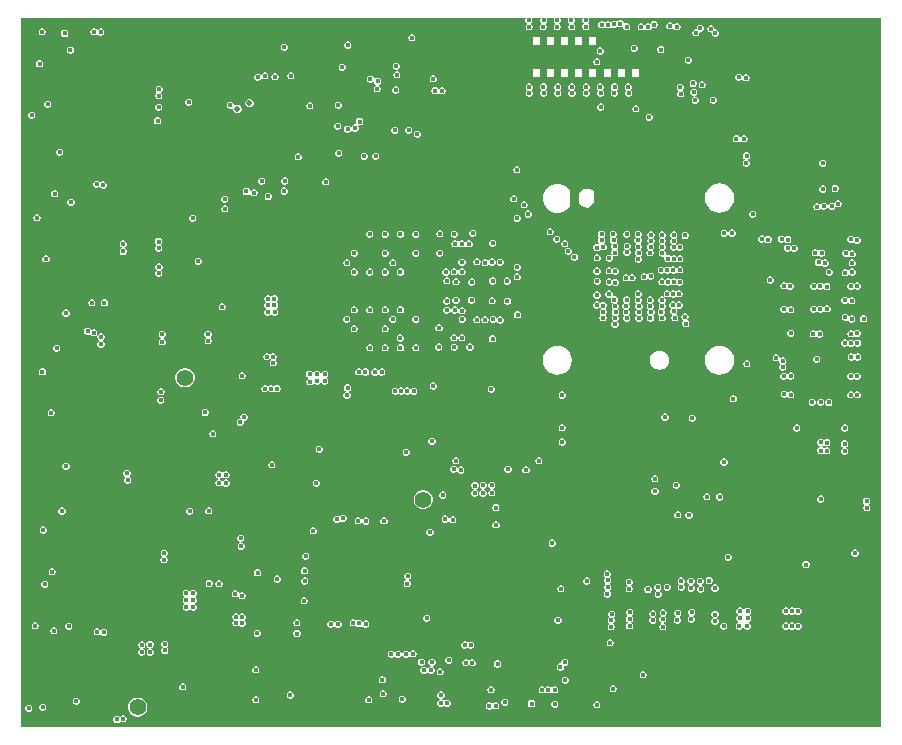
<source format=gbr>
%TF.GenerationSoftware,Altium Limited,Altium Designer,25.7.1 (20)*%
G04 Layer_Physical_Order=5*
G04 Layer_Color=16737945*
%FSLAX45Y45*%
%MOMM*%
%TF.SameCoordinates,1AA72D45-9F13-4BD8-B423-63960E99F270*%
%TF.FilePolarity,Positive*%
%TF.FileFunction,Copper,L5,Inr,Signal*%
%TF.Part,Single*%
G01*
G75*
%TA.AperFunction,ViaPad*%
%ADD78C,0.40640*%
%ADD79C,0.50800*%
%TA.AperFunction,TestPad*%
%ADD80C,1.42240*%
%ADD81C,0.40640*%
%TA.AperFunction,ComponentPad*%
%ADD82C,3.96240*%
G36*
X7322845Y5997321D02*
X7322896Y5997296D01*
Y5526329D01*
X7322845Y5526278D01*
Y800227D01*
Y264846D01*
X7322871Y264820D01*
X7322845Y264795D01*
Y50902D01*
X49555D01*
Y6059932D01*
X4313402D01*
X4317668Y6052312D01*
X4314393Y6044405D01*
Y6032279D01*
X4319034Y6021076D01*
X4326470Y6013640D01*
X4327605Y6012455D01*
X4327206Y6004421D01*
X4322767Y5999982D01*
X4318127Y5988779D01*
Y5976653D01*
X4322767Y5965450D01*
X4331341Y5956876D01*
X4342544Y5952236D01*
X4354670D01*
X4365873Y5956876D01*
X4374447Y5965450D01*
X4379087Y5976653D01*
Y5988779D01*
X4374447Y5999982D01*
X4367011Y6007418D01*
X4365875Y6008603D01*
X4366274Y6016637D01*
X4370713Y6021076D01*
X4375353Y6032279D01*
Y6044405D01*
X4372078Y6052312D01*
X4376345Y6059932D01*
X4441087D01*
X4443956Y6052312D01*
X4439691Y6042017D01*
Y6029892D01*
X4444332Y6018689D01*
X4447194Y6015826D01*
X4449553Y6008556D01*
X4447031Y6006033D01*
X4440979Y5999982D01*
X4436339Y5988779D01*
Y5976653D01*
X4440979Y5965450D01*
X4449553Y5956876D01*
X4460756Y5952236D01*
X4472881D01*
X4484084Y5956876D01*
X4492658Y5965450D01*
X4497299Y5976653D01*
Y5988779D01*
X4492658Y5999982D01*
X4489796Y6002844D01*
X4487437Y6010114D01*
X4489959Y6012637D01*
X4496011Y6018689D01*
X4500651Y6029892D01*
Y6042017D01*
X4496387Y6052312D01*
X4499255Y6059932D01*
X4557496D01*
X4560408Y6052312D01*
X4556176Y6042093D01*
Y6029968D01*
X4560816Y6018765D01*
X4564798Y6014783D01*
X4568283Y6008898D01*
X4564798Y6004827D01*
X4559927Y5999956D01*
X4555287Y5988753D01*
Y5976628D01*
X4559927Y5965425D01*
X4568501Y5956851D01*
X4579704Y5952211D01*
X4591830D01*
X4603032Y5956851D01*
X4611606Y5965425D01*
X4616247Y5976628D01*
Y5988753D01*
X4611606Y5999956D01*
X4607625Y6003938D01*
X4604139Y6009823D01*
X4607625Y6013894D01*
X4612495Y6018765D01*
X4617136Y6029968D01*
Y6042093D01*
X4612903Y6052312D01*
X4615816Y6059932D01*
X4675021D01*
X4677905Y6052312D01*
X4673651Y6042043D01*
Y6029917D01*
X4678291Y6018714D01*
X4684152Y6012853D01*
X4686865Y6010140D01*
X4684237Y6002981D01*
X4681238Y5999982D01*
X4676597Y5988779D01*
Y5976653D01*
X4681238Y5965450D01*
X4689812Y5956876D01*
X4701014Y5952236D01*
X4713140D01*
X4724343Y5956876D01*
X4732917Y5965450D01*
X4737557Y5976653D01*
Y5988779D01*
X4732917Y5999982D01*
X4727056Y6005843D01*
X4724343Y6008556D01*
X4726971Y6015715D01*
X4729970Y6018714D01*
X4734611Y6029917D01*
Y6042043D01*
X4730357Y6052312D01*
X4733240Y6059932D01*
X4797272D01*
X4800765Y6052312D01*
X4796942Y6043084D01*
Y6030958D01*
X4801583Y6019756D01*
X4806276Y6015063D01*
X4809805Y6010632D01*
X4806276Y6005106D01*
X4802116Y6000947D01*
X4797476Y5989744D01*
Y5977618D01*
X4802116Y5966416D01*
X4810690Y5957842D01*
X4821893Y5953201D01*
X4834019D01*
X4845221Y5957842D01*
X4853795Y5966416D01*
X4858436Y5977618D01*
Y5989744D01*
X4853795Y6000947D01*
X4849103Y6005640D01*
X4845573Y6010071D01*
X4849103Y6015596D01*
X4853262Y6019756D01*
X4857902Y6030958D01*
Y6043084D01*
X4854080Y6052312D01*
X4857573Y6059932D01*
X7322845D01*
Y5997321D01*
D02*
G37*
%LPC*%
G36*
X5127160Y6037301D02*
X5115034D01*
X5103832Y6032660D01*
X5098021Y6026850D01*
X5095258Y6024087D01*
X5088128Y6026787D01*
X5085074Y6029841D01*
X5073871Y6034481D01*
X5061745D01*
X5050542Y6029841D01*
X5044173Y6023472D01*
X5041968Y6021267D01*
X5034511Y6023177D01*
X5031607Y6026082D01*
X5020404Y6030722D01*
X5008278D01*
X4997075Y6026082D01*
X4992370Y6021376D01*
X4987630Y6018062D01*
X4982413Y6021376D01*
X4977936Y6025853D01*
X4966734Y6030493D01*
X4954608D01*
X4943405Y6025853D01*
X4934831Y6017279D01*
X4930191Y6006076D01*
Y5993951D01*
X4934831Y5982748D01*
X4943405Y5974174D01*
X4954608Y5969533D01*
X4966734D01*
X4977936Y5974174D01*
X4982642Y5978879D01*
X4987382Y5982194D01*
X4992598Y5978879D01*
X4997075Y5974402D01*
X5008278Y5969762D01*
X5020404D01*
X5031607Y5974402D01*
X5037976Y5980772D01*
X5040181Y5982976D01*
X5047638Y5981066D01*
X5050542Y5978162D01*
X5061745Y5973521D01*
X5073871D01*
X5085074Y5978162D01*
X5090884Y5983972D01*
X5093648Y5986735D01*
X5100777Y5984035D01*
X5103832Y5980981D01*
X5115034Y5976341D01*
X5127160D01*
X5134940Y5979563D01*
X5142071Y5976293D01*
X5142903Y5975241D01*
X5147201Y5964866D01*
X5155775Y5956292D01*
X5166977Y5951652D01*
X5179103D01*
X5190306Y5956292D01*
X5198880Y5964866D01*
X5203520Y5976069D01*
Y5988195D01*
X5198880Y5999397D01*
X5190306Y6007971D01*
X5179103Y6012612D01*
X5166977D01*
X5159197Y6009389D01*
X5152066Y6012659D01*
X5151234Y6013711D01*
X5146937Y6024086D01*
X5138363Y6032660D01*
X5127160Y6037301D01*
D02*
G37*
G36*
X5413850Y6030925D02*
X5401724D01*
X5390521Y6026285D01*
X5381947Y6017711D01*
X5379613Y6012075D01*
X5375353Y6007006D01*
X5370414Y6008264D01*
X5363659Y6011062D01*
X5351534D01*
X5340331Y6006422D01*
X5331757Y5997848D01*
X5331285Y5996709D01*
X5323037D01*
X5321892Y5999474D01*
X5313318Y6008048D01*
X5302115Y6012688D01*
X5289990D01*
X5278787Y6008048D01*
X5270213Y5999474D01*
X5265572Y5988271D01*
Y5976145D01*
X5270213Y5964942D01*
X5278787Y5956368D01*
X5289990Y5951728D01*
X5302115D01*
X5313318Y5956368D01*
X5321892Y5964942D01*
X5322364Y5966081D01*
X5330612D01*
X5331757Y5963317D01*
X5340331Y5954743D01*
X5351534Y5950102D01*
X5363659D01*
X5374862Y5954743D01*
X5383436Y5963317D01*
X5385771Y5968953D01*
X5390031Y5974022D01*
X5394969Y5972763D01*
X5401724Y5969965D01*
X5413850D01*
X5425053Y5974606D01*
X5433627Y5983180D01*
X5438267Y5994382D01*
Y6006508D01*
X5433627Y6017711D01*
X5425053Y6026285D01*
X5413850Y6030925D01*
D02*
G37*
G36*
X5544533Y6019521D02*
X5532407D01*
X5521204Y6014880D01*
X5512630Y6006306D01*
X5507990Y5995103D01*
Y5982978D01*
X5512630Y5971775D01*
X5521204Y5963201D01*
X5532407Y5958561D01*
X5544533D01*
X5555736Y5963201D01*
X5562974Y5970439D01*
X5569022Y5970303D01*
X5571613Y5969495D01*
X5573362Y5965273D01*
X5581936Y5956699D01*
X5593139Y5952058D01*
X5605264D01*
X5616467Y5956699D01*
X5625041Y5965273D01*
X5629681Y5976475D01*
Y5988601D01*
X5625041Y5999804D01*
X5616467Y6008378D01*
X5605264Y6013018D01*
X5593139D01*
X5581936Y6008378D01*
X5574698Y6001140D01*
X5568649Y6001276D01*
X5566058Y6002084D01*
X5564310Y6006306D01*
X5555736Y6014880D01*
X5544533Y6019521D01*
D02*
G37*
G36*
X231869Y5971134D02*
X219743D01*
X208540Y5966493D01*
X199966Y5957919D01*
X195326Y5946716D01*
Y5934591D01*
X199966Y5923388D01*
X208540Y5914814D01*
X219743Y5910174D01*
X231869D01*
X243072Y5914814D01*
X251646Y5923388D01*
X256286Y5934591D01*
Y5946716D01*
X251646Y5957919D01*
X243072Y5966493D01*
X231869Y5971134D01*
D02*
G37*
G36*
X668749Y5971388D02*
X656623D01*
X645420Y5966747D01*
X636846Y5958173D01*
X632206Y5946970D01*
Y5934845D01*
X636846Y5923642D01*
X645420Y5915068D01*
X656623Y5910428D01*
X668749D01*
X679952Y5915068D01*
X684650Y5919766D01*
X692888Y5919630D01*
X693712Y5918872D01*
X701529Y5911055D01*
X712732Y5906414D01*
X724857D01*
X736060Y5911055D01*
X744634Y5919629D01*
X749275Y5930832D01*
Y5942957D01*
X744634Y5954160D01*
X736060Y5962734D01*
X724857Y5967374D01*
X712732D01*
X701529Y5962734D01*
X696831Y5958036D01*
X688593Y5958172D01*
X687769Y5958930D01*
X679952Y5966747D01*
X668749Y5971388D01*
D02*
G37*
G36*
X5803181Y5999277D02*
X5791055D01*
X5779853Y5994636D01*
X5771279Y5986062D01*
X5766638Y5974860D01*
Y5970020D01*
X5764090Y5962980D01*
X5751965D01*
X5740762Y5958340D01*
X5732188Y5949766D01*
X5727548Y5938563D01*
Y5926437D01*
X5732188Y5915235D01*
X5740762Y5906661D01*
X5751965Y5902020D01*
X5764090D01*
X5775293Y5906661D01*
X5783867Y5915235D01*
X5788508Y5926437D01*
Y5931277D01*
X5791056Y5938317D01*
X5803181D01*
X5814384Y5942957D01*
X5822958Y5951531D01*
X5827598Y5962734D01*
Y5974860D01*
X5822958Y5986062D01*
X5814384Y5994636D01*
X5803181Y5999277D01*
D02*
G37*
G36*
X5890862Y5995238D02*
X5878736D01*
X5867533Y5990598D01*
X5858959Y5982024D01*
X5854319Y5970821D01*
Y5958695D01*
X5858959Y5947493D01*
X5867533Y5938919D01*
X5878736Y5934278D01*
X5887106D01*
X5890862Y5934278D01*
X5894146Y5927391D01*
Y5923212D01*
X5898787Y5912009D01*
X5907361Y5903435D01*
X5918563Y5898794D01*
X5930689D01*
X5941892Y5903435D01*
X5950466Y5912009D01*
X5955106Y5923212D01*
Y5935337D01*
X5950466Y5946540D01*
X5941892Y5955114D01*
X5930689Y5959754D01*
X5922319D01*
X5918563Y5959755D01*
X5915279Y5966642D01*
Y5970821D01*
X5910639Y5982024D01*
X5902065Y5990598D01*
X5890862Y5995238D01*
D02*
G37*
G36*
X420134Y5955360D02*
X408008D01*
X396805Y5950720D01*
X388231Y5942146D01*
X383591Y5930943D01*
Y5918817D01*
X388231Y5907615D01*
X396805Y5899041D01*
X408008Y5894400D01*
X420134D01*
X431336Y5899041D01*
X439910Y5907615D01*
X444551Y5918817D01*
Y5930943D01*
X439910Y5942146D01*
X431336Y5950720D01*
X420134Y5955360D01*
D02*
G37*
G36*
X3358558Y5919597D02*
X3346432D01*
X3335230Y5914957D01*
X3326656Y5906383D01*
X3322015Y5895180D01*
Y5883054D01*
X3326656Y5871851D01*
X3335230Y5863277D01*
X3346432Y5858637D01*
X3358558D01*
X3369761Y5863277D01*
X3378335Y5871851D01*
X3382975Y5883054D01*
Y5895180D01*
X3378335Y5906383D01*
X3369761Y5914957D01*
X3358558Y5919597D01*
D02*
G37*
G36*
X4438193Y5899226D02*
X4377893D01*
Y5830545D01*
X4438193D01*
Y5899226D01*
D02*
G37*
G36*
X4798517Y5899048D02*
X4738218D01*
Y5830367D01*
X4798517D01*
Y5899048D01*
D02*
G37*
G36*
X4677918D02*
X4617618D01*
Y5830367D01*
X4677918D01*
Y5899048D01*
D02*
G37*
G36*
X4557979Y5898820D02*
X4497680D01*
Y5830138D01*
X4557979D01*
Y5898820D01*
D02*
G37*
G36*
X4917897Y5898642D02*
X4857598D01*
Y5829960D01*
X4917897D01*
Y5898642D01*
D02*
G37*
G36*
X2818960Y5858129D02*
X2806835D01*
X2795632Y5853489D01*
X2787058Y5844915D01*
X2782418Y5833712D01*
Y5821586D01*
X2787058Y5810383D01*
X2795632Y5801809D01*
X2806835Y5797169D01*
X2818960D01*
X2830163Y5801809D01*
X2838737Y5810383D01*
X2843378Y5821586D01*
Y5833712D01*
X2838737Y5844915D01*
X2830163Y5853489D01*
X2818960Y5858129D01*
D02*
G37*
G36*
X2281115Y5837530D02*
X2268990D01*
X2257787Y5832889D01*
X2249213Y5824315D01*
X2244573Y5813112D01*
Y5800987D01*
X2249213Y5789784D01*
X2257787Y5781210D01*
X2268990Y5776570D01*
X2281115D01*
X2292318Y5781210D01*
X2300892Y5789784D01*
X2305533Y5800987D01*
Y5813112D01*
X2300892Y5824315D01*
X2292318Y5832889D01*
X2281115Y5837530D01*
D02*
G37*
G36*
X5242908Y5829630D02*
X5230782D01*
X5219579Y5824990D01*
X5211005Y5816416D01*
X5206365Y5805213D01*
Y5793087D01*
X5211005Y5781885D01*
X5219579Y5773311D01*
X5230782Y5768670D01*
X5242908D01*
X5254111Y5773311D01*
X5262685Y5781885D01*
X5267325Y5793087D01*
Y5805213D01*
X5262685Y5816416D01*
X5254111Y5824990D01*
X5242908Y5829630D01*
D02*
G37*
G36*
X5467596Y5819521D02*
X5455471D01*
X5444268Y5814881D01*
X5435694Y5806307D01*
X5431053Y5795104D01*
Y5782978D01*
X5435694Y5771775D01*
X5444268Y5763201D01*
X5455471Y5758561D01*
X5467596D01*
X5478799Y5763201D01*
X5487373Y5771775D01*
X5492013Y5782978D01*
Y5795104D01*
X5487373Y5806307D01*
X5478799Y5814881D01*
X5467596Y5819521D01*
D02*
G37*
G36*
X470502Y5812790D02*
X458376D01*
X447173Y5808150D01*
X438599Y5799576D01*
X433959Y5788373D01*
Y5776247D01*
X438599Y5765044D01*
X447173Y5756470D01*
X458376Y5751830D01*
X470502D01*
X481705Y5756470D01*
X490279Y5765044D01*
X494919Y5776247D01*
Y5788373D01*
X490279Y5799576D01*
X481705Y5808150D01*
X470502Y5812790D01*
D02*
G37*
G36*
X4957259Y5806948D02*
X4945134D01*
X4933931Y5802308D01*
X4925357Y5793734D01*
X4920717Y5782531D01*
Y5770405D01*
X4925357Y5759202D01*
X4933931Y5750628D01*
X4945134Y5745988D01*
X4957259D01*
X4968462Y5750628D01*
X4977036Y5759202D01*
X4981677Y5770405D01*
Y5782531D01*
X4977036Y5793734D01*
X4968462Y5802308D01*
X4957259Y5806948D01*
D02*
G37*
G36*
X5702089Y5728487D02*
X5689963D01*
X5678761Y5723847D01*
X5670187Y5715273D01*
X5665546Y5704070D01*
Y5691945D01*
X5670187Y5680742D01*
X5678761Y5672168D01*
X5689963Y5667527D01*
X5702089D01*
X5713292Y5672168D01*
X5721866Y5680742D01*
X5726506Y5691945D01*
Y5704070D01*
X5721866Y5715273D01*
X5713292Y5723847D01*
X5702089Y5728487D01*
D02*
G37*
G36*
X4925560Y5716194D02*
X4913435D01*
X4902232Y5711553D01*
X4893658Y5702979D01*
X4889017Y5691777D01*
Y5679651D01*
X4893658Y5668448D01*
X4902232Y5659874D01*
X4913435Y5655234D01*
X4925560D01*
X4936763Y5659874D01*
X4945337Y5668448D01*
X4949977Y5679651D01*
Y5691777D01*
X4945337Y5702979D01*
X4936763Y5711553D01*
X4925560Y5716194D01*
D02*
G37*
G36*
X208120Y5700598D02*
X195994D01*
X184791Y5695958D01*
X176217Y5687384D01*
X171577Y5676181D01*
Y5664055D01*
X176217Y5652853D01*
X184791Y5644279D01*
X195994Y5639638D01*
X208120D01*
X219323Y5644279D01*
X227897Y5652853D01*
X232537Y5664055D01*
Y5676181D01*
X227897Y5687384D01*
X219323Y5695958D01*
X208120Y5700598D01*
D02*
G37*
G36*
X3229958Y5676240D02*
X3217832D01*
X3206629Y5671599D01*
X3198055Y5663025D01*
X3193415Y5651822D01*
Y5639697D01*
X3198055Y5628494D01*
X3206629Y5619920D01*
X3217832Y5615280D01*
X3229958D01*
X3241161Y5619920D01*
X3249735Y5628494D01*
X3254375Y5639697D01*
Y5651822D01*
X3249735Y5663025D01*
X3241161Y5671599D01*
X3229958Y5676240D01*
D02*
G37*
G36*
X2770091Y5669178D02*
X2757965D01*
X2746762Y5664538D01*
X2738188Y5655964D01*
X2733548Y5644761D01*
Y5632636D01*
X2738188Y5621433D01*
X2746762Y5612859D01*
X2757965Y5608218D01*
X2770091D01*
X2781294Y5612859D01*
X2789868Y5621433D01*
X2794508Y5632636D01*
Y5644761D01*
X2789868Y5655964D01*
X2781294Y5664538D01*
X2770091Y5669178D01*
D02*
G37*
G36*
X2115507Y5596357D02*
X2103382D01*
X2092179Y5591716D01*
X2083605Y5583142D01*
X2080196Y5574912D01*
X2072408Y5572724D01*
X2071704Y5572808D01*
X2066106Y5578407D01*
X2054903Y5583047D01*
X2042777D01*
X2031575Y5578407D01*
X2023001Y5569833D01*
X2018360Y5558630D01*
Y5546504D01*
X2023001Y5535301D01*
X2031575Y5526727D01*
X2042777Y5522087D01*
X2054903D01*
X2066106Y5526727D01*
X2074680Y5535301D01*
X2078089Y5543531D01*
X2085876Y5545720D01*
X2086581Y5545635D01*
X2092179Y5540037D01*
X2103382Y5535397D01*
X2115507D01*
X2126710Y5540037D01*
X2135284Y5548611D01*
X2139925Y5559814D01*
Y5571939D01*
X2135284Y5583142D01*
X2126710Y5591716D01*
X2115507Y5596357D01*
D02*
G37*
G36*
X4916272Y5626735D02*
X4855972D01*
Y5558053D01*
X4916272D01*
Y5626735D01*
D02*
G37*
G36*
X4797298Y5626329D02*
X4736998D01*
Y5557647D01*
X4797298D01*
Y5626329D01*
D02*
G37*
G36*
X5278145Y5625922D02*
X5217846D01*
Y5557241D01*
X5278145D01*
Y5625922D01*
D02*
G37*
G36*
X5157546D02*
X5097247D01*
Y5557241D01*
X5157546D01*
Y5625922D01*
D02*
G37*
G36*
X5037734Y5625516D02*
X4977435D01*
Y5556834D01*
X5037734D01*
Y5625516D01*
D02*
G37*
G36*
X4677918D02*
X4617618D01*
Y5556834D01*
X4677918D01*
Y5625516D01*
D02*
G37*
G36*
X4557293D02*
X4496994D01*
Y5556834D01*
X4557293D01*
Y5625516D01*
D02*
G37*
G36*
X4437482D02*
X4377182D01*
Y5556834D01*
X4437482D01*
Y5625516D01*
D02*
G37*
G36*
X3231634Y5606186D02*
X3219509D01*
X3208306Y5601546D01*
X3199732Y5592972D01*
X3195091Y5581769D01*
Y5569644D01*
X3199732Y5558441D01*
X3208306Y5549867D01*
X3219509Y5545226D01*
X3231634D01*
X3242837Y5549867D01*
X3251411Y5558441D01*
X3256051Y5569644D01*
Y5581769D01*
X3251411Y5592972D01*
X3242837Y5601546D01*
X3231634Y5606186D01*
D02*
G37*
G36*
X2335497Y5597423D02*
X2323371D01*
X2312168Y5592783D01*
X2303594Y5584209D01*
X2298954Y5573006D01*
Y5560881D01*
X2303594Y5549678D01*
X2312168Y5541104D01*
X2323371Y5536463D01*
X2335497D01*
X2346700Y5541104D01*
X2355274Y5549678D01*
X2359914Y5560881D01*
Y5573006D01*
X2355274Y5584209D01*
X2346700Y5592783D01*
X2335497Y5597423D01*
D02*
G37*
G36*
X2202706Y5589803D02*
X2190580D01*
X2179377Y5585163D01*
X2170803Y5576589D01*
X2166163Y5565386D01*
Y5553261D01*
X2170803Y5542058D01*
X2179377Y5533484D01*
X2190580Y5528843D01*
X2202706D01*
X2213908Y5533484D01*
X2222482Y5542058D01*
X2227123Y5553261D01*
Y5565386D01*
X2222482Y5576589D01*
X2213908Y5585163D01*
X2202706Y5589803D01*
D02*
G37*
G36*
X6127869Y5585562D02*
X6115744D01*
X6104541Y5580921D01*
X6095967Y5572347D01*
X6091326Y5561144D01*
Y5549019D01*
X6095967Y5537816D01*
X6104541Y5529242D01*
X6115744Y5524602D01*
X6127869D01*
X6139072Y5529242D01*
X6147646Y5537816D01*
X6149767Y5542938D01*
X6157840Y5542514D01*
X6161448Y5533803D01*
X6170022Y5525229D01*
X6181225Y5520588D01*
X6193350D01*
X6204553Y5525229D01*
X6213127Y5533803D01*
X6217768Y5545006D01*
Y5557131D01*
X6213127Y5568334D01*
X6204553Y5576908D01*
X6193350Y5581548D01*
X6181225D01*
X6170022Y5576908D01*
X6161448Y5568334D01*
X6159327Y5563212D01*
X6151254Y5563636D01*
X6147646Y5572347D01*
X6139072Y5580921D01*
X6127869Y5585562D01*
D02*
G37*
G36*
X3541311Y5570957D02*
X3529185D01*
X3517983Y5566316D01*
X3509409Y5557742D01*
X3504768Y5546539D01*
Y5534414D01*
X3509409Y5523211D01*
X3517983Y5514637D01*
X3529185Y5509997D01*
X3541311D01*
X3552514Y5514637D01*
X3561088Y5523211D01*
X3565728Y5534414D01*
Y5546539D01*
X3561088Y5557742D01*
X3552514Y5566316D01*
X3541311Y5570957D01*
D02*
G37*
G36*
X5744710Y5531841D02*
X5732585D01*
X5721382Y5527200D01*
X5712808Y5518626D01*
X5708167Y5507423D01*
Y5495298D01*
X5712808Y5484095D01*
X5721382Y5475521D01*
X5732585Y5470881D01*
X5744710D01*
X5755913Y5475521D01*
X5764487Y5484095D01*
X5769127Y5495298D01*
Y5507423D01*
X5764487Y5518626D01*
X5755913Y5527200D01*
X5744710Y5531841D01*
D02*
G37*
G36*
X5819310Y5522087D02*
X5807184D01*
X5795982Y5517447D01*
X5787408Y5508873D01*
X5782767Y5497670D01*
Y5485544D01*
X5787408Y5474341D01*
X5795982Y5465767D01*
X5807184Y5461127D01*
X5819310D01*
X5830513Y5465767D01*
X5839087Y5474341D01*
X5843727Y5485544D01*
Y5497670D01*
X5839087Y5508873D01*
X5830513Y5517447D01*
X5819310Y5522087D01*
D02*
G37*
G36*
X3010248Y5566131D02*
X2998122D01*
X2986919Y5561490D01*
X2978345Y5552916D01*
X2973705Y5541713D01*
Y5529588D01*
X2978345Y5518385D01*
X2986919Y5509811D01*
X2998122Y5505171D01*
X3010248D01*
X3021451Y5509811D01*
X3025750Y5514110D01*
X3029054Y5513541D01*
X3033910Y5511494D01*
X3038010Y5501596D01*
X3046584Y5493022D01*
X3047976Y5492445D01*
Y5484197D01*
X3043993Y5482547D01*
X3035419Y5473973D01*
X3030779Y5462770D01*
Y5450645D01*
X3035419Y5439442D01*
X3043993Y5430868D01*
X3055196Y5426227D01*
X3067322D01*
X3078524Y5430868D01*
X3087098Y5439442D01*
X3091739Y5450645D01*
Y5462770D01*
X3087098Y5473973D01*
X3078524Y5482547D01*
X3077132Y5483124D01*
Y5491372D01*
X3081115Y5493022D01*
X3089689Y5501596D01*
X3094330Y5512798D01*
Y5524924D01*
X3089689Y5536127D01*
X3081115Y5544701D01*
X3069912Y5549341D01*
X3057787D01*
X3046584Y5544701D01*
X3042285Y5540402D01*
X3038980Y5540971D01*
X3034124Y5543018D01*
X3030025Y5552916D01*
X3021451Y5561490D01*
X3010248Y5566131D01*
D02*
G37*
G36*
X3224294Y5476240D02*
X3212168D01*
X3200965Y5471600D01*
X3192391Y5463026D01*
X3187751Y5451823D01*
Y5439697D01*
X3192391Y5428494D01*
X3200965Y5419920D01*
X3212168Y5415280D01*
X3224294D01*
X3235496Y5419920D01*
X3244070Y5428494D01*
X3248711Y5439697D01*
Y5451823D01*
X3244070Y5463026D01*
X3235496Y5471600D01*
X3224294Y5476240D01*
D02*
G37*
G36*
X3554290Y5472151D02*
X3542165D01*
X3530962Y5467510D01*
X3522388Y5458936D01*
X3517748Y5447733D01*
Y5435608D01*
X3522388Y5424405D01*
X3530962Y5415831D01*
X3542165Y5411191D01*
X3554290D01*
X3565493Y5415831D01*
X3574067Y5424405D01*
X3575174Y5427077D01*
X3583422D01*
X3585202Y5422779D01*
X3593776Y5414205D01*
X3604979Y5409565D01*
X3617105D01*
X3628307Y5414205D01*
X3636881Y5422779D01*
X3641522Y5433982D01*
Y5446108D01*
X3636881Y5457311D01*
X3628307Y5465885D01*
X3617105Y5470525D01*
X3604979D01*
X3593776Y5465885D01*
X3585202Y5457311D01*
X3584095Y5454639D01*
X3575847D01*
X3574067Y5458936D01*
X3565493Y5467510D01*
X3554290Y5472151D01*
D02*
G37*
G36*
X4956701Y5503469D02*
X4944575D01*
X4933372Y5498828D01*
X4924798Y5490254D01*
X4920158Y5479052D01*
Y5466926D01*
X4924798Y5455723D01*
X4930405Y5450116D01*
X4933372Y5447149D01*
X4930405Y5440160D01*
X4927211Y5436965D01*
X4922571Y5425762D01*
Y5413637D01*
X4927211Y5402434D01*
X4935785Y5393860D01*
X4946988Y5389220D01*
X4959114D01*
X4970316Y5393860D01*
X4978890Y5402434D01*
X4983531Y5413637D01*
Y5425762D01*
X4978890Y5436965D01*
X4973283Y5442573D01*
X4970317Y5445539D01*
X4973283Y5452529D01*
X4976477Y5455723D01*
X4981118Y5466926D01*
Y5479052D01*
X4976477Y5490254D01*
X4967903Y5498828D01*
X4956701Y5503469D01*
D02*
G37*
G36*
X4836863Y5503494D02*
X4824738D01*
X4813535Y5498854D01*
X4804961Y5490280D01*
X4800321Y5479077D01*
Y5466951D01*
X4804961Y5455749D01*
X4809794Y5450916D01*
X4813290Y5446768D01*
X4809794Y5440960D01*
X4805774Y5436940D01*
X4801133Y5425737D01*
Y5413611D01*
X4805774Y5402409D01*
X4814348Y5393835D01*
X4825551Y5389194D01*
X4837676D01*
X4848879Y5393835D01*
X4857453Y5402409D01*
X4862093Y5413611D01*
Y5425737D01*
X4857453Y5436940D01*
X4852620Y5441772D01*
X4849124Y5445920D01*
X4852620Y5451729D01*
X4856640Y5455749D01*
X4861281Y5466951D01*
Y5479077D01*
X4856640Y5490280D01*
X4848066Y5498854D01*
X4836863Y5503494D01*
D02*
G37*
G36*
X4713775Y5503418D02*
X4701649D01*
X4690447Y5498778D01*
X4681873Y5490204D01*
X4677232Y5479001D01*
Y5466875D01*
X4681873Y5455672D01*
X4687480Y5450065D01*
X4690446Y5447098D01*
X4687480Y5440109D01*
X4684286Y5436914D01*
X4679645Y5425712D01*
Y5413586D01*
X4684286Y5402383D01*
X4692860Y5393809D01*
X4704062Y5389169D01*
X4716188D01*
X4727391Y5393809D01*
X4735965Y5402383D01*
X4740605Y5413586D01*
Y5425712D01*
X4735965Y5436914D01*
X4730358Y5442522D01*
X4727391Y5445488D01*
X4730358Y5452478D01*
X4733552Y5455672D01*
X4738192Y5466875D01*
Y5479001D01*
X4733552Y5490204D01*
X4724978Y5498778D01*
X4713775Y5503418D01*
D02*
G37*
G36*
X4596376Y5503469D02*
X4584251D01*
X4573048Y5498828D01*
X4564474Y5490254D01*
X4559833Y5479052D01*
Y5466926D01*
X4564474Y5455723D01*
X4568087Y5452110D01*
X4571414Y5445504D01*
X4568087Y5442153D01*
X4562848Y5436914D01*
X4558208Y5425712D01*
Y5413586D01*
X4562848Y5402383D01*
X4571422Y5393809D01*
X4582625Y5389169D01*
X4594751D01*
X4605953Y5393809D01*
X4614527Y5402383D01*
X4619168Y5413586D01*
Y5425712D01*
X4614527Y5436914D01*
X4610914Y5440528D01*
X4607587Y5447133D01*
X4610914Y5450484D01*
X4616153Y5455723D01*
X4620793Y5466926D01*
Y5479052D01*
X4616153Y5490254D01*
X4607579Y5498828D01*
X4596376Y5503469D01*
D02*
G37*
G36*
X4474939Y5503418D02*
X4462813D01*
X4451610Y5498778D01*
X4443036Y5490204D01*
X4438396Y5479001D01*
Y5466875D01*
X4443036Y5455672D01*
X4447932Y5450776D01*
X4451410Y5446756D01*
X4447932Y5440820D01*
X4443976Y5436864D01*
X4439336Y5425661D01*
Y5413535D01*
X4443976Y5402332D01*
X4452550Y5393758D01*
X4463753Y5389118D01*
X4475879D01*
X4487081Y5393758D01*
X4495655Y5402332D01*
X4500296Y5413535D01*
Y5425661D01*
X4495655Y5436864D01*
X4490759Y5441760D01*
X4487282Y5445780D01*
X4490759Y5451716D01*
X4494716Y5455672D01*
X4499356Y5466875D01*
Y5479001D01*
X4494716Y5490204D01*
X4486142Y5498778D01*
X4474939Y5503418D01*
D02*
G37*
G36*
X4354289D02*
X4342163D01*
X4330960Y5498778D01*
X4322386Y5490204D01*
X4317746Y5479001D01*
Y5466875D01*
X4322386Y5455672D01*
X4327625Y5450433D01*
X4330952Y5447083D01*
X4327625Y5440477D01*
X4324012Y5436864D01*
X4319372Y5425661D01*
Y5413535D01*
X4324012Y5402332D01*
X4332586Y5393758D01*
X4343789Y5389118D01*
X4355914D01*
X4367117Y5393758D01*
X4375691Y5402332D01*
X4380332Y5413535D01*
Y5425661D01*
X4375691Y5436864D01*
X4370452Y5442103D01*
X4367125Y5445453D01*
X4370452Y5452059D01*
X4374066Y5455672D01*
X4378706Y5466875D01*
Y5479001D01*
X4374066Y5490204D01*
X4365492Y5498778D01*
X4354289Y5503418D01*
D02*
G37*
G36*
X5193937Y5502935D02*
X5181811D01*
X5170608Y5498295D01*
X5162034Y5489721D01*
X5157394Y5478518D01*
Y5466393D01*
X5162034Y5455190D01*
X5167654Y5449570D01*
X5170608Y5446616D01*
X5167654Y5439613D01*
X5164473Y5436432D01*
X5159832Y5425229D01*
Y5413103D01*
X5164473Y5401901D01*
X5173047Y5393327D01*
X5184249Y5388686D01*
X5196375D01*
X5207578Y5393327D01*
X5216152Y5401901D01*
X5220792Y5413103D01*
Y5425229D01*
X5216152Y5436432D01*
X5210532Y5442052D01*
X5207578Y5445006D01*
X5210532Y5452008D01*
X5213713Y5455190D01*
X5218354Y5466393D01*
Y5478518D01*
X5213713Y5489721D01*
X5205139Y5498295D01*
X5193937Y5502935D01*
D02*
G37*
G36*
X5076538Y5502123D02*
X5064412D01*
X5053209Y5497482D01*
X5044635Y5488908D01*
X5039995Y5477705D01*
Y5465580D01*
X5044635Y5454377D01*
X5048655Y5450357D01*
X5052152Y5444549D01*
X5048655Y5440401D01*
X5043823Y5435568D01*
X5039182Y5424365D01*
Y5412240D01*
X5043823Y5401037D01*
X5052397Y5392463D01*
X5063599Y5387823D01*
X5075725D01*
X5086928Y5392463D01*
X5095502Y5401037D01*
X5100142Y5412240D01*
Y5424365D01*
X5095502Y5435568D01*
X5091482Y5439588D01*
X5087986Y5445397D01*
X5091482Y5449544D01*
X5096315Y5454377D01*
X5100955Y5465580D01*
Y5477705D01*
X5096315Y5488908D01*
X5087741Y5497482D01*
X5076538Y5502123D01*
D02*
G37*
G36*
X5632772Y5499278D02*
X5620647D01*
X5609444Y5494637D01*
X5600870Y5486063D01*
X5596230Y5474861D01*
Y5462735D01*
X5600870Y5451532D01*
X5607989Y5444414D01*
X5609428Y5442808D01*
X5608594Y5435062D01*
X5604121Y5430590D01*
X5599481Y5419387D01*
Y5407261D01*
X5604121Y5396059D01*
X5612695Y5387485D01*
X5623898Y5382844D01*
X5636024D01*
X5647226Y5387485D01*
X5655800Y5396059D01*
X5660441Y5407261D01*
Y5419387D01*
X5655800Y5430590D01*
X5648682Y5437708D01*
X5647243Y5439314D01*
X5648077Y5447060D01*
X5652549Y5451532D01*
X5657190Y5462735D01*
Y5474861D01*
X5652549Y5486063D01*
X5643975Y5494637D01*
X5632772Y5499278D01*
D02*
G37*
G36*
X1221021Y5483073D02*
X1208895D01*
X1197693Y5478432D01*
X1189119Y5469858D01*
X1184478Y5458655D01*
Y5446530D01*
X1189119Y5435327D01*
X1192243Y5432202D01*
X1192968Y5424254D01*
X1191602Y5422888D01*
X1184394Y5415680D01*
X1179754Y5404477D01*
Y5392352D01*
X1184394Y5381149D01*
X1192968Y5372575D01*
X1204171Y5367934D01*
X1216297D01*
X1227499Y5372575D01*
X1236073Y5381149D01*
X1240714Y5392352D01*
Y5404477D01*
X1236073Y5415680D01*
X1232949Y5418805D01*
X1232224Y5426753D01*
X1233590Y5428119D01*
X1240798Y5435327D01*
X1245438Y5446530D01*
Y5458655D01*
X1240798Y5469858D01*
X1232224Y5478432D01*
X1221021Y5483073D01*
D02*
G37*
G36*
X5748571Y5457571D02*
X5736445D01*
X5725243Y5452931D01*
X5716669Y5444357D01*
X5712028Y5433154D01*
Y5421028D01*
X5716669Y5409825D01*
X5725243Y5401251D01*
X5736445Y5396611D01*
X5746906Y5396610D01*
X5747519Y5389245D01*
X5736317Y5384605D01*
X5727743Y5376031D01*
X5723103Y5364828D01*
Y5352702D01*
X5727743Y5341499D01*
X5736317Y5332925D01*
X5747520Y5328285D01*
X5759645D01*
X5770848Y5332925D01*
X5779422Y5341499D01*
X5784063Y5352702D01*
Y5364828D01*
X5779422Y5376031D01*
X5770848Y5384605D01*
X5759645Y5389245D01*
X5749185Y5389246D01*
X5748571Y5396611D01*
X5759774Y5401251D01*
X5768348Y5409825D01*
X5772988Y5421028D01*
Y5433154D01*
X5768348Y5444357D01*
X5759774Y5452931D01*
X5748571Y5457571D01*
D02*
G37*
G36*
X5913417Y5388661D02*
X5901291D01*
X5890089Y5384020D01*
X5881515Y5375446D01*
X5876874Y5364244D01*
Y5352118D01*
X5881515Y5340915D01*
X5890089Y5332341D01*
X5901291Y5327701D01*
X5913417D01*
X5924620Y5332341D01*
X5933194Y5340915D01*
X5937834Y5352118D01*
Y5364244D01*
X5933194Y5375446D01*
X5924620Y5384020D01*
X5913417Y5388661D01*
D02*
G37*
G36*
X1470195Y5371617D02*
X1458069D01*
X1446867Y5366977D01*
X1438293Y5358403D01*
X1433652Y5347200D01*
Y5335075D01*
X1438293Y5323872D01*
X1446867Y5315298D01*
X1458069Y5310657D01*
X1470195D01*
X1481398Y5315298D01*
X1489972Y5323872D01*
X1494612Y5335075D01*
Y5347200D01*
X1489972Y5358403D01*
X1481398Y5366977D01*
X1470195Y5371617D01*
D02*
G37*
G36*
X1985683Y5371033D02*
X1971536D01*
X1958466Y5365619D01*
X1948463Y5355616D01*
X1943049Y5342547D01*
Y5328400D01*
X1948463Y5315330D01*
X1958466Y5305327D01*
X1971536Y5299913D01*
X1985683D01*
X1998752Y5305327D01*
X2008755Y5315330D01*
X2014169Y5328400D01*
Y5342547D01*
X2008755Y5355616D01*
X1998752Y5365619D01*
X1985683Y5371033D01*
D02*
G37*
G36*
X277106Y5355082D02*
X264981D01*
X253778Y5350442D01*
X245204Y5341868D01*
X240563Y5330665D01*
Y5318539D01*
X245204Y5307336D01*
X253778Y5298762D01*
X264981Y5294122D01*
X277106D01*
X288309Y5298762D01*
X296883Y5307336D01*
X301523Y5318539D01*
Y5330665D01*
X296883Y5341868D01*
X288309Y5350442D01*
X277106Y5355082D01*
D02*
G37*
G36*
X2738341Y5346141D02*
X2726215D01*
X2715012Y5341501D01*
X2706438Y5332927D01*
X2701798Y5321724D01*
Y5309598D01*
X2706438Y5298396D01*
X2715012Y5289822D01*
X2726215Y5285181D01*
X2738341D01*
X2749544Y5289822D01*
X2758118Y5298396D01*
X2762758Y5309598D01*
Y5321724D01*
X2758118Y5332927D01*
X2749544Y5341501D01*
X2738341Y5346141D01*
D02*
G37*
G36*
X2494882Y5343195D02*
X2482756D01*
X2471553Y5338554D01*
X2462979Y5329980D01*
X2458339Y5318778D01*
Y5306652D01*
X2462979Y5295449D01*
X2471553Y5286875D01*
X2482756Y5282235D01*
X2494882D01*
X2506085Y5286875D01*
X2514659Y5295449D01*
X2519299Y5306652D01*
Y5318778D01*
X2514659Y5329980D01*
X2506085Y5338554D01*
X2494882Y5343195D01*
D02*
G37*
G36*
X4958656Y5332959D02*
X4946531D01*
X4935328Y5328318D01*
X4926754Y5319744D01*
X4922114Y5308541D01*
Y5296416D01*
X4926754Y5285213D01*
X4935328Y5276639D01*
X4946531Y5271999D01*
X4958656D01*
X4969859Y5276639D01*
X4978433Y5285213D01*
X4983074Y5296416D01*
Y5308541D01*
X4978433Y5319744D01*
X4969859Y5328318D01*
X4958656Y5332959D01*
D02*
G37*
G36*
X1217871Y5329453D02*
X1205746D01*
X1194543Y5324813D01*
X1185969Y5316239D01*
X1181329Y5305036D01*
Y5292911D01*
X1185969Y5281708D01*
X1194543Y5273134D01*
X1205746Y5268493D01*
X1217871D01*
X1229074Y5273134D01*
X1237648Y5281708D01*
X1242289Y5292911D01*
Y5305036D01*
X1237648Y5316239D01*
X1229074Y5324813D01*
X1217871Y5329453D01*
D02*
G37*
G36*
X5255532Y5317846D02*
X5243406D01*
X5232203Y5313205D01*
X5223629Y5304631D01*
X5218989Y5293428D01*
Y5281303D01*
X5223629Y5270100D01*
X5232203Y5261526D01*
X5243406Y5256886D01*
X5255532D01*
X5266734Y5261526D01*
X5275308Y5270100D01*
X5279949Y5281303D01*
Y5293428D01*
X5275308Y5304631D01*
X5266734Y5313205D01*
X5255532Y5317846D01*
D02*
G37*
G36*
X1824677Y5346192D02*
X1812552D01*
X1801349Y5341552D01*
X1792775Y5332978D01*
X1788135Y5321775D01*
Y5309649D01*
X1792775Y5298446D01*
X1801349Y5289872D01*
X1812552Y5285232D01*
X1824677D01*
X1834337Y5289233D01*
X1839601Y5286995D01*
X1841957Y5285173D01*
Y5278159D01*
X1847371Y5265089D01*
X1857374Y5255086D01*
X1870444Y5249672D01*
X1884591D01*
X1897660Y5255086D01*
X1907663Y5265089D01*
X1913077Y5278159D01*
Y5292305D01*
X1907663Y5305375D01*
X1897660Y5315378D01*
X1884591Y5320792D01*
X1870444D01*
X1857374Y5315378D01*
X1856715Y5314719D01*
X1849095Y5317875D01*
Y5321775D01*
X1844454Y5332978D01*
X1835880Y5341552D01*
X1824677Y5346192D01*
D02*
G37*
G36*
X141800Y5263845D02*
X129675D01*
X118472Y5259205D01*
X109898Y5250631D01*
X105258Y5239428D01*
Y5227302D01*
X109898Y5216100D01*
X118472Y5207526D01*
X129675Y5202885D01*
X141800D01*
X153003Y5207526D01*
X161577Y5216100D01*
X166218Y5227302D01*
Y5239428D01*
X161577Y5250631D01*
X153003Y5259205D01*
X141800Y5263845D01*
D02*
G37*
G36*
X5369628Y5247056D02*
X5357503D01*
X5346300Y5242415D01*
X5337726Y5233841D01*
X5333086Y5222639D01*
Y5210513D01*
X5337726Y5199310D01*
X5346300Y5190736D01*
X5357503Y5186096D01*
X5369628D01*
X5380831Y5190736D01*
X5389405Y5199310D01*
X5394046Y5210513D01*
Y5222639D01*
X5389405Y5233841D01*
X5380831Y5242415D01*
X5369628Y5247056D01*
D02*
G37*
G36*
X1207229Y5217871D02*
X1195103D01*
X1183900Y5213231D01*
X1175326Y5204657D01*
X1170686Y5193454D01*
Y5181328D01*
X1175326Y5170126D01*
X1183900Y5161552D01*
X1195103Y5156911D01*
X1207229D01*
X1218432Y5161552D01*
X1227006Y5170126D01*
X1231646Y5181328D01*
Y5193454D01*
X1227006Y5204657D01*
X1218432Y5213231D01*
X1207229Y5217871D01*
D02*
G37*
G36*
X2917436Y5209743D02*
X2905311D01*
X2894108Y5205103D01*
X2885534Y5196529D01*
X2880893Y5185326D01*
Y5173200D01*
X2885534Y5161998D01*
X2886537Y5160994D01*
X2882221Y5154534D01*
X2879793Y5155540D01*
X2867668D01*
X2856465Y5150899D01*
X2847891Y5142325D01*
X2843461Y5131631D01*
X2841605Y5131015D01*
X2835631Y5130624D01*
X2835613Y5130667D01*
X2827039Y5139241D01*
X2815836Y5143881D01*
X2803711D01*
X2792508Y5139241D01*
X2783934Y5130667D01*
X2779293Y5119464D01*
Y5107338D01*
X2783934Y5096135D01*
X2792508Y5087561D01*
X2803711Y5082921D01*
X2815836D01*
X2827039Y5087561D01*
X2835613Y5096135D01*
X2840043Y5106829D01*
X2841899Y5107446D01*
X2847873Y5107836D01*
X2847891Y5107794D01*
X2856465Y5099220D01*
X2867668Y5094580D01*
X2879793D01*
X2890996Y5099220D01*
X2899570Y5107794D01*
X2904211Y5118997D01*
Y5131122D01*
X2899570Y5142325D01*
X2898567Y5143329D01*
X2902883Y5149789D01*
X2905311Y5148783D01*
X2917436D01*
X2928639Y5153424D01*
X2937213Y5161998D01*
X2941853Y5173200D01*
Y5185326D01*
X2937213Y5196529D01*
X2928639Y5205103D01*
X2917436Y5209743D01*
D02*
G37*
G36*
X2731788Y5168595D02*
X2719662D01*
X2708459Y5163955D01*
X2699885Y5155381D01*
X2695245Y5144178D01*
Y5132052D01*
X2699885Y5120850D01*
X2708459Y5112276D01*
X2719662Y5107635D01*
X2731788D01*
X2742990Y5112276D01*
X2751564Y5120850D01*
X2756205Y5132052D01*
Y5144178D01*
X2751564Y5155381D01*
X2742990Y5163955D01*
X2731788Y5168595D01*
D02*
G37*
G36*
X3333514Y5135677D02*
X3321388D01*
X3310185Y5131036D01*
X3301611Y5122462D01*
X3296971Y5111260D01*
Y5099134D01*
X3301611Y5087931D01*
X3310185Y5079357D01*
X3321388Y5074717D01*
X3333514D01*
X3344716Y5079357D01*
X3353290Y5087931D01*
X3357931Y5099134D01*
Y5111260D01*
X3353290Y5122462D01*
X3344716Y5131036D01*
X3333514Y5135677D01*
D02*
G37*
G36*
X3216674D02*
X3204548D01*
X3193345Y5131036D01*
X3184771Y5122462D01*
X3180131Y5111260D01*
Y5099134D01*
X3184771Y5087931D01*
X3193345Y5079357D01*
X3204548Y5074717D01*
X3216674D01*
X3227876Y5079357D01*
X3236450Y5087931D01*
X3241091Y5099134D01*
Y5111260D01*
X3236450Y5122462D01*
X3227876Y5131036D01*
X3216674Y5135677D01*
D02*
G37*
G36*
X3406081Y5102682D02*
X3393956D01*
X3382753Y5098042D01*
X3374179Y5089468D01*
X3369539Y5078265D01*
Y5066139D01*
X3374179Y5054937D01*
X3382753Y5046363D01*
X3393956Y5041722D01*
X3406081D01*
X3417284Y5046363D01*
X3425858Y5054937D01*
X3430499Y5066139D01*
Y5078265D01*
X3425858Y5089468D01*
X3417284Y5098042D01*
X3406081Y5102682D01*
D02*
G37*
G36*
X6109276Y5065268D02*
X6097151D01*
X6085948Y5060628D01*
X6077374Y5052054D01*
X6072734Y5040851D01*
Y5028725D01*
X6077374Y5017522D01*
X6085948Y5008948D01*
X6097151Y5004308D01*
X6109276D01*
X6120479Y5008948D01*
X6129053Y5017522D01*
X6130856Y5021875D01*
X6139104D01*
X6141128Y5016989D01*
X6149702Y5008415D01*
X6160905Y5003775D01*
X6173030D01*
X6184233Y5008415D01*
X6192807Y5016989D01*
X6197448Y5028192D01*
Y5040317D01*
X6192807Y5051520D01*
X6184233Y5060094D01*
X6173030Y5064735D01*
X6160905D01*
X6149702Y5060094D01*
X6141128Y5051520D01*
X6139325Y5047168D01*
X6131077D01*
X6129053Y5052054D01*
X6120479Y5060628D01*
X6109276Y5065268D01*
D02*
G37*
G36*
X378528Y4949317D02*
X366403D01*
X355200Y4944677D01*
X346626Y4936103D01*
X341986Y4924900D01*
Y4912774D01*
X346626Y4901571D01*
X355200Y4892997D01*
X366403Y4888357D01*
X378528D01*
X389731Y4892997D01*
X398305Y4901571D01*
X402946Y4912774D01*
Y4924900D01*
X398305Y4936103D01*
X389731Y4944677D01*
X378528Y4949317D01*
D02*
G37*
G36*
X2740068Y4940757D02*
X2727942D01*
X2716740Y4936117D01*
X2708166Y4927543D01*
X2703525Y4916340D01*
Y4904214D01*
X2708166Y4893012D01*
X2716740Y4884438D01*
X2727942Y4879797D01*
X2740068D01*
X2751271Y4884438D01*
X2759845Y4893012D01*
X2764485Y4904214D01*
Y4916340D01*
X2759845Y4927543D01*
X2751271Y4936117D01*
X2740068Y4940757D01*
D02*
G37*
G36*
X3053352Y4915637D02*
X3041226D01*
X3030023Y4910996D01*
X3021449Y4902422D01*
X3016809Y4891219D01*
Y4879094D01*
X3021449Y4867891D01*
X3030023Y4859317D01*
X3041226Y4854677D01*
X3053352D01*
X3064554Y4859317D01*
X3073128Y4867891D01*
X3077769Y4879094D01*
Y4891219D01*
X3073128Y4902422D01*
X3064554Y4910996D01*
X3053352Y4915637D01*
D02*
G37*
G36*
X2957136D02*
X2945011D01*
X2933808Y4910996D01*
X2925234Y4902422D01*
X2920594Y4891219D01*
Y4879094D01*
X2925234Y4867891D01*
X2933808Y4859317D01*
X2945011Y4854677D01*
X2957136D01*
X2968339Y4859317D01*
X2976913Y4867891D01*
X2981554Y4879094D01*
Y4891219D01*
X2976913Y4902422D01*
X2968339Y4910996D01*
X2957136Y4915637D01*
D02*
G37*
G36*
X2397955Y4911319D02*
X2385830D01*
X2374627Y4906678D01*
X2366053Y4898104D01*
X2361413Y4886901D01*
Y4874776D01*
X2366053Y4863573D01*
X2374627Y4854999D01*
X2385830Y4850359D01*
X2397955D01*
X2409158Y4854999D01*
X2417732Y4863573D01*
X2422373Y4874776D01*
Y4886901D01*
X2417732Y4898104D01*
X2409158Y4906678D01*
X2397955Y4911319D01*
D02*
G37*
G36*
X6194290Y4921148D02*
X6182165D01*
X6170962Y4916508D01*
X6162388Y4907934D01*
X6157747Y4896731D01*
Y4884606D01*
X6162388Y4873403D01*
X6170962Y4864829D01*
X6173458Y4863795D01*
Y4855547D01*
X6170149Y4854176D01*
X6161575Y4845602D01*
X6156935Y4834400D01*
Y4822274D01*
X6161575Y4811071D01*
X6170149Y4802497D01*
X6181352Y4797857D01*
X6193477D01*
X6204680Y4802497D01*
X6213254Y4811071D01*
X6217895Y4822274D01*
Y4834400D01*
X6213254Y4845602D01*
X6204680Y4854176D01*
X6202184Y4855210D01*
Y4863458D01*
X6205493Y4864829D01*
X6214067Y4873403D01*
X6218707Y4884606D01*
Y4896731D01*
X6214067Y4907934D01*
X6205493Y4916508D01*
X6194290Y4921148D01*
D02*
G37*
G36*
X6839857Y4855972D02*
X6827731D01*
X6816528Y4851332D01*
X6807954Y4842758D01*
X6803314Y4831555D01*
Y4819429D01*
X6807954Y4808226D01*
X6816528Y4799652D01*
X6827731Y4795012D01*
X6839857D01*
X6851059Y4799652D01*
X6859633Y4808226D01*
X6864274Y4819429D01*
Y4831555D01*
X6859633Y4842758D01*
X6851059Y4851332D01*
X6839857Y4855972D01*
D02*
G37*
G36*
X4247914Y4801641D02*
X4235788D01*
X4224585Y4797001D01*
X4216011Y4788427D01*
X4211371Y4777224D01*
Y4765099D01*
X4216011Y4753896D01*
X4224585Y4745322D01*
X4235788Y4740681D01*
X4247914D01*
X4259116Y4745322D01*
X4267690Y4753896D01*
X4272331Y4765099D01*
Y4777224D01*
X4267690Y4788427D01*
X4259116Y4797001D01*
X4247914Y4801641D01*
D02*
G37*
G36*
X2283681Y4706976D02*
X2271555D01*
X2260352Y4702335D01*
X2251778Y4693761D01*
X2247138Y4682558D01*
Y4670433D01*
X2251778Y4659230D01*
X2260352Y4650656D01*
X2271555Y4646016D01*
X2283681D01*
X2294884Y4650656D01*
X2303458Y4659230D01*
X2308098Y4670433D01*
Y4682558D01*
X2303458Y4693761D01*
X2294884Y4702335D01*
X2283681Y4706976D01*
D02*
G37*
G36*
X2089803Y4703191D02*
X2077677D01*
X2066474Y4698551D01*
X2057900Y4689977D01*
X2053260Y4678774D01*
Y4666648D01*
X2057900Y4655445D01*
X2066474Y4646871D01*
X2077677Y4642231D01*
X2089803D01*
X2101005Y4646871D01*
X2109579Y4655445D01*
X2114220Y4666648D01*
Y4678774D01*
X2109579Y4689977D01*
X2101005Y4698551D01*
X2089803Y4703191D01*
D02*
G37*
G36*
X2632677Y4699381D02*
X2620551D01*
X2609348Y4694741D01*
X2600774Y4686167D01*
X2596134Y4674964D01*
Y4662838D01*
X2600774Y4651635D01*
X2609348Y4643061D01*
X2620551Y4638421D01*
X2632677D01*
X2643880Y4643061D01*
X2652454Y4651635D01*
X2657094Y4662838D01*
Y4674964D01*
X2652454Y4686167D01*
X2643880Y4694741D01*
X2632677Y4699381D01*
D02*
G37*
G36*
X691482Y4679417D02*
X679356D01*
X668153Y4674776D01*
X659579Y4666202D01*
X654939Y4654999D01*
Y4642874D01*
X659579Y4631671D01*
X668153Y4623097D01*
X679356Y4618457D01*
X691482D01*
X702685Y4623097D01*
X706602Y4627014D01*
X715590Y4625226D01*
X715688Y4624991D01*
X724262Y4616417D01*
X735465Y4611776D01*
X747590D01*
X758793Y4616417D01*
X767367Y4624991D01*
X772008Y4636194D01*
Y4648319D01*
X767367Y4659522D01*
X758793Y4668096D01*
X747590Y4672736D01*
X735465D01*
X724262Y4668096D01*
X720345Y4664179D01*
X711356Y4665967D01*
X711259Y4666202D01*
X702685Y4674776D01*
X691482Y4679417D01*
D02*
G37*
G36*
X6946156Y4642714D02*
X6934030D01*
X6922827Y4638073D01*
X6914253Y4629499D01*
X6909613Y4618296D01*
Y4606171D01*
X6914253Y4594968D01*
X6922827Y4586394D01*
X6934030Y4581754D01*
X6946156D01*
X6957358Y4586394D01*
X6965932Y4594968D01*
X6970573Y4606171D01*
Y4618296D01*
X6965932Y4629499D01*
X6957358Y4638073D01*
X6946156Y4642714D01*
D02*
G37*
G36*
X6839857Y4638243D02*
X6827731D01*
X6816528Y4633603D01*
X6807954Y4625029D01*
X6803314Y4613826D01*
Y4601700D01*
X6807954Y4590498D01*
X6816528Y4581924D01*
X6827731Y4577283D01*
X6839857D01*
X6851059Y4581924D01*
X6859633Y4590498D01*
X6864274Y4601700D01*
Y4613826D01*
X6859633Y4625029D01*
X6851059Y4633603D01*
X6839857Y4638243D01*
D02*
G37*
G36*
X2279185Y4621454D02*
X2267059D01*
X2255857Y4616813D01*
X2247283Y4608239D01*
X2242642Y4597037D01*
Y4584911D01*
X2247283Y4573708D01*
X2255857Y4565134D01*
X2267059Y4560494D01*
X2279185D01*
X2290388Y4565134D01*
X2298962Y4573708D01*
X2303602Y4584911D01*
Y4597037D01*
X2298962Y4608239D01*
X2290388Y4616813D01*
X2279185Y4621454D01*
D02*
G37*
G36*
X1960440Y4617695D02*
X1948315D01*
X1937112Y4613054D01*
X1928538Y4604480D01*
X1923898Y4593277D01*
Y4581152D01*
X1928538Y4569949D01*
X1937112Y4561375D01*
X1948315Y4556735D01*
X1960440D01*
X1971643Y4561375D01*
X1980217Y4569949D01*
X1980699Y4571113D01*
X1983370Y4571364D01*
X1988633Y4570355D01*
X1992673Y4560602D01*
X2001247Y4552028D01*
X2012450Y4547387D01*
X2024575D01*
X2035778Y4552028D01*
X2044352Y4560602D01*
X2048993Y4571805D01*
Y4583930D01*
X2044352Y4595133D01*
X2035778Y4603707D01*
X2024575Y4608347D01*
X2012450D01*
X2001247Y4603707D01*
X1992673Y4595133D01*
X1992191Y4593969D01*
X1989520Y4593718D01*
X1984257Y4594727D01*
X1980217Y4604480D01*
X1971643Y4613054D01*
X1960440Y4617695D01*
D02*
G37*
G36*
X335450Y4599610D02*
X323324D01*
X312122Y4594969D01*
X303548Y4586395D01*
X298907Y4575193D01*
Y4563067D01*
X303548Y4551864D01*
X312122Y4543290D01*
X323324Y4538650D01*
X335450D01*
X346653Y4543290D01*
X355227Y4551864D01*
X359867Y4563067D01*
Y4575193D01*
X355227Y4586395D01*
X346653Y4594969D01*
X335450Y4599610D01*
D02*
G37*
G36*
X2146368Y4575150D02*
X2134243D01*
X2123040Y4570509D01*
X2114466Y4561935D01*
X2109826Y4550732D01*
Y4538607D01*
X2114466Y4527404D01*
X2123040Y4518830D01*
X2134243Y4514190D01*
X2146368D01*
X2157571Y4518830D01*
X2166145Y4527404D01*
X2170786Y4538607D01*
Y4550732D01*
X2166145Y4561935D01*
X2157571Y4570509D01*
X2146368Y4575150D01*
D02*
G37*
G36*
X4223225Y4554753D02*
X4211099D01*
X4199896Y4550113D01*
X4191322Y4541539D01*
X4186682Y4530336D01*
Y4518211D01*
X4191322Y4507008D01*
X4199896Y4498434D01*
X4211099Y4493793D01*
X4223225D01*
X4234428Y4498434D01*
X4243002Y4507008D01*
X4247642Y4518211D01*
Y4530336D01*
X4243002Y4541539D01*
X4234428Y4550113D01*
X4223225Y4554753D01*
D02*
G37*
G36*
X1776062Y4552975D02*
X1763936D01*
X1752733Y4548335D01*
X1744159Y4539761D01*
X1739519Y4528558D01*
Y4516433D01*
X1744159Y4505230D01*
X1752733Y4496656D01*
X1763936Y4492015D01*
X1776062D01*
X1787265Y4496656D01*
X1795839Y4505230D01*
X1800479Y4516433D01*
Y4528558D01*
X1795839Y4539761D01*
X1787265Y4548335D01*
X1776062Y4552975D01*
D02*
G37*
G36*
X6969981Y4514012D02*
X6957855D01*
X6946652Y4509371D01*
X6938078Y4500797D01*
X6934559Y4492300D01*
X6928969Y4489431D01*
X6925818Y4489316D01*
X6916234Y4493285D01*
X6904109D01*
X6892906Y4488645D01*
X6884332Y4480071D01*
X6879692Y4468868D01*
Y4466798D01*
X6872224Y4466430D01*
X6867584Y4477633D01*
X6859010Y4486207D01*
X6847807Y4490847D01*
X6835681D01*
X6824478Y4486207D01*
X6817372Y4479101D01*
X6814874Y4477746D01*
X6808016Y4478501D01*
X6802342Y4484175D01*
X6791139Y4488815D01*
X6779014D01*
X6767811Y4484175D01*
X6759237Y4475601D01*
X6754597Y4464398D01*
Y4452272D01*
X6759237Y4441069D01*
X6767811Y4432495D01*
X6779014Y4427855D01*
X6791139D01*
X6802342Y4432495D01*
X6809448Y4439601D01*
X6811947Y4440956D01*
X6818804Y4440201D01*
X6824478Y4434527D01*
X6835681Y4429887D01*
X6847807D01*
X6859010Y4434527D01*
X6867584Y4443101D01*
X6872224Y4454304D01*
Y4456375D01*
X6879692Y4456742D01*
X6884332Y4445540D01*
X6892906Y4436966D01*
X6904109Y4432325D01*
X6916234D01*
X6927437Y4436966D01*
X6936011Y4445540D01*
X6939531Y4454037D01*
X6945121Y4456906D01*
X6948272Y4457021D01*
X6957855Y4453052D01*
X6969981D01*
X6981184Y4457692D01*
X6989758Y4466266D01*
X6994398Y4477469D01*
Y4489595D01*
X6989758Y4500797D01*
X6981184Y4509371D01*
X6969981Y4514012D01*
D02*
G37*
G36*
X474794Y4524858D02*
X462669D01*
X451466Y4520217D01*
X442892Y4511643D01*
X438252Y4500440D01*
Y4488315D01*
X442892Y4477112D01*
X451466Y4468538D01*
X462669Y4463898D01*
X474794D01*
X485997Y4468538D01*
X494571Y4477112D01*
X499212Y4488315D01*
Y4500440D01*
X494571Y4511643D01*
X485997Y4520217D01*
X474794Y4524858D01*
D02*
G37*
G36*
X4843698Y4611956D02*
X4825294Y4610681D01*
X4807653Y4605280D01*
X4791689Y4596035D01*
X4778225Y4583423D01*
X4773092Y4575759D01*
Y4486046D01*
X4779633Y4476279D01*
X4797748Y4461293D01*
X4819388Y4452103D01*
X4842751Y4449476D01*
X4854321Y4451553D01*
X4900219Y4497451D01*
X4900219Y4584573D01*
X4894077Y4591455D01*
X4879002Y4602089D01*
X4861914Y4609042D01*
X4843698Y4611956D01*
D02*
G37*
G36*
X4312607Y4505630D02*
X4300482D01*
X4289279Y4500989D01*
X4280705Y4492415D01*
X4276065Y4481213D01*
Y4469087D01*
X4280705Y4457884D01*
X4289279Y4449310D01*
X4300482Y4444670D01*
X4312607D01*
X4323810Y4449310D01*
X4332384Y4457884D01*
X4337025Y4469087D01*
Y4481213D01*
X4332384Y4492415D01*
X4323810Y4500989D01*
X4312607Y4505630D01*
D02*
G37*
G36*
X1776824Y4471975D02*
X1764698D01*
X1753495Y4467334D01*
X1744921Y4458760D01*
X1740281Y4447558D01*
Y4435432D01*
X1744921Y4424229D01*
X1753495Y4415655D01*
X1764698Y4411015D01*
X1776824D01*
X1788027Y4415655D01*
X1796601Y4424229D01*
X1801241Y4435432D01*
Y4447558D01*
X1796601Y4458760D01*
X1788027Y4467334D01*
X1776824Y4471975D01*
D02*
G37*
G36*
X4601103Y4654128D02*
X4568867Y4653855D01*
X4537788Y4645291D01*
X4509961Y4629015D01*
X4487263Y4606123D01*
X4471224Y4578159D01*
X4462924Y4547009D01*
Y4514771D01*
X4471224Y4483621D01*
X4487263Y4455657D01*
X4509961Y4432765D01*
X4537788Y4416489D01*
X4568867Y4407925D01*
X4601103Y4407652D01*
X4632323Y4415686D01*
X4660421Y4431488D01*
X4683505Y4453991D01*
X4691761Y4467834D01*
X4691761Y4467835D01*
X4691761Y4593946D01*
X4683505Y4607789D01*
X4660421Y4630292D01*
X4632323Y4646094D01*
X4601103Y4654128D01*
D02*
G37*
G36*
X5958629Y4655054D02*
X5926494Y4650824D01*
X5896549Y4638420D01*
X5870835Y4618689D01*
X5851104Y4592975D01*
X5838701Y4563030D01*
X5834470Y4530896D01*
X5838701Y4498761D01*
X5851104Y4468816D01*
X5870835Y4443102D01*
X5896549Y4423371D01*
X5926494Y4410968D01*
X5958629Y4406737D01*
X5990763Y4410968D01*
X6020708Y4423371D01*
X6046422Y4443102D01*
X6066153Y4468816D01*
X6078557Y4498761D01*
X6082787Y4530896D01*
X6078557Y4563030D01*
X6066153Y4592975D01*
X6046422Y4618689D01*
X6020708Y4638420D01*
X5990763Y4650824D01*
X5958629Y4655054D01*
D02*
G37*
G36*
X4345043Y4426356D02*
X4332918D01*
X4321715Y4421716D01*
X4313141Y4413142D01*
X4308500Y4401939D01*
Y4389814D01*
X4313141Y4378611D01*
X4321715Y4370037D01*
X4332918Y4365396D01*
X4345043D01*
X4356246Y4370037D01*
X4364820Y4378611D01*
X4369460Y4389814D01*
Y4401939D01*
X4364820Y4413142D01*
X4356246Y4421716D01*
X4345043Y4426356D01*
D02*
G37*
G36*
X6246233Y4425671D02*
X6234108D01*
X6222905Y4421030D01*
X6214331Y4412456D01*
X6209690Y4401253D01*
Y4389128D01*
X6214331Y4377925D01*
X6222905Y4369351D01*
X6234108Y4364711D01*
X6246233D01*
X6257436Y4369351D01*
X6266010Y4377925D01*
X6270650Y4389128D01*
Y4401253D01*
X6266010Y4412456D01*
X6257436Y4421030D01*
X6246233Y4425671D01*
D02*
G37*
G36*
X187012Y4396765D02*
X174887D01*
X163684Y4392125D01*
X155110Y4383551D01*
X150470Y4372348D01*
Y4360223D01*
X155110Y4349020D01*
X163684Y4340446D01*
X174887Y4335805D01*
X187012D01*
X198215Y4340446D01*
X206789Y4349020D01*
X211430Y4360223D01*
Y4372348D01*
X206789Y4383551D01*
X198215Y4392125D01*
X187012Y4396765D01*
D02*
G37*
G36*
X1505145Y4392168D02*
X1493020D01*
X1481817Y4387528D01*
X1473243Y4378954D01*
X1468603Y4367751D01*
Y4355625D01*
X1473243Y4344422D01*
X1481817Y4335848D01*
X1493020Y4331208D01*
X1505145D01*
X1516348Y4335848D01*
X1524922Y4344422D01*
X1529563Y4355625D01*
Y4367751D01*
X1524922Y4378954D01*
X1516348Y4387528D01*
X1505145Y4392168D01*
D02*
G37*
G36*
X4251851Y4390568D02*
X4239725D01*
X4228522Y4385927D01*
X4219948Y4377353D01*
X4215308Y4366151D01*
Y4354025D01*
X4219948Y4342822D01*
X4228522Y4334248D01*
X4239725Y4329608D01*
X4251851D01*
X4263053Y4334248D01*
X4271627Y4342822D01*
X4276268Y4354025D01*
Y4366151D01*
X4271627Y4377353D01*
X4263053Y4385927D01*
X4251851Y4390568D01*
D02*
G37*
G36*
X6072396Y4265879D02*
X6060270D01*
X6049067Y4261239D01*
X6040493Y4252665D01*
X6035853Y4241462D01*
X6028792Y4240243D01*
X6024151Y4251446D01*
X6015577Y4260020D01*
X6004374Y4264660D01*
X5992249D01*
X5981046Y4260020D01*
X5972472Y4251446D01*
X5967832Y4240243D01*
Y4228117D01*
X5972472Y4216914D01*
X5981046Y4208340D01*
X5992249Y4203700D01*
X6004374D01*
X6015577Y4208340D01*
X6024151Y4216914D01*
X6028792Y4228117D01*
X6035853Y4229336D01*
X6040493Y4218134D01*
X6049067Y4209560D01*
X6060270Y4204919D01*
X6072396D01*
X6083598Y4209560D01*
X6092172Y4218134D01*
X6096813Y4229336D01*
Y4241462D01*
X6092172Y4252665D01*
X6083598Y4261239D01*
X6072396Y4265879D01*
D02*
G37*
G36*
X4533460Y4277665D02*
X4521335D01*
X4510132Y4273024D01*
X4501558Y4264450D01*
X4496918Y4253248D01*
Y4241122D01*
X4501558Y4229919D01*
X4510132Y4221345D01*
X4521335Y4216705D01*
X4533460D01*
X4544663Y4221345D01*
X4553237Y4229919D01*
X4557878Y4241122D01*
Y4253248D01*
X4553237Y4264450D01*
X4544663Y4273024D01*
X4533460Y4277665D01*
D02*
G37*
G36*
X3874864Y4262958D02*
X3862738D01*
X3851535Y4258318D01*
X3842961Y4249744D01*
X3838321Y4238541D01*
Y4226415D01*
X3842961Y4215213D01*
X3851535Y4206639D01*
X3862738Y4201998D01*
X3874864D01*
X3886067Y4206639D01*
X3894641Y4215213D01*
X3899281Y4226415D01*
Y4238541D01*
X3894641Y4249744D01*
X3886067Y4258318D01*
X3874864Y4262958D01*
D02*
G37*
G36*
X3596759Y4259732D02*
X3584634D01*
X3573431Y4255092D01*
X3564857Y4246518D01*
X3560216Y4235315D01*
Y4223190D01*
X3564857Y4211987D01*
X3573431Y4203413D01*
X3584634Y4198772D01*
X3596759D01*
X3607962Y4203413D01*
X3616536Y4211987D01*
X3621176Y4223190D01*
Y4235315D01*
X3616536Y4246518D01*
X3607962Y4255092D01*
X3596759Y4259732D01*
D02*
G37*
G36*
X5179967Y4256329D02*
X5167841D01*
X5156638Y4251688D01*
X5148064Y4243114D01*
X5143424Y4231912D01*
Y4219786D01*
X5148064Y4208583D01*
X5156638Y4200009D01*
X5167841Y4195369D01*
X5179967D01*
X5191169Y4200009D01*
X5199743Y4208583D01*
X5204384Y4219786D01*
Y4231912D01*
X5199743Y4243114D01*
X5191169Y4251688D01*
X5179967Y4256329D01*
D02*
G37*
G36*
X3394499Y4255211D02*
X3382373D01*
X3371171Y4250571D01*
X3362597Y4241997D01*
X3357956Y4230794D01*
Y4218668D01*
X3362597Y4207466D01*
X3371171Y4198892D01*
X3382373Y4194251D01*
X3394499D01*
X3405702Y4198892D01*
X3414276Y4207466D01*
X3418916Y4218668D01*
Y4230794D01*
X3414276Y4241997D01*
X3405702Y4250571D01*
X3394499Y4255211D01*
D02*
G37*
G36*
X3264451D02*
X3252325D01*
X3241123Y4250571D01*
X3232549Y4241997D01*
X3227908Y4230794D01*
Y4218668D01*
X3232549Y4207466D01*
X3241123Y4198892D01*
X3252325Y4194251D01*
X3264451D01*
X3275654Y4198892D01*
X3284228Y4207466D01*
X3288868Y4218668D01*
Y4230794D01*
X3284228Y4241997D01*
X3275654Y4250571D01*
X3264451Y4255211D01*
D02*
G37*
G36*
X3134403D02*
X3122277D01*
X3111075Y4250571D01*
X3102501Y4241997D01*
X3097860Y4230794D01*
Y4218668D01*
X3102501Y4207466D01*
X3111075Y4198892D01*
X3122277Y4194251D01*
X3134403D01*
X3145606Y4198892D01*
X3154180Y4207466D01*
X3158820Y4218668D01*
Y4230794D01*
X3154180Y4241997D01*
X3145606Y4250571D01*
X3134403Y4255211D01*
D02*
G37*
G36*
X3004355D02*
X2992229D01*
X2981027Y4250571D01*
X2972453Y4241997D01*
X2967812Y4230794D01*
Y4218668D01*
X2972453Y4207466D01*
X2981027Y4198892D01*
X2992229Y4194251D01*
X3004355D01*
X3015558Y4198892D01*
X3024132Y4207466D01*
X3028772Y4218668D01*
Y4230794D01*
X3024132Y4241997D01*
X3015558Y4250571D01*
X3004355Y4255211D01*
D02*
G37*
G36*
X3720432Y4254779D02*
X3708306D01*
X3697103Y4250139D01*
X3688529Y4241565D01*
X3683889Y4230362D01*
Y4218237D01*
X3688529Y4207034D01*
X3697103Y4198460D01*
X3708306Y4193819D01*
X3720432D01*
X3731635Y4198460D01*
X3740209Y4207034D01*
X3744849Y4218237D01*
Y4230362D01*
X3740209Y4241565D01*
X3731635Y4250139D01*
X3720432Y4254779D01*
D02*
G37*
G36*
X5674428Y4244899D02*
X5662303D01*
X5651100Y4240258D01*
X5642526Y4231684D01*
X5637886Y4220482D01*
Y4208356D01*
X5642526Y4197153D01*
X5651100Y4188579D01*
X5662303Y4183939D01*
X5674428D01*
X5685631Y4188579D01*
X5694205Y4197153D01*
X5698846Y4208356D01*
Y4220482D01*
X5694205Y4231684D01*
X5685631Y4240258D01*
X5674428Y4244899D01*
D02*
G37*
G36*
X3781773Y4175227D02*
X3769647D01*
X3758444Y4170586D01*
X3752048Y4164190D01*
X3747406Y4162723D01*
X3742503Y4164138D01*
X3736181Y4170459D01*
X3724978Y4175100D01*
X3712853D01*
X3701650Y4170459D01*
X3693076Y4161885D01*
X3688436Y4150682D01*
Y4138557D01*
X3693076Y4127354D01*
X3701650Y4118780D01*
X3712853Y4114140D01*
X3724978D01*
X3736181Y4118780D01*
X3742577Y4125176D01*
X3747219Y4126643D01*
X3752123Y4125228D01*
X3758444Y4118907D01*
X3769647Y4114267D01*
X3781773D01*
X3792976Y4118907D01*
X3801550Y4127481D01*
X3803869Y4133081D01*
X3812117D01*
X3815047Y4126008D01*
X3823621Y4117434D01*
X3834824Y4112793D01*
X3846949D01*
X3858152Y4117434D01*
X3866726Y4126008D01*
X3871366Y4137211D01*
Y4149336D01*
X3866726Y4160539D01*
X3858152Y4169113D01*
X3846949Y4173753D01*
X3834824D01*
X3823621Y4169113D01*
X3815047Y4160539D01*
X3812727Y4154939D01*
X3804479D01*
X3801550Y4162012D01*
X3792976Y4170586D01*
X3781773Y4175227D01*
D02*
G37*
G36*
X4587639Y4212920D02*
X4575513D01*
X4564310Y4208280D01*
X4555736Y4199706D01*
X4551096Y4188503D01*
Y4176377D01*
X4555736Y4165175D01*
X4564310Y4156601D01*
X4575513Y4151960D01*
X4587639D01*
X4598841Y4156601D01*
X4607415Y4165175D01*
X4612056Y4176377D01*
Y4188503D01*
X4607415Y4199706D01*
X4598841Y4208280D01*
X4587639Y4212920D01*
D02*
G37*
G36*
X6490353Y4212057D02*
X6478227D01*
X6467024Y4207416D01*
X6458450Y4198842D01*
X6453810Y4187639D01*
Y4175514D01*
X6458450Y4164311D01*
X6467024Y4155737D01*
X6478227Y4151097D01*
X6490353D01*
X6501555Y4155737D01*
X6505347Y4159528D01*
X6511610Y4162942D01*
X6515303Y4159528D01*
X6520364Y4154467D01*
X6531567Y4149827D01*
X6543693D01*
X6554895Y4154467D01*
X6563469Y4163041D01*
X6568110Y4174244D01*
Y4186369D01*
X6563469Y4197572D01*
X6554895Y4206146D01*
X6543693Y4210787D01*
X6531567D01*
X6520364Y4206146D01*
X6516573Y4202355D01*
X6510310Y4198941D01*
X6506617Y4202355D01*
X6501555Y4207416D01*
X6490353Y4212057D01*
D02*
G37*
G36*
X6323297Y4215460D02*
X6311171D01*
X6299968Y4210820D01*
X6291394Y4202246D01*
X6286754Y4191043D01*
Y4178917D01*
X6291394Y4167715D01*
X6299968Y4159141D01*
X6311171Y4154500D01*
X6323297D01*
X6334500Y4159141D01*
X6337347Y4161988D01*
X6346854Y4160718D01*
X6353105Y4154467D01*
X6364308Y4149827D01*
X6376434D01*
X6387636Y4154467D01*
X6396210Y4163041D01*
X6400851Y4174244D01*
Y4186369D01*
X6396210Y4197572D01*
X6387636Y4206146D01*
X6376434Y4210787D01*
X6364308D01*
X6353105Y4206146D01*
X6350258Y4203299D01*
X6340751Y4204569D01*
X6334500Y4210820D01*
X6323297Y4215460D01*
D02*
G37*
G36*
X7077474Y4211904D02*
X7065348D01*
X7054145Y4207264D01*
X7045571Y4198690D01*
X7040931Y4187487D01*
Y4175361D01*
X7045571Y4164159D01*
X7054145Y4155585D01*
X7065348Y4150944D01*
X7077474D01*
X7088676Y4155585D01*
X7091007Y4157915D01*
X7100040Y4156172D01*
X7107104Y4149108D01*
X7118307Y4144467D01*
X7130433D01*
X7141635Y4149108D01*
X7150209Y4157682D01*
X7154850Y4168884D01*
Y4181010D01*
X7150209Y4192213D01*
X7141635Y4200787D01*
X7130433Y4205427D01*
X7118307D01*
X7107104Y4200787D01*
X7104774Y4198456D01*
X7096814Y4199126D01*
X7088676Y4207264D01*
X7077474Y4211904D01*
D02*
G37*
G36*
X4966505Y4255008D02*
X4954379D01*
X4943177Y4250368D01*
X4934603Y4241794D01*
X4929962Y4230591D01*
Y4218465D01*
X4934603Y4207262D01*
X4938394Y4203471D01*
X4942925Y4198417D01*
X4938394Y4193515D01*
X4934526Y4189647D01*
X4929886Y4178445D01*
Y4166319D01*
X4934526Y4155116D01*
X4942650Y4146993D01*
X4943081Y4146053D01*
X4942785Y4138425D01*
X4940652Y4137284D01*
X4939328Y4138608D01*
X4928126Y4143248D01*
X4916000D01*
X4904797Y4138608D01*
X4896223Y4130034D01*
X4891583Y4118831D01*
Y4106705D01*
X4896223Y4095502D01*
X4904797Y4086928D01*
X4916000Y4082288D01*
X4928126D01*
X4939328Y4086928D01*
X4947902Y4095502D01*
X4952232Y4096364D01*
X4956486Y4092110D01*
X4967689Y4087470D01*
X4979815D01*
X4991017Y4092110D01*
X4999591Y4100684D01*
X5004232Y4111887D01*
Y4124012D01*
X4999591Y4135215D01*
X4991017Y4143789D01*
X4987226Y4145360D01*
X4985438Y4154348D01*
X4986206Y4155116D01*
X4990846Y4166319D01*
Y4178445D01*
X4986206Y4189647D01*
X4982414Y4193439D01*
X4977883Y4198493D01*
X4982414Y4203395D01*
X4986282Y4207262D01*
X4990922Y4218465D01*
Y4230591D01*
X4986282Y4241794D01*
X4977708Y4250368D01*
X4966505Y4255008D01*
D02*
G37*
G36*
X6596398Y4135603D02*
X6584272D01*
X6573069Y4130962D01*
X6567881Y4125774D01*
X6562903Y4123209D01*
X6557925Y4125774D01*
X6552736Y4130962D01*
X6541534Y4135603D01*
X6529408D01*
X6518205Y4130962D01*
X6509631Y4122388D01*
X6504991Y4111185D01*
Y4099060D01*
X6509631Y4087857D01*
X6518205Y4079283D01*
X6529408Y4074643D01*
X6541534D01*
X6552736Y4079283D01*
X6557925Y4084471D01*
X6562903Y4087036D01*
X6567881Y4084471D01*
X6573069Y4079283D01*
X6584272Y4074643D01*
X6596398D01*
X6607600Y4079283D01*
X6616174Y4087857D01*
X6620815Y4099060D01*
Y4111185D01*
X6616174Y4122388D01*
X6607600Y4130962D01*
X6596398Y4135603D01*
D02*
G37*
G36*
X4044155Y4179824D02*
X4032029D01*
X4020826Y4175184D01*
X4012252Y4166610D01*
X4007612Y4155407D01*
Y4143281D01*
X4012252Y4132078D01*
X4020826Y4123504D01*
X4032029Y4118864D01*
X4044155D01*
X4055358Y4123504D01*
X4063932Y4132078D01*
X4068572Y4143281D01*
Y4155407D01*
X4063932Y4166610D01*
X4055358Y4175184D01*
X4044155Y4179824D01*
D02*
G37*
G36*
X4654999Y4175404D02*
X4642874D01*
X4631671Y4170764D01*
X4623097Y4162190D01*
X4618457Y4150987D01*
Y4138862D01*
X4623097Y4127659D01*
X4631671Y4119085D01*
X4642874Y4114444D01*
X4654999D01*
X4666202Y4119085D01*
X4674776Y4127659D01*
X4679417Y4138862D01*
Y4150987D01*
X4674776Y4162190D01*
X4666202Y4170764D01*
X4654999Y4175404D01*
D02*
G37*
G36*
X5577273Y4250919D02*
X5565148D01*
X5553945Y4246278D01*
X5545371Y4237704D01*
X5540731Y4226501D01*
Y4214376D01*
X5545371Y4203173D01*
X5553505Y4195039D01*
X5545371Y4186904D01*
X5540731Y4175701D01*
Y4163576D01*
X5545371Y4152373D01*
X5550737Y4147007D01*
X5553278Y4142397D01*
X5550737Y4137051D01*
X5545701Y4132015D01*
X5541061Y4120812D01*
Y4108686D01*
X5545701Y4097484D01*
X5554275Y4088910D01*
X5565478Y4084269D01*
X5577604D01*
X5588806Y4088910D01*
X5596674Y4096777D01*
X5605075Y4088376D01*
X5616278Y4083736D01*
X5628404D01*
X5639606Y4088376D01*
X5648180Y4096950D01*
X5652821Y4108153D01*
Y4120279D01*
X5648180Y4131481D01*
X5639606Y4140055D01*
X5628404Y4144696D01*
X5616278D01*
X5605075Y4140055D01*
X5597207Y4132188D01*
X5592014Y4137381D01*
X5589473Y4141991D01*
X5592014Y4147337D01*
X5597050Y4152373D01*
X5601691Y4163576D01*
Y4175701D01*
X5597050Y4186904D01*
X5588916Y4195039D01*
X5597050Y4203173D01*
X5601691Y4214376D01*
Y4226501D01*
X5597050Y4237704D01*
X5588476Y4246278D01*
X5577273Y4250919D01*
D02*
G37*
G36*
X1215585Y4193667D02*
X1203460D01*
X1192257Y4189027D01*
X1183683Y4180453D01*
X1179043Y4169250D01*
Y4157124D01*
X1183683Y4145921D01*
X1189151Y4140454D01*
X1191640Y4135987D01*
X1189151Y4130497D01*
X1184140Y4125487D01*
X1179500Y4114284D01*
Y4102159D01*
X1184140Y4090956D01*
X1192714Y4082382D01*
X1203917Y4077741D01*
X1216043D01*
X1227245Y4082382D01*
X1235819Y4090956D01*
X1240460Y4102159D01*
Y4114284D01*
X1235819Y4125487D01*
X1230352Y4130955D01*
X1227862Y4135421D01*
X1230352Y4140911D01*
X1235362Y4145921D01*
X1240003Y4157124D01*
Y4169250D01*
X1235362Y4180453D01*
X1226788Y4189027D01*
X1215585Y4193667D01*
D02*
G37*
G36*
X5066987Y4253560D02*
X5054862D01*
X5043659Y4248920D01*
X5035085Y4240346D01*
X5030445Y4229143D01*
Y4217017D01*
X5035085Y4205815D01*
X5038520Y4202379D01*
X5038547Y4191738D01*
X5036355Y4189546D01*
X5031715Y4178343D01*
Y4166217D01*
X5036355Y4155015D01*
X5044929Y4146441D01*
X5045030Y4146399D01*
X5046516Y4138925D01*
X5046109Y4138517D01*
X5041468Y4127314D01*
Y4115189D01*
X5046109Y4103986D01*
X5049299Y4100795D01*
X5049301Y4090021D01*
X5046794Y4087514D01*
X5042154Y4076311D01*
Y4064186D01*
X5045707Y4055607D01*
X5040167Y4049654D01*
X5032697Y4052748D01*
X5020572D01*
X5009369Y4048107D01*
X5000795Y4039533D01*
X4996155Y4028331D01*
Y4016205D01*
X5000795Y4005002D01*
X5009369Y3996428D01*
X5020572Y3991788D01*
X5032697D01*
X5043900Y3996428D01*
X5052474Y4005002D01*
X5057115Y4016205D01*
Y4028331D01*
X5053561Y4036909D01*
X5059101Y4042863D01*
X5066571Y4039768D01*
X5078697D01*
X5089900Y4044409D01*
X5098474Y4052983D01*
X5103114Y4064186D01*
Y4076311D01*
X5098474Y4087514D01*
X5095283Y4090705D01*
X5095281Y4101479D01*
X5097788Y4103986D01*
X5102428Y4115189D01*
Y4127314D01*
X5097788Y4138517D01*
X5089214Y4147091D01*
X5089113Y4147133D01*
X5087626Y4154607D01*
X5088034Y4155015D01*
X5092675Y4166217D01*
Y4178343D01*
X5088034Y4189546D01*
X5084599Y4192981D01*
X5084572Y4203623D01*
X5086764Y4205815D01*
X5091405Y4217017D01*
Y4229143D01*
X5086764Y4240346D01*
X5078190Y4248920D01*
X5066987Y4253560D01*
D02*
G37*
G36*
X4685530Y4110558D02*
X4673405D01*
X4662202Y4105918D01*
X4653628Y4097344D01*
X4648987Y4086141D01*
Y4074015D01*
X4653628Y4062813D01*
X4662202Y4054239D01*
X4673405Y4049598D01*
X4685530D01*
X4696733Y4054239D01*
X4705307Y4062813D01*
X4709947Y4074015D01*
Y4086141D01*
X4705307Y4097344D01*
X4696733Y4105918D01*
X4685530Y4110558D01*
D02*
G37*
G36*
X916627Y4174617D02*
X904502D01*
X893299Y4169977D01*
X884725Y4161403D01*
X880085Y4150200D01*
Y4138074D01*
X884725Y4126871D01*
X893299Y4118297D01*
X900043Y4115504D01*
Y4107256D01*
X894544Y4104978D01*
X885970Y4096404D01*
X881329Y4085201D01*
Y4073076D01*
X885970Y4061873D01*
X894544Y4053299D01*
X905746Y4048658D01*
X917872D01*
X929075Y4053299D01*
X937649Y4061873D01*
X942289Y4073076D01*
Y4085201D01*
X937649Y4096404D01*
X929075Y4104978D01*
X922331Y4107772D01*
Y4116019D01*
X927830Y4118297D01*
X936404Y4126871D01*
X941045Y4138074D01*
Y4150200D01*
X936404Y4161403D01*
X927830Y4169977D01*
X916627Y4174617D01*
D02*
G37*
G36*
X5184539Y4152697D02*
X5172413D01*
X5161210Y4148056D01*
X5152636Y4139482D01*
X5147996Y4128280D01*
Y4116154D01*
X5152636Y4104951D01*
X5158924Y4098663D01*
X5158517Y4096621D01*
X5149944Y4088047D01*
X5145303Y4076845D01*
Y4064719D01*
X5149944Y4053516D01*
X5158518Y4044942D01*
X5169721Y4040302D01*
X5181846D01*
X5193049Y4044942D01*
X5201623Y4053516D01*
X5206263Y4064719D01*
Y4076845D01*
X5201623Y4088047D01*
X5195335Y4094335D01*
X5195742Y4096377D01*
X5204315Y4104951D01*
X5208956Y4116154D01*
Y4128280D01*
X5204315Y4139482D01*
X5195741Y4148056D01*
X5184539Y4152697D01*
D02*
G37*
G36*
X5385122Y4252112D02*
X5372997D01*
X5361794Y4247472D01*
X5353220Y4238898D01*
X5348580Y4227695D01*
Y4215570D01*
X5353220Y4204367D01*
X5361240Y4196347D01*
X5352991Y4188098D01*
X5348351Y4176895D01*
Y4164770D01*
X5352991Y4153567D01*
X5358479Y4148079D01*
X5358060Y4145973D01*
X5349486Y4137400D01*
X5344846Y4126197D01*
Y4114071D01*
X5349486Y4102868D01*
X5351566Y4100789D01*
X5350543Y4091035D01*
X5344889Y4085380D01*
X5340248Y4074178D01*
Y4062052D01*
X5344889Y4050849D01*
X5353463Y4042275D01*
X5364666Y4037635D01*
X5376791D01*
X5387994Y4042275D01*
X5396568Y4050849D01*
X5401208Y4062052D01*
Y4074178D01*
X5396568Y4085380D01*
X5394489Y4087460D01*
X5395511Y4097214D01*
X5401165Y4102868D01*
X5405806Y4114071D01*
Y4126197D01*
X5401165Y4137400D01*
X5395678Y4142887D01*
X5396097Y4144993D01*
X5404671Y4153567D01*
X5409311Y4164770D01*
Y4176895D01*
X5404671Y4188098D01*
X5396651Y4196118D01*
X5404899Y4204367D01*
X5409540Y4215570D01*
Y4227695D01*
X5404899Y4238898D01*
X5396325Y4247472D01*
X5385122Y4252112D01*
D02*
G37*
G36*
X6775772Y4098366D02*
X6763647D01*
X6752444Y4093726D01*
X6743870Y4085152D01*
X6739230Y4073949D01*
Y4061823D01*
X6743870Y4050621D01*
X6752444Y4042047D01*
X6763647Y4037406D01*
X6775772D01*
X6786975Y4042047D01*
X6790052Y4045123D01*
X6797159Y4047877D01*
X6799961Y4045076D01*
X6805733Y4039303D01*
X6816936Y4034663D01*
X6829062D01*
X6840264Y4039303D01*
X6848838Y4047877D01*
X6853479Y4059080D01*
Y4071206D01*
X6848838Y4082409D01*
X6840264Y4090983D01*
X6829062Y4095623D01*
X6816936D01*
X6805733Y4090983D01*
X6802656Y4087906D01*
X6795549Y4085152D01*
X6792748Y4087953D01*
X6786975Y4093726D01*
X6775772Y4098366D01*
D02*
G37*
G36*
X3394499Y4095191D02*
X3382373D01*
X3371171Y4090551D01*
X3362597Y4081977D01*
X3357956Y4070774D01*
Y4058648D01*
X3362597Y4047446D01*
X3371171Y4038872D01*
X3382373Y4034231D01*
X3394499D01*
X3405702Y4038872D01*
X3414276Y4047446D01*
X3418916Y4058648D01*
Y4070774D01*
X3414276Y4081977D01*
X3405702Y4090551D01*
X3394499Y4095191D01*
D02*
G37*
G36*
X3134403D02*
X3122277D01*
X3111075Y4090551D01*
X3102501Y4081977D01*
X3097860Y4070774D01*
Y4058648D01*
X3102501Y4047446D01*
X3111075Y4038872D01*
X3122277Y4034231D01*
X3134403D01*
X3145606Y4038872D01*
X3154180Y4047446D01*
X3158820Y4058648D01*
Y4070774D01*
X3154180Y4081977D01*
X3145606Y4090551D01*
X3134403Y4095191D01*
D02*
G37*
G36*
X2874307D02*
X2862181D01*
X2850979Y4090551D01*
X2842405Y4081977D01*
X2837764Y4070774D01*
Y4058648D01*
X2842405Y4047446D01*
X2850979Y4038872D01*
X2862181Y4034231D01*
X2874307D01*
X2885510Y4038872D01*
X2894084Y4047446D01*
X2898724Y4058648D01*
Y4070774D01*
X2894084Y4081977D01*
X2885510Y4090551D01*
X2874307Y4095191D01*
D02*
G37*
G36*
X3596200Y4092905D02*
X3584075D01*
X3572872Y4088265D01*
X3564298Y4079691D01*
X3559658Y4068488D01*
Y4056362D01*
X3564298Y4045160D01*
X3572872Y4036586D01*
X3584075Y4031945D01*
X3596200D01*
X3607403Y4036586D01*
X3615977Y4045160D01*
X3620618Y4056362D01*
Y4068488D01*
X3615977Y4079691D01*
X3607403Y4088265D01*
X3596200Y4092905D01*
D02*
G37*
G36*
X7037189Y4094912D02*
X7025064D01*
X7013861Y4090271D01*
X7005287Y4081697D01*
X7000646Y4070495D01*
Y4058369D01*
X7005287Y4047166D01*
X7013861Y4038592D01*
X7025064Y4033952D01*
X7037189D01*
X7048392Y4038592D01*
X7052382Y4042582D01*
X7058576Y4041349D01*
X7067150Y4032776D01*
X7078353Y4028135D01*
X7090478D01*
X7101681Y4032776D01*
X7110255Y4041350D01*
X7114896Y4052552D01*
Y4064678D01*
X7110255Y4075881D01*
X7101681Y4084455D01*
X7090478Y4089095D01*
X7078353D01*
X7067150Y4084455D01*
X7063160Y4080465D01*
X7056966Y4081698D01*
X7048392Y4090271D01*
X7037189Y4094912D01*
D02*
G37*
G36*
X4038643Y4021125D02*
X4026517D01*
X4015315Y4016484D01*
X4006741Y4007911D01*
X3997982Y4006677D01*
X3994448Y4010211D01*
X3983246Y4014851D01*
X3971120D01*
X3959917Y4010211D01*
X3951343Y4001637D01*
X3946703Y3990434D01*
Y3978308D01*
X3951343Y3967105D01*
X3959917Y3958531D01*
X3971120Y3953891D01*
X3983246D01*
X3994448Y3958531D01*
X4003022Y3967105D01*
X4011781Y3968339D01*
X4015315Y3964805D01*
X4026517Y3960165D01*
X4038643D01*
X4049846Y3964805D01*
X4058420Y3973379D01*
X4063060Y3984582D01*
Y3996708D01*
X4058420Y4007910D01*
X4049846Y4016484D01*
X4038643Y4021125D01*
D02*
G37*
G36*
X4737702Y4060342D02*
X4725576D01*
X4714373Y4055702D01*
X4705799Y4047128D01*
X4701159Y4035925D01*
Y4023800D01*
X4705799Y4012597D01*
X4714373Y4004023D01*
X4725576Y3999382D01*
X4737702D01*
X4748905Y4004023D01*
X4757479Y4012597D01*
X4762119Y4023800D01*
Y4035925D01*
X4757479Y4047128D01*
X4748905Y4055702D01*
X4737702Y4060342D01*
D02*
G37*
G36*
X4929853Y4055770D02*
X4917727D01*
X4906524Y4051130D01*
X4897950Y4042556D01*
X4893310Y4031353D01*
Y4019228D01*
X4897950Y4008025D01*
X4906524Y3999451D01*
X4917727Y3994810D01*
X4929853D01*
X4941056Y3999451D01*
X4949630Y4008025D01*
X4954270Y4019228D01*
Y4031353D01*
X4949630Y4042556D01*
X4941056Y4051130D01*
X4929853Y4055770D01*
D02*
G37*
G36*
X5479534Y4250919D02*
X5467409D01*
X5456206Y4246278D01*
X5447632Y4237704D01*
X5442991Y4226501D01*
Y4214376D01*
X5447632Y4203173D01*
X5451472Y4199332D01*
X5451543Y4188910D01*
X5449562Y4186930D01*
X5444922Y4175727D01*
Y4163601D01*
X5449562Y4152398D01*
X5453696Y4148264D01*
X5457827Y4143440D01*
X5453696Y4138308D01*
X5449715Y4134326D01*
X5445074Y4123123D01*
Y4110998D01*
X5449715Y4099795D01*
X5453049Y4096461D01*
X5457374Y4090830D01*
X5448800Y4082256D01*
X5444160Y4071053D01*
Y4058928D01*
X5448800Y4047725D01*
X5457374Y4039151D01*
X5468577Y4034511D01*
X5480703D01*
X5486822Y4037045D01*
X5492654Y4031213D01*
X5490261Y4025435D01*
Y4013309D01*
X5494901Y4002107D01*
X5503475Y3993533D01*
X5514678Y3988892D01*
X5526804D01*
X5538006Y3993533D01*
X5545739Y4001265D01*
X5546489Y4001116D01*
X5555063Y3992542D01*
X5566265Y3987902D01*
X5578391D01*
X5589594Y3992542D01*
X5598020Y4000968D01*
X5605863Y3993126D01*
X5617065Y3988486D01*
X5629191D01*
X5640394Y3993126D01*
X5648968Y4001700D01*
X5653608Y4012903D01*
Y4025029D01*
X5648968Y4036231D01*
X5640394Y4044805D01*
X5629191Y4049446D01*
X5617065D01*
X5605863Y4044805D01*
X5597436Y4036379D01*
X5589594Y4044221D01*
X5578391Y4048862D01*
X5566265D01*
X5555063Y4044221D01*
X5547330Y4036489D01*
X5546580Y4036638D01*
X5538006Y4045212D01*
X5526804Y4049852D01*
X5514678D01*
X5508559Y4047318D01*
X5502726Y4053150D01*
X5505120Y4058928D01*
Y4071053D01*
X5500479Y4082256D01*
X5497145Y4085590D01*
X5492820Y4091221D01*
X5501394Y4099795D01*
X5506034Y4110998D01*
Y4123123D01*
X5501394Y4134326D01*
X5497260Y4138460D01*
X5493129Y4143285D01*
X5497260Y4148417D01*
X5501241Y4152398D01*
X5505882Y4163601D01*
Y4175727D01*
X5501241Y4186930D01*
X5497543Y4190628D01*
X5497330Y4201192D01*
X5499311Y4203173D01*
X5503951Y4214376D01*
Y4226501D01*
X5499311Y4237704D01*
X5490737Y4246278D01*
X5479534Y4250919D01*
D02*
G37*
G36*
X262730Y4046957D02*
X250604D01*
X239401Y4042316D01*
X230827Y4033742D01*
X226187Y4022539D01*
Y4010414D01*
X230827Y3999211D01*
X239401Y3990637D01*
X250604Y3985997D01*
X262730D01*
X273933Y3990637D01*
X282507Y3999211D01*
X287147Y4010414D01*
Y4022539D01*
X282507Y4033742D01*
X273933Y4042316D01*
X262730Y4046957D01*
D02*
G37*
G36*
X5277985Y4256405D02*
X5265860D01*
X5254657Y4251765D01*
X5246083Y4243191D01*
X5241442Y4231988D01*
Y4219862D01*
X5246083Y4208659D01*
X5249015Y4205727D01*
X5248308Y4195657D01*
X5243416Y4190765D01*
X5238775Y4179562D01*
Y4167437D01*
X5243416Y4156234D01*
X5248883Y4150766D01*
X5251871Y4147399D01*
X5248883Y4140810D01*
X5244991Y4136917D01*
X5240350Y4125714D01*
Y4113589D01*
X5244991Y4102386D01*
X5250035Y4097341D01*
X5250805Y4087334D01*
X5247988Y4084517D01*
X5243347Y4073314D01*
Y4061188D01*
X5247988Y4049986D01*
X5252345Y4045628D01*
X5254832Y4039112D01*
X5252287Y4035730D01*
X5246489Y4029932D01*
X5241849Y4018729D01*
Y4006604D01*
X5246489Y3995401D01*
X5255063Y3986827D01*
X5266266Y3982187D01*
X5278392D01*
X5289594Y3986827D01*
X5298168Y3995401D01*
X5302809Y4006604D01*
Y4018729D01*
X5298168Y4029932D01*
X5293811Y4034289D01*
X5291324Y4040805D01*
X5293869Y4044188D01*
X5299667Y4049986D01*
X5304307Y4061188D01*
Y4073314D01*
X5299667Y4084517D01*
X5294622Y4089562D01*
X5293852Y4099568D01*
X5296670Y4102386D01*
X5301310Y4113589D01*
Y4125714D01*
X5296670Y4136917D01*
X5291202Y4142385D01*
X5288214Y4145752D01*
X5291202Y4152341D01*
X5295095Y4156234D01*
X5299735Y4167437D01*
Y4179562D01*
X5295095Y4190765D01*
X5292163Y4193697D01*
X5292397Y4203295D01*
X5297762Y4208659D01*
X5302402Y4219862D01*
Y4231988D01*
X5297762Y4243191D01*
X5289188Y4251765D01*
X5277985Y4256405D01*
D02*
G37*
G36*
X1551170Y4027449D02*
X1539045D01*
X1527842Y4022809D01*
X1519268Y4014235D01*
X1514627Y4003032D01*
Y3990907D01*
X1519268Y3979704D01*
X1527842Y3971130D01*
X1539045Y3966489D01*
X1551170D01*
X1562373Y3971130D01*
X1570947Y3979704D01*
X1575587Y3990907D01*
Y4003032D01*
X1570947Y4014235D01*
X1562373Y4022809D01*
X1551170Y4027449D01*
D02*
G37*
G36*
X3911618Y4022395D02*
X3899492D01*
X3888289Y4017754D01*
X3879715Y4009180D01*
X3875075Y3997978D01*
Y3985852D01*
X3879715Y3974649D01*
X3888289Y3966075D01*
X3899492Y3961435D01*
X3911618D01*
X3922820Y3966075D01*
X3931394Y3974649D01*
X3936035Y3985852D01*
Y3997978D01*
X3931394Y4009180D01*
X3922820Y4017754D01*
X3911618Y4022395D01*
D02*
G37*
G36*
X4108341Y4018407D02*
X4096215D01*
X4085012Y4013767D01*
X4076438Y4005193D01*
X4071798Y3993990D01*
Y3981864D01*
X4076438Y3970661D01*
X4085012Y3962087D01*
X4096215Y3957447D01*
X4108341D01*
X4119543Y3962087D01*
X4128117Y3970661D01*
X4132758Y3981864D01*
Y3993990D01*
X4128117Y4005193D01*
X4119543Y4013767D01*
X4108341Y4018407D01*
D02*
G37*
G36*
X3785837Y4018356D02*
X3773711D01*
X3762508Y4013716D01*
X3753934Y4005142D01*
X3749294Y3993939D01*
Y3981813D01*
X3753934Y3970611D01*
X3762508Y3962037D01*
X3773711Y3957396D01*
X3785837D01*
X3797040Y3962037D01*
X3805614Y3970611D01*
X3810254Y3981813D01*
Y3993939D01*
X3805614Y4005142D01*
X3797040Y4013716D01*
X3785837Y4018356D01*
D02*
G37*
G36*
X3199427Y4015181D02*
X3187301D01*
X3176099Y4010541D01*
X3167525Y4001967D01*
X3162884Y3990764D01*
Y3978638D01*
X3167525Y3967436D01*
X3176099Y3958862D01*
X3187301Y3954221D01*
X3199427D01*
X3210630Y3958862D01*
X3219204Y3967436D01*
X3223844Y3978638D01*
Y3990764D01*
X3219204Y4001967D01*
X3210630Y4010541D01*
X3199427Y4015181D01*
D02*
G37*
G36*
X2809283D02*
X2797157D01*
X2785955Y4010541D01*
X2777381Y4001967D01*
X2772740Y3990764D01*
Y3978638D01*
X2777381Y3967436D01*
X2785955Y3958862D01*
X2797157Y3954221D01*
X2809283D01*
X2820486Y3958862D01*
X2829060Y3967436D01*
X2833700Y3978638D01*
Y3990764D01*
X2829060Y4001967D01*
X2820486Y4010541D01*
X2809283Y4015181D01*
D02*
G37*
G36*
X7088624Y4013098D02*
X7076499D01*
X7065296Y4008458D01*
X7056722Y3999884D01*
X7052081Y3988681D01*
Y3976556D01*
X7056722Y3965353D01*
X7065296Y3956779D01*
X7076499Y3952138D01*
X7088624D01*
X7099827Y3956779D01*
X7108401Y3965353D01*
X7113041Y3976556D01*
Y3988681D01*
X7108401Y3999884D01*
X7099827Y4008458D01*
X7088624Y4013098D01*
D02*
G37*
G36*
X6803992Y4016324D02*
X6791866D01*
X6780663Y4011684D01*
X6772089Y4003110D01*
X6767449Y3991907D01*
Y3979781D01*
X6772089Y3968579D01*
X6780663Y3960005D01*
X6791866Y3955364D01*
X6803992D01*
X6815195Y3960005D01*
X6818880Y3963690D01*
X6826776Y3964540D01*
X6835350Y3955966D01*
X6846552Y3951326D01*
X6858678D01*
X6869881Y3955966D01*
X6878455Y3964540D01*
X6883095Y3975743D01*
Y3987868D01*
X6878455Y3999071D01*
X6869881Y4007645D01*
X6858678Y4012286D01*
X6846552D01*
X6835350Y4007645D01*
X6831665Y4003960D01*
X6823768Y4003110D01*
X6815195Y4011684D01*
X6803992Y4016324D01*
D02*
G37*
G36*
X5627845Y3955313D02*
X5615719D01*
X5604516Y3950673D01*
X5595943Y3942099D01*
X5593455Y3941605D01*
X5586673Y3948387D01*
X5575470Y3953027D01*
X5563344D01*
X5552142Y3948387D01*
X5548253Y3944498D01*
X5537767Y3944207D01*
X5535924Y3946050D01*
X5524721Y3950691D01*
X5512595D01*
X5501392Y3946050D01*
X5493592Y3938250D01*
X5493139Y3938340D01*
X5484565Y3946914D01*
X5473362Y3951554D01*
X5461236D01*
X5450034Y3946914D01*
X5441460Y3938340D01*
X5436819Y3927137D01*
Y3915011D01*
X5441460Y3903809D01*
X5450034Y3895235D01*
X5461236Y3890594D01*
X5473362D01*
X5484565Y3895235D01*
X5492365Y3903035D01*
X5492819Y3902945D01*
X5501392Y3894371D01*
X5512595Y3889731D01*
X5524721D01*
X5535924Y3894371D01*
X5540007Y3898455D01*
X5550298Y3898552D01*
X5552142Y3896708D01*
X5563344Y3892067D01*
X5575470D01*
X5586673Y3896708D01*
X5595247Y3905281D01*
X5597734Y3905776D01*
X5604516Y3898994D01*
X5615719Y3894353D01*
X5627845D01*
X5639048Y3898994D01*
X5647622Y3907568D01*
X5652262Y3918771D01*
Y3930896D01*
X5647622Y3942099D01*
X5639048Y3950673D01*
X5627845Y3955313D01*
D02*
G37*
G36*
X3784491Y3939388D02*
X3772365D01*
X3761162Y3934747D01*
X3752588Y3926173D01*
X3750421Y3920942D01*
X3742173D01*
X3740869Y3924090D01*
X3732295Y3932664D01*
X3721092Y3937305D01*
X3708967D01*
X3697764Y3932664D01*
X3689190Y3924090D01*
X3684549Y3912888D01*
Y3900762D01*
X3689190Y3889559D01*
X3697764Y3880985D01*
X3708967Y3876345D01*
X3721092D01*
X3732295Y3880985D01*
X3740869Y3889559D01*
X3743036Y3894791D01*
X3751284D01*
X3752588Y3891642D01*
X3761162Y3883068D01*
X3772365Y3878428D01*
X3784491D01*
X3795693Y3883068D01*
X3804267Y3891642D01*
X3808908Y3902845D01*
Y3914970D01*
X3804267Y3926173D01*
X3795693Y3934747D01*
X3784491Y3939388D01*
D02*
G37*
G36*
X7089437Y3935374D02*
X7077311D01*
X7066109Y3930734D01*
X7057535Y3922160D01*
X7056623Y3919961D01*
X7053972Y3919157D01*
X7047995Y3919041D01*
X7040721Y3926314D01*
X7029518Y3930955D01*
X7017393D01*
X7006190Y3926314D01*
X6997616Y3917740D01*
X6992976Y3906538D01*
Y3894412D01*
X6997616Y3883209D01*
X7006190Y3874635D01*
X7017393Y3869995D01*
X7029518D01*
X7040721Y3874635D01*
X7049295Y3883209D01*
X7050206Y3885409D01*
X7052858Y3886212D01*
X7058835Y3886328D01*
X7066109Y3879055D01*
X7077311Y3874414D01*
X7089437D01*
X7100640Y3879055D01*
X7109214Y3887629D01*
X7113854Y3898832D01*
Y3910957D01*
X7109214Y3922160D01*
X7100640Y3930734D01*
X7089437Y3935374D01*
D02*
G37*
G36*
X4254187Y3975151D02*
X4242062D01*
X4230859Y3970510D01*
X4222285Y3961936D01*
X4217645Y3950734D01*
Y3938608D01*
X4222285Y3927405D01*
X4230859Y3918831D01*
X4242062Y3914191D01*
X4254187D01*
X4265390Y3918831D01*
X4273964Y3927405D01*
X4278605Y3938608D01*
Y3950734D01*
X4273964Y3961936D01*
X4265390Y3970510D01*
X4254187Y3975151D01*
D02*
G37*
G36*
X5382455Y3899484D02*
X5370330D01*
X5359127Y3894844D01*
X5350553Y3886270D01*
X5346964Y3885556D01*
X5341106Y3891415D01*
X5329903Y3896055D01*
X5317777D01*
X5306574Y3891415D01*
X5298000Y3882841D01*
X5293360Y3871638D01*
Y3859512D01*
X5298000Y3848310D01*
X5306574Y3839736D01*
X5317777Y3835095D01*
X5329903D01*
X5341106Y3839736D01*
X5349679Y3848309D01*
X5353268Y3849023D01*
X5359127Y3843165D01*
X5370330Y3838524D01*
X5382455D01*
X5393658Y3843165D01*
X5402232Y3851739D01*
X5406873Y3862941D01*
Y3875067D01*
X5402232Y3886270D01*
X5393658Y3894844D01*
X5382455Y3899484D01*
D02*
G37*
G36*
X4928405Y3943706D02*
X4916279D01*
X4905077Y3939065D01*
X4896503Y3930491D01*
X4891862Y3919288D01*
Y3907163D01*
X4896503Y3895960D01*
X4905077Y3887386D01*
X4916279Y3882746D01*
X4928405D01*
X4939608Y3887386D01*
X4948182Y3895960D01*
X4952822Y3907163D01*
Y3919288D01*
X4948182Y3930491D01*
X4939608Y3939065D01*
X4928405Y3943706D01*
D02*
G37*
G36*
X5032647Y3946601D02*
X5020521D01*
X5009318Y3941961D01*
X5000744Y3933387D01*
X4996104Y3922184D01*
Y3910058D01*
X5000744Y3898856D01*
X5009318Y3890282D01*
X5020521Y3885641D01*
X5032647D01*
X5043849Y3890282D01*
X5049142Y3895574D01*
X5051417Y3895121D01*
X5059991Y3886548D01*
X5071194Y3881907D01*
X5083320D01*
X5094522Y3886548D01*
X5103096Y3895122D01*
X5107737Y3906325D01*
Y3918450D01*
X5103096Y3929653D01*
X5094522Y3938227D01*
X5083320Y3942867D01*
X5071194D01*
X5059991Y3938227D01*
X5054699Y3932934D01*
X5052423Y3933387D01*
X5043849Y3941961D01*
X5032647Y3946601D01*
D02*
G37*
G36*
X5227134Y3888232D02*
X5215009D01*
X5203806Y3883592D01*
X5195519Y3875305D01*
X5187283Y3883541D01*
X5176080Y3888181D01*
X5163955D01*
X5152752Y3883541D01*
X5144178Y3874967D01*
X5139538Y3863764D01*
Y3851638D01*
X5144178Y3840436D01*
X5152752Y3831862D01*
X5163955Y3827221D01*
X5176080D01*
X5187283Y3831862D01*
X5195570Y3840148D01*
X5203806Y3831912D01*
X5215009Y3827272D01*
X5227134D01*
X5238337Y3831912D01*
X5246911Y3840486D01*
X5251552Y3851689D01*
Y3863815D01*
X5246911Y3875018D01*
X5238337Y3883592D01*
X5227134Y3888232D01*
D02*
G37*
G36*
X3650150Y3935908D02*
X3638024D01*
X3626822Y3931267D01*
X3618248Y3922693D01*
X3613607Y3911491D01*
Y3899365D01*
X3618248Y3888162D01*
X3626822Y3879588D01*
X3638024Y3874948D01*
X3650150D01*
X3661353Y3879588D01*
X3669927Y3888162D01*
X3674567Y3899365D01*
Y3911491D01*
X3669927Y3922693D01*
X3661353Y3931267D01*
X3650150Y3935908D01*
D02*
G37*
G36*
X3264451Y3935171D02*
X3252325D01*
X3241123Y3930531D01*
X3232549Y3921957D01*
X3227908Y3910754D01*
Y3898628D01*
X3232549Y3887426D01*
X3241123Y3878852D01*
X3252325Y3874211D01*
X3264451D01*
X3275654Y3878852D01*
X3284228Y3887426D01*
X3288868Y3898628D01*
Y3910754D01*
X3284228Y3921957D01*
X3275654Y3930531D01*
X3264451Y3935171D01*
D02*
G37*
G36*
X3134403D02*
X3122277D01*
X3111075Y3930531D01*
X3102501Y3921957D01*
X3097860Y3910754D01*
Y3898628D01*
X3102501Y3887426D01*
X3111075Y3878852D01*
X3122277Y3874211D01*
X3134403D01*
X3145606Y3878852D01*
X3154180Y3887426D01*
X3158820Y3898628D01*
Y3910754D01*
X3154180Y3921957D01*
X3145606Y3930531D01*
X3134403Y3935171D01*
D02*
G37*
G36*
X3004355D02*
X2992229D01*
X2981027Y3930531D01*
X2972453Y3921957D01*
X2967812Y3910754D01*
Y3898628D01*
X2972453Y3887426D01*
X2981027Y3878852D01*
X2992229Y3874211D01*
X3004355D01*
X3015558Y3878852D01*
X3024132Y3887426D01*
X3028772Y3898628D01*
Y3910754D01*
X3024132Y3921957D01*
X3015558Y3930531D01*
X3004355Y3935171D01*
D02*
G37*
G36*
X2874307D02*
X2862181D01*
X2850979Y3930531D01*
X2842405Y3921957D01*
X2837764Y3910754D01*
Y3898628D01*
X2842405Y3887426D01*
X2850979Y3878852D01*
X2862181Y3874211D01*
X2874307D01*
X2885510Y3878852D01*
X2894084Y3887426D01*
X2898724Y3898628D01*
Y3910754D01*
X2894084Y3921957D01*
X2885510Y3930531D01*
X2874307Y3935171D01*
D02*
G37*
G36*
X6894670Y3934917D02*
X6882544D01*
X6871341Y3930277D01*
X6862767Y3921703D01*
X6858127Y3910500D01*
Y3898374D01*
X6862767Y3887172D01*
X6871341Y3878598D01*
X6882544Y3873957D01*
X6894670D01*
X6905873Y3878598D01*
X6914447Y3887172D01*
X6919087Y3898374D01*
Y3910500D01*
X6914447Y3921703D01*
X6905873Y3930277D01*
X6894670Y3934917D01*
D02*
G37*
G36*
X1219167Y3977437D02*
X1207041D01*
X1195838Y3972796D01*
X1187264Y3964222D01*
X1182624Y3953020D01*
Y3940894D01*
X1187264Y3929691D01*
X1191157Y3925798D01*
X1194169Y3919236D01*
X1191157Y3915842D01*
X1185715Y3910400D01*
X1181075Y3899197D01*
Y3887071D01*
X1185715Y3875869D01*
X1194289Y3867295D01*
X1205492Y3862654D01*
X1217617D01*
X1228820Y3867295D01*
X1237394Y3875869D01*
X1242035Y3887071D01*
Y3899197D01*
X1237394Y3910400D01*
X1233501Y3914293D01*
X1230490Y3920855D01*
X1233501Y3924249D01*
X1238944Y3929691D01*
X1243584Y3940894D01*
Y3953020D01*
X1238944Y3964222D01*
X1230370Y3972796D01*
X1219167Y3977437D01*
D02*
G37*
G36*
X4254187Y3895141D02*
X4242062D01*
X4230859Y3890500D01*
X4222285Y3881926D01*
X4217645Y3870724D01*
Y3858598D01*
X4222285Y3847395D01*
X4230859Y3838821D01*
X4242062Y3834181D01*
X4254187D01*
X4265390Y3838821D01*
X4273964Y3847395D01*
X4278605Y3858598D01*
Y3870724D01*
X4273964Y3881926D01*
X4265390Y3890500D01*
X4254187Y3895141D01*
D02*
G37*
G36*
X6396500Y3868852D02*
X6384374D01*
X6373171Y3864211D01*
X6364597Y3855637D01*
X6359957Y3844435D01*
Y3832309D01*
X6364597Y3821106D01*
X6373171Y3812532D01*
X6384374Y3807892D01*
X6396500D01*
X6407702Y3812532D01*
X6416276Y3821106D01*
X6420917Y3832309D01*
Y3844435D01*
X6416276Y3855637D01*
X6407702Y3864211D01*
X6396500Y3868852D01*
D02*
G37*
G36*
X7133150Y3817950D02*
X7121025D01*
X7109822Y3813310D01*
X7103059Y3806547D01*
X7100726Y3804828D01*
X7093560Y3806089D01*
X7088753Y3810897D01*
X7077550Y3815537D01*
X7065424D01*
X7054221Y3810897D01*
X7045647Y3802323D01*
X7041007Y3791120D01*
Y3778994D01*
X7045647Y3767792D01*
X7054221Y3759218D01*
X7065424Y3754577D01*
X7077550D01*
X7088753Y3759218D01*
X7095516Y3765981D01*
X7097849Y3767700D01*
X7105014Y3766438D01*
X7109822Y3761631D01*
X7121025Y3756990D01*
X7133150D01*
X7144353Y3761631D01*
X7152927Y3770205D01*
X7157568Y3781407D01*
Y3793533D01*
X7152927Y3804736D01*
X7144353Y3813310D01*
X7133150Y3817950D01*
D02*
G37*
G36*
X6820273Y3814724D02*
X6808148D01*
X6796945Y3810084D01*
X6790601Y3803740D01*
X6786591Y3801975D01*
X6780929Y3803456D01*
X6775113Y3809271D01*
X6763911Y3813912D01*
X6751785D01*
X6740582Y3809271D01*
X6732008Y3800697D01*
X6727368Y3789494D01*
Y3777369D01*
X6732008Y3766166D01*
X6740582Y3757592D01*
X6751785Y3752952D01*
X6763911D01*
X6775113Y3757592D01*
X6781457Y3763936D01*
X6785467Y3765701D01*
X6791129Y3764220D01*
X6796945Y3758405D01*
X6808148Y3753764D01*
X6820273D01*
X6831476Y3758405D01*
X6834874Y3761802D01*
X6841686Y3764946D01*
X6850259Y3756373D01*
X6861462Y3751732D01*
X6873588D01*
X6884791Y3756373D01*
X6893365Y3764947D01*
X6898005Y3776150D01*
Y3788275D01*
X6893365Y3799478D01*
X6884791Y3808052D01*
X6873588Y3812692D01*
X6861462D01*
X6850259Y3808052D01*
X6846862Y3804655D01*
X6840050Y3801510D01*
X6831476Y3810084D01*
X6820273Y3814724D01*
D02*
G37*
G36*
X3656957Y3861791D02*
X3644832D01*
X3633629Y3857150D01*
X3625055Y3848576D01*
X3620414Y3837373D01*
Y3825248D01*
X3625055Y3814045D01*
X3633629Y3805471D01*
X3644832Y3800831D01*
X3656957D01*
X3668160Y3805471D01*
X3676734Y3814045D01*
X3681374Y3825248D01*
Y3837373D01*
X3676734Y3848576D01*
X3668160Y3857150D01*
X3656957Y3861791D01*
D02*
G37*
G36*
X4167370Y3860165D02*
X4155245D01*
X4144042Y3855525D01*
X4135468Y3846951D01*
X4130827Y3835748D01*
Y3823622D01*
X4135468Y3812419D01*
X4144042Y3803845D01*
X4155245Y3799205D01*
X4167370D01*
X4178573Y3803845D01*
X4187147Y3812419D01*
X4191787Y3823622D01*
Y3835748D01*
X4187147Y3846951D01*
X4178573Y3855525D01*
X4167370Y3860165D01*
D02*
G37*
G36*
X4043799Y3860140D02*
X4031674D01*
X4020471Y3855499D01*
X4011897Y3846925D01*
X4007256Y3835722D01*
Y3823597D01*
X4011897Y3812394D01*
X4020471Y3803820D01*
X4031674Y3799180D01*
X4043799D01*
X4055002Y3803820D01*
X4063576Y3812394D01*
X4068216Y3823597D01*
Y3835722D01*
X4063576Y3846925D01*
X4055002Y3855499D01*
X4043799Y3860140D01*
D02*
G37*
G36*
X4931605Y3857041D02*
X4919480D01*
X4908277Y3852400D01*
X4899703Y3843826D01*
X4895063Y3832624D01*
Y3820498D01*
X4899703Y3809295D01*
X4908277Y3800721D01*
X4919480Y3796081D01*
X4931605D01*
X4942808Y3800721D01*
X4951382Y3809295D01*
X4956023Y3820498D01*
Y3832624D01*
X4951382Y3843826D01*
X4942808Y3852400D01*
X4931605Y3857041D01*
D02*
G37*
G36*
X3734199Y3853637D02*
X3722073D01*
X3710870Y3848997D01*
X3702296Y3840423D01*
X3697656Y3829220D01*
Y3817094D01*
X3702296Y3805892D01*
X3710870Y3797318D01*
X3722073Y3792677D01*
X3734199D01*
X3745401Y3797318D01*
X3753975Y3805892D01*
X3758616Y3817094D01*
Y3829220D01*
X3753975Y3840423D01*
X3745401Y3848997D01*
X3734199Y3853637D01*
D02*
G37*
G36*
X3866914Y3851097D02*
X3854788D01*
X3843585Y3846457D01*
X3835011Y3837883D01*
X3830371Y3826680D01*
Y3814554D01*
X3835011Y3803352D01*
X3843585Y3794778D01*
X3854788Y3790137D01*
X3866914D01*
X3878116Y3794778D01*
X3886690Y3803352D01*
X3891331Y3814554D01*
Y3826680D01*
X3886690Y3837883D01*
X3878116Y3846457D01*
X3866914Y3851097D01*
D02*
G37*
G36*
X5475292Y3854780D02*
X5463167D01*
X5451964Y3850140D01*
X5443390Y3841566D01*
X5438750Y3830363D01*
Y3818237D01*
X5443390Y3807035D01*
X5451964Y3798461D01*
X5463167Y3793820D01*
X5475292D01*
X5486495Y3798461D01*
X5491517Y3803482D01*
X5494089Y3802970D01*
X5502662Y3794397D01*
X5513865Y3789756D01*
X5525991D01*
X5537194Y3794397D01*
X5540921Y3798124D01*
X5551404Y3798182D01*
X5553589Y3795997D01*
X5564792Y3791356D01*
X5576918D01*
X5588121Y3795997D01*
X5589257Y3797133D01*
X5598863Y3796900D01*
X5604212Y3791552D01*
X5615414Y3786911D01*
X5627540D01*
X5638743Y3791552D01*
X5647317Y3800126D01*
X5651957Y3811329D01*
Y3823454D01*
X5647317Y3834657D01*
X5638743Y3843231D01*
X5627540Y3847871D01*
X5615414D01*
X5604212Y3843231D01*
X5603075Y3842095D01*
X5593469Y3842328D01*
X5588121Y3847676D01*
X5576918Y3852316D01*
X5564792D01*
X5553589Y3847676D01*
X5549862Y3843949D01*
X5539379Y3843891D01*
X5537194Y3846076D01*
X5525991Y3850716D01*
X5513865D01*
X5502662Y3846076D01*
X5497641Y3841055D01*
X5495069Y3841566D01*
X5486495Y3850140D01*
X5475292Y3854780D01*
D02*
G37*
G36*
X5032748Y3851224D02*
X5020623D01*
X5009420Y3846584D01*
X5000846Y3838010D01*
X4996205Y3826807D01*
Y3814681D01*
X5000846Y3803479D01*
X5009420Y3794905D01*
X5020623Y3790264D01*
X5032748D01*
X5043951Y3794905D01*
X5045095Y3796048D01*
X5054709Y3795817D01*
X5060042Y3790485D01*
X5071245Y3785845D01*
X5083370D01*
X5094573Y3790485D01*
X5103147Y3799059D01*
X5107788Y3810262D01*
Y3822387D01*
X5103147Y3833590D01*
X5094573Y3842164D01*
X5083370Y3846805D01*
X5071245D01*
X5060042Y3842164D01*
X5058898Y3841021D01*
X5049284Y3841251D01*
X5043951Y3846584D01*
X5032748Y3851224D01*
D02*
G37*
G36*
X6510749Y3820389D02*
X6498623D01*
X6487420Y3815748D01*
X6478846Y3807174D01*
X6474206Y3795971D01*
Y3783846D01*
X6478846Y3772643D01*
X6487420Y3764069D01*
X6498623Y3759429D01*
X6510749D01*
X6521952Y3764069D01*
X6525021Y3767138D01*
X6534649Y3765989D01*
X6540608Y3760030D01*
X6551811Y3755390D01*
X6563936D01*
X6575139Y3760030D01*
X6583713Y3768604D01*
X6588354Y3779807D01*
Y3791933D01*
X6583713Y3803136D01*
X6575139Y3811710D01*
X6563936Y3816350D01*
X6551811D01*
X6540608Y3811710D01*
X6537539Y3808640D01*
X6527911Y3809789D01*
X6521952Y3815748D01*
X6510749Y3820389D01*
D02*
G37*
G36*
X5625381Y3753307D02*
X5613255D01*
X5602053Y3748667D01*
X5597414Y3744029D01*
X5587239Y3743427D01*
X5585936Y3744730D01*
X5574733Y3749370D01*
X5562608D01*
X5551405Y3744730D01*
X5545943Y3739268D01*
X5543456Y3739763D01*
X5534882Y3748337D01*
X5523679Y3752977D01*
X5511554D01*
X5500351Y3748337D01*
X5491777Y3739763D01*
X5487137Y3728560D01*
Y3716434D01*
X5491777Y3705231D01*
X5500351Y3696657D01*
X5511554Y3692017D01*
X5523679D01*
X5534882Y3696657D01*
X5540344Y3702119D01*
X5542831Y3701624D01*
X5551405Y3693051D01*
X5562608Y3688410D01*
X5574733D01*
X5585936Y3693051D01*
X5590977Y3698091D01*
X5600749Y3698291D01*
X5602053Y3696988D01*
X5613255Y3692347D01*
X5625381D01*
X5636584Y3696988D01*
X5645158Y3705562D01*
X5649798Y3716764D01*
Y3728890D01*
X5645158Y3740093D01*
X5636584Y3748667D01*
X5625381Y3753307D01*
D02*
G37*
G36*
X2197422Y3710508D02*
X2185297D01*
X2174094Y3705868D01*
X2167075Y3698849D01*
X2163203Y3697679D01*
X2157803Y3698575D01*
X2151170Y3705207D01*
X2139968Y3709848D01*
X2127842D01*
X2116639Y3705207D01*
X2108065Y3696633D01*
X2103425Y3685431D01*
Y3673305D01*
X2108065Y3662102D01*
X2114424Y3655744D01*
X2115866Y3650971D01*
X2114424Y3646198D01*
X2108065Y3639839D01*
X2103425Y3628636D01*
Y3616511D01*
X2108065Y3605308D01*
X2116639Y3596734D01*
X2117134Y3596529D01*
X2116759Y3588436D01*
X2108726Y3580403D01*
X2104085Y3569200D01*
Y3557075D01*
X2108726Y3545872D01*
X2117300Y3537298D01*
X2128502Y3532657D01*
X2140628D01*
X2151831Y3537298D01*
X2158850Y3544317D01*
X2162722Y3545487D01*
X2168122Y3544590D01*
X2174754Y3537958D01*
X2185957Y3533318D01*
X2198083D01*
X2209286Y3537958D01*
X2217860Y3546532D01*
X2222500Y3557735D01*
Y3569861D01*
X2217860Y3581063D01*
X2209286Y3589637D01*
X2208791Y3589842D01*
X2209166Y3597935D01*
X2217199Y3605968D01*
X2221840Y3617171D01*
Y3629297D01*
X2217199Y3640499D01*
X2210841Y3646858D01*
X2209398Y3651631D01*
X2210841Y3656404D01*
X2217199Y3662763D01*
X2221840Y3673965D01*
Y3686091D01*
X2217199Y3697294D01*
X2208625Y3705868D01*
X2197422Y3710508D01*
D02*
G37*
G36*
X4928405Y3741268D02*
X4916279D01*
X4905077Y3736627D01*
X4896503Y3728053D01*
X4891862Y3716850D01*
Y3704725D01*
X4896503Y3693522D01*
X4905077Y3684948D01*
X4916279Y3680308D01*
X4928405D01*
X4939608Y3684948D01*
X4948182Y3693522D01*
X4952822Y3704725D01*
Y3716850D01*
X4948182Y3728053D01*
X4939608Y3736627D01*
X4928405Y3741268D01*
D02*
G37*
G36*
X3734199Y3696665D02*
X3722073D01*
X3710870Y3692025D01*
X3702296Y3683451D01*
X3697656Y3672248D01*
Y3660122D01*
X3702296Y3648920D01*
X3710870Y3640346D01*
X3722073Y3635705D01*
X3734199D01*
X3745401Y3640346D01*
X3753975Y3648920D01*
X3758616Y3660122D01*
Y3672248D01*
X3753975Y3683451D01*
X3745401Y3692025D01*
X3734199Y3696665D01*
D02*
G37*
G36*
X3865923Y3695243D02*
X3853797D01*
X3842595Y3690602D01*
X3834021Y3682028D01*
X3829380Y3670826D01*
Y3658700D01*
X3834021Y3647497D01*
X3842595Y3638923D01*
X3853797Y3634283D01*
X3865923D01*
X3877126Y3638923D01*
X3885700Y3647497D01*
X3890340Y3658700D01*
Y3670826D01*
X3885700Y3682028D01*
X3877126Y3690602D01*
X3865923Y3695243D01*
D02*
G37*
G36*
X7027893Y3696310D02*
X7015767D01*
X7004564Y3691669D01*
X6995990Y3683095D01*
X6991350Y3671892D01*
Y3659767D01*
X6995990Y3648564D01*
X7004564Y3639990D01*
X7015767Y3635350D01*
X7027893D01*
X7039096Y3639990D01*
X7045453Y3646347D01*
X7053186Y3645957D01*
X7054431Y3645369D01*
X7062451Y3637348D01*
X7073654Y3632708D01*
X7085779D01*
X7096982Y3637348D01*
X7105556Y3645922D01*
X7110197Y3657125D01*
Y3669251D01*
X7105556Y3680454D01*
X7096982Y3689028D01*
X7085779Y3693668D01*
X7073654D01*
X7062451Y3689028D01*
X7056094Y3682670D01*
X7048361Y3683060D01*
X7047116Y3683649D01*
X7039096Y3691669D01*
X7027893Y3696310D01*
D02*
G37*
G36*
X4041970Y3692398D02*
X4029845D01*
X4018642Y3687758D01*
X4010068Y3679184D01*
X4005428Y3667981D01*
Y3655855D01*
X4010068Y3644652D01*
X4018642Y3636078D01*
X4029845Y3631438D01*
X4041970D01*
X4053173Y3636078D01*
X4061747Y3644652D01*
X4066388Y3655855D01*
Y3667981D01*
X4061747Y3679184D01*
X4053173Y3687758D01*
X4041970Y3692398D01*
D02*
G37*
G36*
X3655332Y3690137D02*
X3643206D01*
X3632003Y3685497D01*
X3623429Y3676923D01*
X3618789Y3665720D01*
Y3653595D01*
X3623429Y3642392D01*
X3632003Y3633818D01*
X3643206Y3629177D01*
X3655332D01*
X3666534Y3633818D01*
X3675108Y3642392D01*
X3679749Y3653595D01*
Y3665720D01*
X3675108Y3676923D01*
X3666534Y3685497D01*
X3655332Y3690137D01*
D02*
G37*
G36*
X4170240Y3687877D02*
X4158115D01*
X4146912Y3683236D01*
X4138338Y3674662D01*
X4133698Y3663460D01*
Y3651334D01*
X4138338Y3640131D01*
X4146912Y3631557D01*
X4158115Y3626917D01*
X4170240D01*
X4181443Y3631557D01*
X4190017Y3640131D01*
X4194658Y3651334D01*
Y3663460D01*
X4190017Y3674662D01*
X4181443Y3683236D01*
X4170240Y3687877D01*
D02*
G37*
G36*
X649572Y3676752D02*
X637446D01*
X626243Y3672111D01*
X617669Y3663537D01*
X613029Y3652334D01*
Y3640209D01*
X617669Y3629006D01*
X626243Y3620432D01*
X637446Y3615792D01*
X649572D01*
X660775Y3620432D01*
X669349Y3629006D01*
X673989Y3640209D01*
Y3652334D01*
X669349Y3663537D01*
X660775Y3672111D01*
X649572Y3676752D01*
D02*
G37*
G36*
X758131Y3675761D02*
X746006D01*
X734803Y3671121D01*
X726229Y3662547D01*
X721589Y3651344D01*
Y3639218D01*
X726229Y3628015D01*
X734803Y3619441D01*
X746006Y3614801D01*
X758131D01*
X769334Y3619441D01*
X777908Y3628015D01*
X782549Y3639218D01*
Y3651344D01*
X777908Y3662547D01*
X769334Y3671121D01*
X758131Y3675761D01*
D02*
G37*
G36*
X6877271Y3623640D02*
X6865145D01*
X6853942Y3619000D01*
X6845368Y3610426D01*
X6844688Y3608784D01*
X6843408Y3608168D01*
X6835940Y3607576D01*
X6829393Y3614123D01*
X6818190Y3618763D01*
X6806065D01*
X6794862Y3614123D01*
X6789626Y3608887D01*
X6783127Y3607411D01*
X6780022Y3609240D01*
X6773513Y3615749D01*
X6762310Y3620389D01*
X6750185D01*
X6738982Y3615749D01*
X6730408Y3607175D01*
X6725768Y3595972D01*
Y3583846D01*
X6730408Y3572643D01*
X6738982Y3564069D01*
X6750185Y3559429D01*
X6762310D01*
X6773513Y3564069D01*
X6778749Y3569305D01*
X6785248Y3570782D01*
X6788353Y3568953D01*
X6794862Y3562444D01*
X6806065Y3557803D01*
X6818190D01*
X6829393Y3562444D01*
X6837967Y3571018D01*
X6838647Y3572659D01*
X6839928Y3573276D01*
X6847395Y3573867D01*
X6853942Y3567321D01*
X6865145Y3562680D01*
X6877271D01*
X6888474Y3567321D01*
X6897048Y3575895D01*
X6901688Y3587097D01*
Y3599223D01*
X6897048Y3610426D01*
X6888474Y3619000D01*
X6877271Y3623640D01*
D02*
G37*
G36*
X5572219Y3656838D02*
X5560093D01*
X5548890Y3652198D01*
X5540316Y3643624D01*
X5535676Y3632421D01*
Y3620295D01*
X5540316Y3609092D01*
X5546427Y3602982D01*
X5546742Y3593788D01*
X5546108Y3593154D01*
X5541467Y3581951D01*
Y3569825D01*
X5546108Y3558623D01*
X5554682Y3550049D01*
X5555546Y3549691D01*
X5557334Y3540702D01*
X5553321Y3536690D01*
X5548681Y3525487D01*
Y3513361D01*
X5553321Y3502158D01*
X5561895Y3493584D01*
X5573098Y3488944D01*
X5585224D01*
X5596426Y3493584D01*
X5605000Y3502158D01*
X5609641Y3513361D01*
Y3525487D01*
X5605000Y3536690D01*
X5596426Y3545264D01*
X5595562Y3545622D01*
X5593774Y3554610D01*
X5597787Y3558623D01*
X5602427Y3569825D01*
Y3581951D01*
X5598266Y3591997D01*
X5600495Y3595586D01*
X5603341Y3598143D01*
X5610893Y3595014D01*
X5623019D01*
X5634222Y3599655D01*
X5642796Y3608229D01*
X5647436Y3619432D01*
Y3631557D01*
X5642796Y3642760D01*
X5634222Y3651334D01*
X5623019Y3655974D01*
X5610893D01*
X5599690Y3651334D01*
X5591988Y3643632D01*
X5583422Y3652198D01*
X5572219Y3656838D01*
D02*
G37*
G36*
X3722337Y3614293D02*
X3710211D01*
X3699008Y3609653D01*
X3690434Y3601079D01*
X3686547Y3591694D01*
X3679861Y3590752D01*
X3678613Y3590936D01*
X3675464Y3598539D01*
X3666890Y3607113D01*
X3655687Y3611753D01*
X3643562D01*
X3632359Y3607113D01*
X3623785Y3598539D01*
X3619144Y3587336D01*
Y3575210D01*
X3623785Y3564007D01*
X3632359Y3555433D01*
X3643562Y3550793D01*
X3655687D01*
X3666890Y3555433D01*
X3675464Y3564007D01*
X3679351Y3573392D01*
X3686038Y3574334D01*
X3687285Y3574150D01*
X3690434Y3566547D01*
X3699008Y3557973D01*
X3710211Y3553333D01*
X3722337D01*
X3733540Y3557973D01*
X3742114Y3566547D01*
X3743118Y3568972D01*
X3751366D01*
X3754569Y3561239D01*
X3763143Y3552665D01*
X3774346Y3548024D01*
X3786472D01*
X3797675Y3552665D01*
X3806249Y3561239D01*
X3810889Y3572442D01*
Y3584567D01*
X3806249Y3595770D01*
X3797675Y3604344D01*
X3786472Y3608984D01*
X3774346D01*
X3763143Y3604344D01*
X3754569Y3595770D01*
X3753565Y3593345D01*
X3745317D01*
X3742114Y3601079D01*
X3733540Y3609653D01*
X3722337Y3614293D01*
D02*
G37*
G36*
X1754091Y3643020D02*
X1741965D01*
X1730762Y3638380D01*
X1722188Y3629806D01*
X1717548Y3618603D01*
Y3606478D01*
X1722188Y3595275D01*
X1730762Y3586701D01*
X1741965Y3582060D01*
X1754091D01*
X1765294Y3586701D01*
X1773868Y3595275D01*
X1778508Y3606478D01*
Y3618603D01*
X1773868Y3629806D01*
X1765294Y3638380D01*
X1754091Y3643020D01*
D02*
G37*
G36*
X6510012Y3618916D02*
X6497887D01*
X6486684Y3614275D01*
X6478110Y3605701D01*
X6473469Y3594499D01*
Y3582373D01*
X6478110Y3571170D01*
X6486684Y3562596D01*
X6497887Y3557956D01*
X6510012D01*
X6521215Y3562596D01*
X6527408Y3568789D01*
X6535347Y3568306D01*
X6536360Y3567784D01*
X6544443Y3559701D01*
X6555646Y3555060D01*
X6567772D01*
X6578975Y3559701D01*
X6587549Y3568275D01*
X6592189Y3579477D01*
Y3591603D01*
X6587549Y3602806D01*
X6578975Y3611380D01*
X6567772Y3616020D01*
X6555646D01*
X6544443Y3611380D01*
X6538250Y3605187D01*
X6530312Y3605670D01*
X6529299Y3606192D01*
X6521215Y3614275D01*
X6510012Y3618916D01*
D02*
G37*
G36*
X3264451Y3615131D02*
X3252325D01*
X3241123Y3610491D01*
X3232549Y3601917D01*
X3227908Y3590714D01*
Y3578588D01*
X3232549Y3567386D01*
X3241123Y3558812D01*
X3252325Y3554171D01*
X3264451D01*
X3275654Y3558812D01*
X3284228Y3567386D01*
X3288868Y3578588D01*
Y3590714D01*
X3284228Y3601917D01*
X3275654Y3610491D01*
X3264451Y3615131D01*
D02*
G37*
G36*
X3134403D02*
X3122277D01*
X3111075Y3610491D01*
X3102501Y3601917D01*
X3097860Y3590714D01*
Y3578588D01*
X3102501Y3567386D01*
X3111075Y3558812D01*
X3122277Y3554171D01*
X3134403D01*
X3145606Y3558812D01*
X3154180Y3567386D01*
X3158820Y3578588D01*
Y3590714D01*
X3154180Y3601917D01*
X3145606Y3610491D01*
X3134403Y3615131D01*
D02*
G37*
G36*
X3004355D02*
X2992229D01*
X2981027Y3610491D01*
X2972453Y3601917D01*
X2967812Y3590714D01*
Y3578588D01*
X2972453Y3567386D01*
X2981027Y3558812D01*
X2992229Y3554171D01*
X3004355D01*
X3015558Y3558812D01*
X3024132Y3567386D01*
X3028772Y3578588D01*
Y3590714D01*
X3024132Y3601917D01*
X3015558Y3610491D01*
X3004355Y3615131D01*
D02*
G37*
G36*
X2874307D02*
X2862181D01*
X2850979Y3610491D01*
X2842405Y3601917D01*
X2837764Y3590714D01*
Y3578588D01*
X2842405Y3567386D01*
X2850979Y3558812D01*
X2862181Y3554171D01*
X2874307D01*
X2885510Y3558812D01*
X2894084Y3567386D01*
X2898724Y3578588D01*
Y3590714D01*
X2894084Y3601917D01*
X2885510Y3610491D01*
X2874307Y3615131D01*
D02*
G37*
G36*
X431995Y3588918D02*
X419870D01*
X408667Y3584278D01*
X400093Y3575704D01*
X395453Y3564501D01*
Y3552376D01*
X400093Y3541173D01*
X408667Y3532599D01*
X419870Y3527958D01*
X431995D01*
X443198Y3532599D01*
X451772Y3541173D01*
X456413Y3552376D01*
Y3564501D01*
X451772Y3575704D01*
X443198Y3584278D01*
X431995Y3588918D01*
D02*
G37*
G36*
X4255305Y3574212D02*
X4243179D01*
X4231977Y3569571D01*
X4223403Y3560997D01*
X4218762Y3549795D01*
Y3537669D01*
X4223403Y3526466D01*
X4231977Y3517892D01*
X4243179Y3513252D01*
X4255305D01*
X4266508Y3517892D01*
X4275082Y3526466D01*
X4279722Y3537669D01*
Y3549795D01*
X4275082Y3560997D01*
X4266508Y3569571D01*
X4255305Y3574212D01*
D02*
G37*
G36*
X4925916Y3656990D02*
X4913790D01*
X4902587Y3652350D01*
X4894013Y3643776D01*
X4889373Y3632573D01*
Y3620448D01*
X4894013Y3609245D01*
X4902587Y3600671D01*
X4913790Y3596030D01*
X4925916D01*
X4937119Y3600671D01*
X4941030Y3604582D01*
X4949462Y3604139D01*
X4952948Y3600653D01*
X4956867Y3594616D01*
X4952948Y3590697D01*
X4948293Y3586042D01*
X4943653Y3574839D01*
Y3562713D01*
X4948293Y3551511D01*
X4950478Y3549326D01*
X4950449Y3538693D01*
X4946998Y3535242D01*
X4942357Y3524039D01*
Y3511913D01*
X4946998Y3500711D01*
X4955572Y3492137D01*
X4966775Y3487496D01*
X4978900D01*
X4990103Y3492137D01*
X4998677Y3500711D01*
X5003317Y3511913D01*
Y3524039D01*
X4998677Y3535242D01*
X4996492Y3537427D01*
X4996521Y3548059D01*
X4999972Y3551511D01*
X5004613Y3562713D01*
Y3574839D01*
X4999972Y3586042D01*
X4996486Y3589528D01*
X4992567Y3595565D01*
X4996486Y3599485D01*
X5001141Y3604139D01*
X5005781Y3615342D01*
Y3627468D01*
X5001141Y3638671D01*
X4992567Y3647245D01*
X4981364Y3651885D01*
X4969238D01*
X4958036Y3647245D01*
X4954124Y3643333D01*
X4945692Y3643776D01*
X4937119Y3652350D01*
X4925916Y3656990D01*
D02*
G37*
G36*
X5478620Y3700120D02*
X5466494D01*
X5455291Y3695479D01*
X5446717Y3686905D01*
X5442077Y3675702D01*
Y3663577D01*
X5446717Y3652374D01*
X5451038Y3648053D01*
X5451509Y3637747D01*
X5448876Y3635115D01*
X5444236Y3623912D01*
Y3611786D01*
X5448876Y3600583D01*
X5448976Y3600484D01*
X5447774Y3590909D01*
X5441688Y3584823D01*
X5437048Y3573620D01*
Y3561494D01*
X5441688Y3550291D01*
X5450262Y3541718D01*
X5451182Y3537091D01*
X5448521Y3534429D01*
X5443880Y3523226D01*
Y3511101D01*
X5448521Y3499898D01*
X5457095Y3491324D01*
X5468298Y3486683D01*
X5480423D01*
X5491626Y3491324D01*
X5500200Y3499898D01*
X5504840Y3511101D01*
Y3523226D01*
X5500200Y3534429D01*
X5491626Y3543003D01*
X5490706Y3547630D01*
X5493367Y3550291D01*
X5498008Y3561494D01*
Y3573620D01*
X5493367Y3584823D01*
X5493268Y3584922D01*
X5494470Y3594497D01*
X5500556Y3600583D01*
X5505196Y3611786D01*
Y3623912D01*
X5500556Y3635115D01*
X5496235Y3639435D01*
X5495764Y3649742D01*
X5498397Y3652374D01*
X5503037Y3663577D01*
Y3675702D01*
X5498397Y3686905D01*
X5489823Y3695479D01*
X5478620Y3700120D01*
D02*
G37*
G36*
X5378544Y3699307D02*
X5366418D01*
X5355215Y3694666D01*
X5346641Y3686092D01*
X5342001Y3674890D01*
Y3662764D01*
X5346641Y3651561D01*
X5354776Y3643427D01*
X5346641Y3635292D01*
X5342001Y3624090D01*
Y3611964D01*
X5346641Y3600761D01*
X5355215Y3592187D01*
X5356666Y3584891D01*
X5353601Y3581825D01*
X5348961Y3570623D01*
Y3558497D01*
X5353601Y3547294D01*
X5358161Y3542734D01*
X5357577Y3539802D01*
X5349004Y3531229D01*
X5344363Y3520026D01*
Y3507900D01*
X5349004Y3496697D01*
X5357578Y3488123D01*
X5368780Y3483483D01*
X5380906D01*
X5392109Y3488123D01*
X5400683Y3496697D01*
X5405323Y3507900D01*
Y3520026D01*
X5400683Y3531229D01*
X5396123Y3535788D01*
X5396707Y3538720D01*
X5405280Y3547294D01*
X5409921Y3558497D01*
Y3570623D01*
X5405280Y3581825D01*
X5396707Y3590399D01*
X5395255Y3597696D01*
X5398321Y3600761D01*
X5402961Y3611964D01*
Y3624090D01*
X5398321Y3635292D01*
X5390186Y3643427D01*
X5398321Y3651561D01*
X5402961Y3662764D01*
Y3674890D01*
X5398321Y3686092D01*
X5389747Y3694666D01*
X5378544Y3699307D01*
D02*
G37*
G36*
X5178417D02*
X5166292D01*
X5155089Y3694666D01*
X5146515Y3686092D01*
X5141874Y3674890D01*
Y3662764D01*
X5146515Y3651561D01*
X5149461Y3648615D01*
X5148973Y3640291D01*
X5141257Y3632575D01*
X5136617Y3621372D01*
Y3609246D01*
X5141257Y3598043D01*
X5149831Y3589470D01*
X5150187Y3587682D01*
X5143924Y3581419D01*
X5139284Y3570216D01*
Y3558091D01*
X5143924Y3546888D01*
X5148969Y3541843D01*
X5149739Y3531836D01*
X5148725Y3530822D01*
X5144084Y3519619D01*
Y3507494D01*
X5148725Y3496291D01*
X5157299Y3487717D01*
X5168501Y3483077D01*
X5180627D01*
X5191830Y3487717D01*
X5200404Y3496291D01*
X5205044Y3507494D01*
Y3519619D01*
X5200404Y3530822D01*
X5191830Y3539396D01*
X5191213Y3542498D01*
X5195603Y3546888D01*
X5200244Y3558091D01*
Y3570216D01*
X5195603Y3581419D01*
X5187030Y3589993D01*
X5186674Y3591781D01*
X5192936Y3598043D01*
X5197577Y3609246D01*
Y3621372D01*
X5192936Y3632575D01*
X5189990Y3635521D01*
X5190478Y3643845D01*
X5198194Y3651561D01*
X5202834Y3662764D01*
Y3674890D01*
X5198194Y3686092D01*
X5189620Y3694666D01*
X5178417Y3699307D01*
D02*
G37*
G36*
X5278392Y3750107D02*
X5266266D01*
X5255063Y3745466D01*
X5246489Y3736892D01*
X5241849Y3725690D01*
Y3713564D01*
X5246489Y3702361D01*
X5254408Y3694443D01*
X5246057Y3686092D01*
X5241417Y3674890D01*
Y3662764D01*
X5246057Y3651561D01*
X5254631Y3642987D01*
X5254769Y3634682D01*
X5251417Y3631330D01*
X5246776Y3620127D01*
Y3608002D01*
X5251417Y3596799D01*
X5259335Y3588880D01*
X5250985Y3580530D01*
X5246345Y3569327D01*
Y3557202D01*
X5250985Y3545999D01*
X5259559Y3537425D01*
X5259607Y3537183D01*
X5252153Y3529730D01*
X5247513Y3518527D01*
Y3506402D01*
X5252153Y3495199D01*
X5260727Y3486625D01*
X5271930Y3481984D01*
X5284056D01*
X5295259Y3486625D01*
X5303833Y3495199D01*
X5308473Y3506402D01*
Y3518527D01*
X5303833Y3529730D01*
X5295259Y3538304D01*
X5295211Y3538545D01*
X5302664Y3545999D01*
X5307305Y3557202D01*
Y3569327D01*
X5302664Y3580530D01*
X5294746Y3588448D01*
X5303096Y3596799D01*
X5307736Y3608002D01*
Y3620127D01*
X5303096Y3631330D01*
X5294522Y3639904D01*
X5294385Y3648209D01*
X5297737Y3651561D01*
X5302377Y3662764D01*
Y3674890D01*
X5297737Y3686092D01*
X5289818Y3694011D01*
X5298168Y3702361D01*
X5302809Y3713564D01*
Y3725690D01*
X5298168Y3736892D01*
X5289594Y3745466D01*
X5278392Y3750107D01*
D02*
G37*
G36*
X7184662Y3540836D02*
X7172536D01*
X7161333Y3536196D01*
X7152759Y3527622D01*
X7148119Y3516419D01*
Y3504293D01*
X7152759Y3493091D01*
X7161333Y3484517D01*
X7172536Y3479876D01*
X7184662D01*
X7195864Y3484517D01*
X7204438Y3493091D01*
X7209079Y3504293D01*
Y3516419D01*
X7204438Y3527622D01*
X7195864Y3536196D01*
X7184662Y3540836D01*
D02*
G37*
G36*
X7031119Y3551555D02*
X7018993D01*
X7007790Y3546915D01*
X6999216Y3538341D01*
X6994576Y3527138D01*
Y3515012D01*
X6999216Y3503809D01*
X7007790Y3495235D01*
X7018993Y3490595D01*
X7031119D01*
X7041216Y3494777D01*
X7044523Y3494878D01*
X7049862Y3493816D01*
X7051667Y3489458D01*
X7060241Y3480884D01*
X7071444Y3476244D01*
X7083570D01*
X7094772Y3480884D01*
X7103346Y3489458D01*
X7107987Y3500661D01*
Y3512787D01*
X7103346Y3523990D01*
X7094772Y3532564D01*
X7083570Y3537204D01*
X7071444D01*
X7061347Y3533022D01*
X7058040Y3532921D01*
X7052700Y3533983D01*
X7050895Y3538341D01*
X7042321Y3546915D01*
X7031119Y3551555D01*
D02*
G37*
G36*
X3786472Y3535604D02*
X3774346D01*
X3763143Y3530963D01*
X3754569Y3522389D01*
X3749929Y3511187D01*
Y3499061D01*
X3754569Y3487858D01*
X3763143Y3479284D01*
X3774346Y3474644D01*
X3786472D01*
X3797675Y3479284D01*
X3806249Y3487858D01*
X3810889Y3499061D01*
Y3511187D01*
X3806249Y3522389D01*
X3797675Y3530963D01*
X3786472Y3535604D01*
D02*
G37*
G36*
X3394499Y3535121D02*
X3382373D01*
X3371171Y3530481D01*
X3362597Y3521907D01*
X3357956Y3510704D01*
Y3498578D01*
X3362597Y3487376D01*
X3371171Y3478802D01*
X3382373Y3474161D01*
X3394499D01*
X3405702Y3478802D01*
X3414276Y3487376D01*
X3418916Y3498578D01*
Y3510704D01*
X3414276Y3521907D01*
X3405702Y3530481D01*
X3394499Y3535121D01*
D02*
G37*
G36*
X3199427D02*
X3187301D01*
X3176099Y3530481D01*
X3167525Y3521907D01*
X3162884Y3510704D01*
Y3498578D01*
X3167525Y3487376D01*
X3176099Y3478802D01*
X3187301Y3474161D01*
X3199427D01*
X3210630Y3478802D01*
X3219204Y3487376D01*
X3223844Y3498578D01*
Y3510704D01*
X3219204Y3521907D01*
X3210630Y3530481D01*
X3199427Y3535121D01*
D02*
G37*
G36*
X2809283D02*
X2797157D01*
X2785955Y3530481D01*
X2777381Y3521907D01*
X2772740Y3510704D01*
Y3498578D01*
X2777381Y3487376D01*
X2785955Y3478802D01*
X2797157Y3474161D01*
X2809283D01*
X2820486Y3478802D01*
X2829060Y3487376D01*
X2833700Y3498578D01*
Y3510704D01*
X2829060Y3521907D01*
X2820486Y3530481D01*
X2809283Y3535121D01*
D02*
G37*
G36*
X3908976Y3532429D02*
X3896850D01*
X3885648Y3527788D01*
X3877074Y3519214D01*
X3872433Y3508012D01*
Y3495886D01*
X3877074Y3484683D01*
X3885648Y3476109D01*
X3896850Y3471469D01*
X3908976D01*
X3920179Y3476109D01*
X3928753Y3484683D01*
X3933393Y3495886D01*
Y3508012D01*
X3928753Y3519214D01*
X3920179Y3527788D01*
X3908976Y3532429D01*
D02*
G37*
G36*
X3980680Y3531819D02*
X3968555D01*
X3957352Y3527179D01*
X3948778Y3518605D01*
X3944137Y3507402D01*
Y3495276D01*
X3948778Y3484074D01*
X3957352Y3475500D01*
X3968555Y3470859D01*
X3980680D01*
X3991883Y3475500D01*
X4000457Y3484074D01*
X4005097Y3495276D01*
Y3507402D01*
X4000457Y3518605D01*
X3991883Y3527179D01*
X3980680Y3531819D01*
D02*
G37*
G36*
X4049489Y3535528D02*
X4037363D01*
X4026160Y3530887D01*
X4017586Y3522313D01*
X4012946Y3511110D01*
Y3498985D01*
X4017586Y3487782D01*
X4026160Y3479208D01*
X4037363Y3474568D01*
X4049489D01*
X4060692Y3479208D01*
X4068487Y3487003D01*
X4073097Y3487120D01*
X4076963Y3486452D01*
X4078800Y3482016D01*
X4087374Y3473442D01*
X4098577Y3468802D01*
X4110703D01*
X4121906Y3473442D01*
X4130480Y3482016D01*
X4135120Y3493219D01*
Y3505345D01*
X4130480Y3516547D01*
X4121906Y3525121D01*
X4110703Y3529762D01*
X4098577D01*
X4087374Y3525121D01*
X4079579Y3517326D01*
X4074969Y3517209D01*
X4071103Y3517877D01*
X4069266Y3522313D01*
X4060692Y3530887D01*
X4049489Y3535528D01*
D02*
G37*
G36*
X5673235Y3557245D02*
X5661109D01*
X5649906Y3552604D01*
X5641332Y3544030D01*
X5636692Y3532827D01*
Y3520702D01*
X5641332Y3509499D01*
X5649906Y3500925D01*
X5650726Y3500585D01*
X5652289Y3491690D01*
X5646996Y3486398D01*
X5642356Y3475195D01*
Y3463069D01*
X5646996Y3451866D01*
X5655570Y3443292D01*
X5666773Y3438652D01*
X5678899D01*
X5690102Y3443292D01*
X5698676Y3451866D01*
X5703316Y3463069D01*
Y3475195D01*
X5698676Y3486398D01*
X5690102Y3494972D01*
X5689282Y3495311D01*
X5687719Y3504207D01*
X5693011Y3509499D01*
X5697652Y3520702D01*
Y3532827D01*
X5693011Y3544030D01*
X5684437Y3552604D01*
X5673235Y3557245D01*
D02*
G37*
G36*
X5030132Y3749192D02*
X5018006D01*
X5006804Y3744552D01*
X4998230Y3735978D01*
X4993589Y3724775D01*
Y3712650D01*
X4998230Y3701447D01*
X5006804Y3692873D01*
X5018006Y3688232D01*
X5030132D01*
X5037204Y3691162D01*
X5043036Y3685329D01*
X5039690Y3677252D01*
Y3665126D01*
X5044331Y3653923D01*
X5052904Y3645350D01*
X5054006Y3639812D01*
X5050452Y3636258D01*
X5045812Y3625055D01*
Y3612929D01*
X5050452Y3601726D01*
X5059026Y3593153D01*
X5059335Y3591598D01*
X5053271Y3585534D01*
X5048631Y3574331D01*
Y3562205D01*
X5053271Y3551003D01*
X5061012Y3543262D01*
X5052484Y3534734D01*
X5047844Y3523531D01*
Y3511405D01*
X5052484Y3500203D01*
X5056114Y3496573D01*
X5056892Y3488647D01*
X5048318Y3480073D01*
X5043678Y3468870D01*
Y3456745D01*
X5048318Y3445542D01*
X5056892Y3436968D01*
X5068095Y3432327D01*
X5080221D01*
X5091424Y3436968D01*
X5099998Y3445542D01*
X5104638Y3456745D01*
Y3468870D01*
X5099998Y3480073D01*
X5096368Y3483703D01*
X5095590Y3491629D01*
X5104163Y3500203D01*
X5108804Y3511405D01*
Y3523531D01*
X5104163Y3534734D01*
X5096423Y3542475D01*
X5104951Y3551003D01*
X5109591Y3562205D01*
Y3574331D01*
X5104951Y3585534D01*
X5096377Y3594108D01*
X5096068Y3595663D01*
X5102131Y3601726D01*
X5106772Y3612929D01*
Y3625055D01*
X5102131Y3636258D01*
X5093558Y3644831D01*
X5092456Y3650369D01*
X5096010Y3653923D01*
X5100650Y3665126D01*
Y3677252D01*
X5096010Y3688455D01*
X5087436Y3697029D01*
X5076233Y3701669D01*
X5064107D01*
X5057036Y3698740D01*
X5051203Y3704572D01*
X5054549Y3712650D01*
Y3724775D01*
X5049909Y3735978D01*
X5041335Y3744552D01*
X5030132Y3749192D01*
D02*
G37*
G36*
X3590231Y3463315D02*
X3578106D01*
X3566903Y3458675D01*
X3558329Y3450101D01*
X3553689Y3438898D01*
Y3426773D01*
X3558329Y3415570D01*
X3566903Y3406996D01*
X3578106Y3402355D01*
X3590231D01*
X3601434Y3406996D01*
X3610008Y3415570D01*
X3614649Y3426773D01*
Y3438898D01*
X3610008Y3450101D01*
X3601434Y3458675D01*
X3590231Y3463315D01*
D02*
G37*
G36*
X7130864Y3415386D02*
X7118739D01*
X7107536Y3410745D01*
X7098962Y3402172D01*
X7092150Y3405316D01*
X7088753Y3408713D01*
X7077550Y3413354D01*
X7065424D01*
X7054221Y3408713D01*
X7045647Y3400139D01*
X7041007Y3388936D01*
Y3376811D01*
X7045647Y3365608D01*
X7054221Y3357034D01*
X7065424Y3352394D01*
X7077550D01*
X7088753Y3357034D01*
X7097326Y3365608D01*
X7104138Y3362463D01*
X7107536Y3359066D01*
X7118739Y3354426D01*
X7130864D01*
X7142067Y3359066D01*
X7150641Y3367640D01*
X7155282Y3378843D01*
Y3390968D01*
X7150641Y3402171D01*
X7142067Y3410745D01*
X7130864Y3415386D01*
D02*
G37*
G36*
X3134403Y3455111D02*
X3122277D01*
X3111075Y3450471D01*
X3102501Y3441897D01*
X3097860Y3430694D01*
Y3418568D01*
X3102501Y3407366D01*
X3111075Y3398792D01*
X3122277Y3394151D01*
X3134403D01*
X3145606Y3398792D01*
X3154180Y3407366D01*
X3158820Y3418568D01*
Y3430694D01*
X3154180Y3441897D01*
X3145606Y3450471D01*
X3134403Y3455111D01*
D02*
G37*
G36*
X2874307D02*
X2862181D01*
X2850979Y3450471D01*
X2842405Y3441897D01*
X2837764Y3430694D01*
Y3418568D01*
X2842405Y3407366D01*
X2850979Y3398792D01*
X2862181Y3394151D01*
X2874307D01*
X2885510Y3398792D01*
X2894084Y3407366D01*
X2898724Y3418568D01*
Y3430694D01*
X2894084Y3441897D01*
X2885510Y3450471D01*
X2874307Y3455111D01*
D02*
G37*
G36*
X614494Y3433674D02*
X602369D01*
X591166Y3429033D01*
X582592Y3420459D01*
X577952Y3409256D01*
Y3397131D01*
X582592Y3385928D01*
X591166Y3377354D01*
X602369Y3372714D01*
X614494D01*
X625236Y3377163D01*
X627520Y3377712D01*
X633772Y3376468D01*
X634662Y3374320D01*
X643236Y3365746D01*
X654439Y3361106D01*
X666564D01*
X677767Y3365746D01*
X686341Y3374320D01*
X690982Y3385523D01*
Y3397649D01*
X686341Y3408851D01*
X677767Y3417425D01*
X666564Y3422066D01*
X654439D01*
X643697Y3417616D01*
X641413Y3417067D01*
X635161Y3418311D01*
X634271Y3420459D01*
X625697Y3429033D01*
X614494Y3433674D01*
D02*
G37*
G36*
X6567772Y3415538D02*
X6555646D01*
X6544443Y3410898D01*
X6535869Y3402324D01*
X6531229Y3391121D01*
Y3378995D01*
X6535869Y3367792D01*
X6544443Y3359218D01*
X6555646Y3354578D01*
X6567772D01*
X6578975Y3359218D01*
X6587549Y3367792D01*
X6592189Y3378995D01*
Y3391121D01*
X6587549Y3402324D01*
X6578975Y3410898D01*
X6567772Y3415538D01*
D02*
G37*
G36*
X6759897Y3413100D02*
X6747772D01*
X6736569Y3408459D01*
X6727995Y3399885D01*
X6723355Y3388682D01*
Y3376557D01*
X6727995Y3365354D01*
X6736569Y3356780D01*
X6747772Y3352140D01*
X6759897D01*
X6771100Y3356780D01*
X6774764Y3360444D01*
X6781273Y3363798D01*
X6784721Y3360444D01*
X6789909Y3355256D01*
X6801112Y3350616D01*
X6813237D01*
X6824440Y3355256D01*
X6833014Y3363830D01*
X6837655Y3375033D01*
Y3387158D01*
X6833014Y3398361D01*
X6824440Y3406935D01*
X6813237Y3411576D01*
X6801112D01*
X6789909Y3406935D01*
X6786245Y3403271D01*
X6779736Y3399917D01*
X6776288Y3403271D01*
X6771100Y3408459D01*
X6759897Y3413100D01*
D02*
G37*
G36*
X3715428Y3380740D02*
X3703302D01*
X3692100Y3376100D01*
X3683526Y3367526D01*
X3678885Y3356323D01*
Y3344197D01*
X3683526Y3332994D01*
X3692100Y3324420D01*
X3703302Y3319780D01*
X3715428D01*
X3726631Y3324420D01*
X3735205Y3332994D01*
X3739459Y3343265D01*
X3743296Y3343745D01*
X3743353Y3343745D01*
X3747079Y3343265D01*
X3751344Y3332969D01*
X3759918Y3324395D01*
X3771120Y3319755D01*
X3783246D01*
X3794449Y3324395D01*
X3803023Y3332969D01*
X3807663Y3344172D01*
Y3356297D01*
X3803023Y3367500D01*
X3794449Y3376074D01*
X3783246Y3380715D01*
X3771120D01*
X3759918Y3376074D01*
X3751344Y3367500D01*
X3747090Y3357230D01*
X3743253Y3356749D01*
X3743195Y3356750D01*
X3739470Y3357230D01*
X3735205Y3367526D01*
X3726631Y3376100D01*
X3715428Y3380740D01*
D02*
G37*
G36*
X3263841Y3376193D02*
X3251716D01*
X3240513Y3371553D01*
X3231939Y3362979D01*
X3227299Y3351776D01*
Y3339651D01*
X3231939Y3328448D01*
X3240513Y3319874D01*
X3251716Y3315233D01*
X3263841D01*
X3275044Y3319874D01*
X3283618Y3328448D01*
X3288259Y3339651D01*
Y3351776D01*
X3283618Y3362979D01*
X3275044Y3371553D01*
X3263841Y3376193D01*
D02*
G37*
G36*
X4043621Y3369996D02*
X4031496D01*
X4020293Y3365355D01*
X4011719Y3356781D01*
X4007079Y3345579D01*
Y3333453D01*
X4011719Y3322250D01*
X4020293Y3313676D01*
X4031496Y3309036D01*
X4043621D01*
X4054824Y3313676D01*
X4063398Y3322250D01*
X4068039Y3333453D01*
Y3345579D01*
X4063398Y3356781D01*
X4054824Y3365355D01*
X4043621Y3369996D01*
D02*
G37*
G36*
X1634457Y3408553D02*
X1622331D01*
X1611128Y3403913D01*
X1602554Y3395339D01*
X1597914Y3384136D01*
Y3372010D01*
X1602554Y3360807D01*
X1608974Y3354387D01*
X1611128Y3352233D01*
X1609290Y3344747D01*
X1606441Y3341897D01*
X1601800Y3330694D01*
Y3318569D01*
X1606441Y3307366D01*
X1615015Y3298792D01*
X1626217Y3294151D01*
X1638343D01*
X1649546Y3298792D01*
X1658120Y3307366D01*
X1662760Y3318569D01*
Y3330694D01*
X1658120Y3341897D01*
X1651700Y3348317D01*
X1649546Y3350471D01*
X1651384Y3357958D01*
X1654234Y3360807D01*
X1658874Y3372010D01*
Y3384136D01*
X1654234Y3395339D01*
X1645660Y3403913D01*
X1634457Y3408553D01*
D02*
G37*
G36*
X1246954D02*
X1234829D01*
X1223626Y3403913D01*
X1215052Y3395339D01*
X1210412Y3384136D01*
Y3372010D01*
X1215052Y3360807D01*
X1223626Y3352233D01*
X1228460Y3350231D01*
Y3341983D01*
X1223626Y3339981D01*
X1215052Y3331407D01*
X1210412Y3320204D01*
Y3308078D01*
X1215052Y3296876D01*
X1223626Y3288302D01*
X1234829Y3283661D01*
X1246954D01*
X1258157Y3288302D01*
X1266731Y3296876D01*
X1271372Y3308078D01*
Y3320204D01*
X1266731Y3331407D01*
X1258157Y3339981D01*
X1253323Y3341983D01*
Y3350231D01*
X1258157Y3352233D01*
X1266731Y3360807D01*
X1271372Y3372010D01*
Y3384136D01*
X1266731Y3395339D01*
X1258157Y3403913D01*
X1246954Y3408553D01*
D02*
G37*
G36*
X7024210Y3334918D02*
X7012084D01*
X7000881Y3330278D01*
X6992307Y3321704D01*
X6987667Y3310501D01*
Y3298376D01*
X6992307Y3287173D01*
X7000881Y3278599D01*
X7012084Y3273958D01*
X7024210D01*
X7035413Y3278599D01*
X7038632Y3281818D01*
X7045597Y3284810D01*
X7048589Y3281818D01*
X7054171Y3276237D01*
X7065373Y3271596D01*
X7077499D01*
X7088702Y3276237D01*
X7094629Y3282164D01*
X7099529Y3283977D01*
X7104428Y3282164D01*
X7110355Y3276237D01*
X7121558Y3271596D01*
X7133684D01*
X7144887Y3276237D01*
X7153461Y3284811D01*
X7158101Y3296013D01*
Y3308139D01*
X7153461Y3319342D01*
X7144887Y3327916D01*
X7133684Y3332556D01*
X7121558D01*
X7110355Y3327916D01*
X7104428Y3321988D01*
X7099529Y3320175D01*
X7094629Y3321988D01*
X7088702Y3327916D01*
X7077499Y3332556D01*
X7065373D01*
X7054171Y3327916D01*
X7050951Y3324696D01*
X7043987Y3321704D01*
X7040995Y3324696D01*
X7035413Y3330278D01*
X7024210Y3334918D01*
D02*
G37*
G36*
X728972Y3387598D02*
X716847D01*
X705644Y3382958D01*
X697070Y3374384D01*
X692429Y3363181D01*
Y3351055D01*
X697070Y3339852D01*
X705644Y3331278D01*
X706870Y3330770D01*
Y3322522D01*
X705542Y3321972D01*
X696968Y3313398D01*
X692328Y3302195D01*
Y3290070D01*
X696968Y3278867D01*
X705542Y3270293D01*
X716745Y3265653D01*
X728871D01*
X740073Y3270293D01*
X748647Y3278867D01*
X753288Y3290070D01*
Y3302195D01*
X748647Y3313398D01*
X740073Y3321972D01*
X738847Y3322480D01*
Y3330728D01*
X740175Y3331278D01*
X748749Y3339852D01*
X753389Y3351055D01*
Y3363181D01*
X748749Y3374384D01*
X740175Y3382958D01*
X728972Y3387598D01*
D02*
G37*
G36*
X3853096Y3300730D02*
X3840970D01*
X3829768Y3296090D01*
X3821194Y3287516D01*
X3816553Y3276313D01*
Y3264187D01*
X3821194Y3252984D01*
X3829768Y3244410D01*
X3840970Y3239770D01*
X3853096D01*
X3864299Y3244410D01*
X3872873Y3252984D01*
X3877513Y3264187D01*
Y3276313D01*
X3872873Y3287516D01*
X3864299Y3296090D01*
X3853096Y3300730D01*
D02*
G37*
G36*
X3587361Y3300451D02*
X3575236D01*
X3564033Y3295810D01*
X3555459Y3287236D01*
X3550818Y3276033D01*
Y3263908D01*
X3555459Y3252705D01*
X3564033Y3244131D01*
X3575236Y3239491D01*
X3587361D01*
X3598564Y3244131D01*
X3607138Y3252705D01*
X3611778Y3263908D01*
Y3276033D01*
X3607138Y3287236D01*
X3598564Y3295810D01*
X3587361Y3300451D01*
D02*
G37*
G36*
X3719365Y3299282D02*
X3707239D01*
X3696037Y3294642D01*
X3687463Y3286068D01*
X3682822Y3274865D01*
Y3262739D01*
X3687463Y3251537D01*
X3696037Y3242963D01*
X3707239Y3238322D01*
X3719365D01*
X3730568Y3242963D01*
X3739142Y3251537D01*
X3743782Y3262739D01*
Y3274865D01*
X3739142Y3286068D01*
X3730568Y3294642D01*
X3719365Y3299282D01*
D02*
G37*
G36*
X3394499Y3295091D02*
X3382373D01*
X3371171Y3290451D01*
X3362597Y3281877D01*
X3357956Y3270674D01*
Y3258548D01*
X3362597Y3247346D01*
X3371171Y3238772D01*
X3382373Y3234131D01*
X3394499D01*
X3405702Y3238772D01*
X3414276Y3247346D01*
X3418916Y3258548D01*
Y3270674D01*
X3414276Y3281877D01*
X3405702Y3290451D01*
X3394499Y3295091D01*
D02*
G37*
G36*
X3264451D02*
X3252325D01*
X3241123Y3290451D01*
X3232549Y3281877D01*
X3227908Y3270674D01*
Y3258548D01*
X3232549Y3247346D01*
X3241123Y3238772D01*
X3252325Y3234131D01*
X3264451D01*
X3275654Y3238772D01*
X3284228Y3247346D01*
X3288868Y3258548D01*
Y3270674D01*
X3284228Y3281877D01*
X3275654Y3290451D01*
X3264451Y3295091D01*
D02*
G37*
G36*
X3134403D02*
X3122277D01*
X3111075Y3290451D01*
X3102501Y3281877D01*
X3097860Y3270674D01*
Y3258548D01*
X3102501Y3247346D01*
X3111075Y3238772D01*
X3122277Y3234131D01*
X3134403D01*
X3145606Y3238772D01*
X3154180Y3247346D01*
X3158820Y3258548D01*
Y3270674D01*
X3154180Y3281877D01*
X3145606Y3290451D01*
X3134403Y3295091D01*
D02*
G37*
G36*
X3004355D02*
X2992229D01*
X2981027Y3290451D01*
X2972453Y3281877D01*
X2967812Y3270674D01*
Y3258548D01*
X2972453Y3247346D01*
X2981027Y3238772D01*
X2992229Y3234131D01*
X3004355D01*
X3015558Y3238772D01*
X3024132Y3247346D01*
X3028772Y3258548D01*
Y3270674D01*
X3024132Y3281877D01*
X3015558Y3290451D01*
X3004355Y3295091D01*
D02*
G37*
G36*
X354297Y3288792D02*
X342171D01*
X330968Y3284152D01*
X322394Y3275578D01*
X317754Y3264375D01*
Y3252249D01*
X322394Y3241046D01*
X330968Y3232472D01*
X342171Y3227832D01*
X354297D01*
X365500Y3232472D01*
X374074Y3241046D01*
X378714Y3252249D01*
Y3264375D01*
X374074Y3275578D01*
X365500Y3284152D01*
X354297Y3288792D01*
D02*
G37*
G36*
X2186373Y3219679D02*
X2174248D01*
X2163045Y3215038D01*
X2157565Y3209558D01*
X2152586Y3207314D01*
X2147608Y3209558D01*
X2142128Y3215038D01*
X2130925Y3219679D01*
X2118800D01*
X2107597Y3215038D01*
X2099023Y3206464D01*
X2094382Y3195261D01*
Y3183136D01*
X2099023Y3171933D01*
X2107597Y3163359D01*
X2118800Y3158719D01*
X2130925D01*
X2142128Y3163359D01*
X2147608Y3168839D01*
X2152586Y3171083D01*
X2157565Y3168839D01*
X2158948Y3167456D01*
X2162894Y3163144D01*
X2158948Y3157500D01*
X2155131Y3153683D01*
X2150491Y3142480D01*
Y3130355D01*
X2155131Y3119152D01*
X2163705Y3110578D01*
X2174908Y3105937D01*
X2187034D01*
X2198237Y3110578D01*
X2206811Y3119152D01*
X2211451Y3130355D01*
Y3142480D01*
X2206811Y3153683D01*
X2202334Y3158160D01*
X2198388Y3162472D01*
X2202334Y3168116D01*
X2206150Y3171933D01*
X2210791Y3183136D01*
Y3195261D01*
X2206150Y3206464D01*
X2197576Y3215038D01*
X2186373Y3219679D01*
D02*
G37*
G36*
X7081106Y3216656D02*
X7068980D01*
X7057777Y3212016D01*
X7049203Y3203442D01*
X7044563Y3192239D01*
Y3180113D01*
X7049203Y3168910D01*
X7057777Y3160336D01*
X7068980Y3155696D01*
X7081106D01*
X7092309Y3160336D01*
X7096240Y3164267D01*
X7102226Y3167736D01*
X7106196Y3164267D01*
X7111117Y3159346D01*
X7122320Y3154705D01*
X7134446D01*
X7145649Y3159346D01*
X7154223Y3167920D01*
X7158863Y3179123D01*
Y3191248D01*
X7154223Y3202451D01*
X7145649Y3211025D01*
X7134446Y3215665D01*
X7122320D01*
X7111117Y3211025D01*
X7107186Y3207094D01*
X7101200Y3203626D01*
X7097230Y3207094D01*
X7092309Y3212016D01*
X7081106Y3216656D01*
D02*
G37*
G36*
X6787736Y3196488D02*
X6775610D01*
X6764407Y3191848D01*
X6755833Y3183274D01*
X6751193Y3172071D01*
Y3159946D01*
X6755833Y3148743D01*
X6764407Y3140169D01*
X6775610Y3135528D01*
X6787736D01*
X6798939Y3140169D01*
X6807513Y3148743D01*
X6812153Y3159946D01*
Y3172071D01*
X6807513Y3183274D01*
X6798939Y3191848D01*
X6787736Y3196488D01*
D02*
G37*
G36*
X6195763Y3160573D02*
X6183638D01*
X6172435Y3155932D01*
X6163861Y3147358D01*
X6159221Y3136156D01*
Y3124030D01*
X6163861Y3112827D01*
X6172435Y3104253D01*
X6183638Y3099613D01*
X6195763D01*
X6206966Y3104253D01*
X6215540Y3112827D01*
X6220181Y3124030D01*
Y3136156D01*
X6215540Y3147358D01*
X6206966Y3155932D01*
X6195763Y3160573D01*
D02*
G37*
G36*
X3104329Y3089580D02*
X3092204D01*
X3081001Y3084939D01*
X3075127Y3079066D01*
X3070212Y3077204D01*
X3065297Y3079066D01*
X3059424Y3084939D01*
X3048221Y3089580D01*
X3036095D01*
X3024892Y3084939D01*
X3016318Y3076365D01*
X3011678Y3065163D01*
Y3053037D01*
X3016318Y3041834D01*
X3024892Y3033260D01*
X3036095Y3028620D01*
X3048221D01*
X3059424Y3033260D01*
X3065297Y3039134D01*
X3070212Y3040995D01*
X3075127Y3039134D01*
X3081001Y3033260D01*
X3092204Y3028620D01*
X3104329D01*
X3115532Y3033260D01*
X3124106Y3041834D01*
X3128747Y3053037D01*
Y3065163D01*
X3124106Y3076365D01*
X3115532Y3084939D01*
X3104329Y3089580D01*
D02*
G37*
G36*
X5450579Y3239692D02*
X5429538Y3236922D01*
X5409931Y3228801D01*
X5393093Y3215881D01*
X5380174Y3199044D01*
X5372052Y3179437D01*
X5369282Y3158396D01*
X5372052Y3137354D01*
X5380174Y3117747D01*
X5393093Y3100910D01*
X5409931Y3087991D01*
X5429538Y3079869D01*
X5450579Y3077099D01*
X5471620Y3079869D01*
X5491227Y3087991D01*
X5508064Y3100910D01*
X5520984Y3117747D01*
X5529106Y3137354D01*
X5531876Y3158396D01*
X5529106Y3179437D01*
X5520984Y3199044D01*
X5508064Y3215881D01*
X5491227Y3228801D01*
X5471620Y3236922D01*
X5450579Y3239692D01*
D02*
G37*
G36*
X6445852Y3209874D02*
X6433726D01*
X6422523Y3205234D01*
X6413949Y3196660D01*
X6409309Y3185457D01*
Y3173331D01*
X6413949Y3162129D01*
X6422523Y3153555D01*
X6433726Y3148914D01*
X6445852D01*
X6457055Y3153555D01*
X6457848Y3154348D01*
X6465468Y3151192D01*
Y3147068D01*
X6470109Y3135865D01*
X6473208Y3132766D01*
X6476015Y3125681D01*
X6473176Y3122841D01*
X6467442Y3117107D01*
X6462801Y3105904D01*
Y3093779D01*
X6467442Y3082576D01*
X6476016Y3074002D01*
X6487219Y3069361D01*
X6499344D01*
X6510547Y3074002D01*
X6519121Y3082576D01*
X6523761Y3093779D01*
Y3105904D01*
X6519121Y3117107D01*
X6516022Y3120206D01*
X6513214Y3127291D01*
X6516054Y3130131D01*
X6521788Y3135865D01*
X6526428Y3147068D01*
Y3159193D01*
X6521788Y3170396D01*
X6513214Y3178970D01*
X6502011Y3183611D01*
X6489886D01*
X6478683Y3178970D01*
X6477889Y3178177D01*
X6470269Y3181333D01*
Y3185457D01*
X6465629Y3196660D01*
X6457055Y3205234D01*
X6445852Y3209874D01*
D02*
G37*
G36*
X7130864Y3053486D02*
X7118739D01*
X7107536Y3048846D01*
X7102792Y3044102D01*
X7098465Y3040583D01*
X7092836Y3044102D01*
X7088727Y3048211D01*
X7077524Y3052851D01*
X7065399D01*
X7054196Y3048211D01*
X7045622Y3039637D01*
X7040982Y3028434D01*
Y3016309D01*
X7045622Y3005106D01*
X7054196Y2996532D01*
X7065399Y2991891D01*
X7077524D01*
X7088727Y2996532D01*
X7093471Y3001275D01*
X7097799Y3004795D01*
X7103427Y3001275D01*
X7107536Y2997167D01*
X7118739Y2992526D01*
X7130864D01*
X7142067Y2997167D01*
X7150641Y3005741D01*
X7155282Y3016944D01*
Y3029069D01*
X7150641Y3040272D01*
X7142067Y3048846D01*
X7130864Y3053486D01*
D02*
G37*
G36*
X6567772Y3055239D02*
X6555646D01*
X6544443Y3050599D01*
X6535869Y3042025D01*
X6535421Y3040942D01*
X6527007Y3040540D01*
X6520072Y3047474D01*
X6508869Y3052115D01*
X6496744D01*
X6485541Y3047474D01*
X6476967Y3038900D01*
X6472326Y3027698D01*
Y3015572D01*
X6476967Y3004369D01*
X6485541Y2995795D01*
X6496744Y2991155D01*
X6508869D01*
X6520072Y2995795D01*
X6528646Y3004369D01*
X6529095Y3005452D01*
X6537509Y3005854D01*
X6544443Y2998919D01*
X6555646Y2994279D01*
X6567772D01*
X6578975Y2998919D01*
X6587549Y3007493D01*
X6592189Y3018696D01*
Y3030822D01*
X6587549Y3042025D01*
X6578975Y3050599D01*
X6567772Y3055239D01*
D02*
G37*
G36*
X5958629Y3282554D02*
X5926494Y3278324D01*
X5896549Y3265920D01*
X5870835Y3246189D01*
X5851104Y3220475D01*
X5838701Y3190530D01*
X5834470Y3158396D01*
X5838701Y3126261D01*
X5851104Y3096316D01*
X5870835Y3070602D01*
X5896549Y3050871D01*
X5926494Y3038467D01*
X5958629Y3034237D01*
X5990763Y3038467D01*
X6020708Y3050871D01*
X6046422Y3070602D01*
X6066153Y3096316D01*
X6078557Y3126261D01*
X6082787Y3158396D01*
X6078557Y3190530D01*
X6066153Y3220475D01*
X6046422Y3246189D01*
X6020708Y3265920D01*
X5990763Y3278324D01*
X5958629Y3282554D01*
D02*
G37*
G36*
X4586029Y3282563D02*
X4553892Y3278333D01*
X4523945Y3265928D01*
X4498229Y3246195D01*
X4478496Y3220479D01*
X4466092Y3190533D01*
X4461861Y3158396D01*
X4466092Y3126258D01*
X4478496Y3096312D01*
X4498229Y3070596D01*
X4523945Y3050863D01*
X4553892Y3038458D01*
X4586029Y3034228D01*
X4618166Y3038458D01*
X4648113Y3050863D01*
X4673829Y3070596D01*
X4693562Y3096312D01*
X4705966Y3126258D01*
X4710197Y3158396D01*
X4705966Y3190533D01*
X4693562Y3220479D01*
X4673829Y3246195D01*
X4648113Y3265928D01*
X4618166Y3278333D01*
X4586029Y3282563D01*
D02*
G37*
G36*
X233367Y3092399D02*
X221242D01*
X210039Y3087759D01*
X201465Y3079185D01*
X196825Y3067982D01*
Y3055856D01*
X201465Y3044654D01*
X210039Y3036080D01*
X221242Y3031439D01*
X233367D01*
X244570Y3036080D01*
X253144Y3044654D01*
X257785Y3055856D01*
Y3067982D01*
X253144Y3079185D01*
X244570Y3087759D01*
X233367Y3092399D01*
D02*
G37*
G36*
X2912432Y3090418D02*
X2900307D01*
X2889104Y3085778D01*
X2880530Y3077204D01*
X2875890Y3066001D01*
Y3053875D01*
X2880530Y3042672D01*
X2889104Y3034098D01*
X2900307Y3029458D01*
X2912432D01*
X2923635Y3034098D01*
X2928940Y3039403D01*
X2934744Y3041351D01*
X2938754Y3039261D01*
X2944755Y3033260D01*
X2955958Y3028620D01*
X2968084D01*
X2979287Y3033260D01*
X2987861Y3041834D01*
X2992501Y3053037D01*
Y3065163D01*
X2987861Y3076365D01*
X2979287Y3084939D01*
X2968084Y3089580D01*
X2955958D01*
X2944755Y3084939D01*
X2939450Y3079634D01*
X2933647Y3077687D01*
X2929636Y3079777D01*
X2923635Y3085778D01*
X2912432Y3090418D01*
D02*
G37*
G36*
X1923737Y3057347D02*
X1911612D01*
X1900409Y3052707D01*
X1891835Y3044133D01*
X1887195Y3032930D01*
Y3020804D01*
X1891835Y3009602D01*
X1900409Y3001028D01*
X1911612Y2996387D01*
X1923737D01*
X1934940Y3001028D01*
X1943514Y3009602D01*
X1948155Y3020804D01*
Y3032930D01*
X1943514Y3044133D01*
X1934940Y3052707D01*
X1923737Y3057347D01*
D02*
G37*
G36*
X2494348Y3071038D02*
X2482223D01*
X2471020Y3066397D01*
X2462446Y3057823D01*
X2457806Y3046621D01*
Y3034495D01*
X2462446Y3023292D01*
X2471020Y3014718D01*
X2475279Y3012954D01*
Y3004706D01*
X2471833Y3003278D01*
X2463259Y2994704D01*
X2458618Y2983502D01*
Y2971376D01*
X2463259Y2960173D01*
X2471833Y2951599D01*
X2483036Y2946959D01*
X2495161D01*
X2506364Y2951599D01*
X2514938Y2960173D01*
X2517701Y2966844D01*
X2525949D01*
X2528029Y2961824D01*
X2536603Y2953250D01*
X2547806Y2948610D01*
X2559931D01*
X2571134Y2953250D01*
X2579708Y2961824D01*
X2581494Y2966137D01*
X2589742D01*
X2591529Y2961824D01*
X2600103Y2953250D01*
X2611306Y2948610D01*
X2623431D01*
X2634634Y2953250D01*
X2643208Y2961824D01*
X2647848Y2973027D01*
Y2985153D01*
X2643208Y2996355D01*
X2634634Y3004929D01*
X2632930Y3005635D01*
Y3013883D01*
X2632983Y3013905D01*
X2641557Y3022479D01*
X2646197Y3033682D01*
Y3045808D01*
X2641557Y3057011D01*
X2632983Y3065585D01*
X2621780Y3070225D01*
X2609655D01*
X2598452Y3065585D01*
X2589878Y3057011D01*
X2588091Y3052698D01*
X2579843D01*
X2578057Y3057011D01*
X2569483Y3065585D01*
X2558280Y3070225D01*
X2546155D01*
X2534952Y3065585D01*
X2526378Y3057011D01*
X2524544Y3052583D01*
X2516296D01*
X2514125Y3057823D01*
X2505551Y3066397D01*
X2494348Y3071038D01*
D02*
G37*
G36*
X2221730Y2949118D02*
X2209605D01*
X2198402Y2944477D01*
X2194471Y2940547D01*
X2189645Y2936063D01*
X2184515Y2940547D01*
X2180736Y2944325D01*
X2169533Y2948965D01*
X2157408D01*
X2146205Y2944325D01*
X2141728Y2939848D01*
X2136750Y2936367D01*
X2131771Y2939848D01*
X2127294Y2944325D01*
X2116092Y2948965D01*
X2103966D01*
X2092763Y2944325D01*
X2084189Y2935751D01*
X2079549Y2924548D01*
Y2912423D01*
X2084189Y2901220D01*
X2092763Y2892646D01*
X2103966Y2888005D01*
X2116092D01*
X2127294Y2892646D01*
X2131771Y2897123D01*
X2136750Y2900604D01*
X2141728Y2897123D01*
X2146205Y2892646D01*
X2157408Y2888005D01*
X2169533D01*
X2180736Y2892646D01*
X2184667Y2896577D01*
X2189492Y2901060D01*
X2194623Y2896577D01*
X2198402Y2892798D01*
X2209605Y2888158D01*
X2221730D01*
X2232933Y2892798D01*
X2241507Y2901372D01*
X2246147Y2912575D01*
Y2924701D01*
X2241507Y2935903D01*
X2232933Y2944477D01*
X2221730Y2949118D01*
D02*
G37*
G36*
X1443794Y3091409D02*
X1422393D01*
X1401721Y3085869D01*
X1383186Y3075169D01*
X1368053Y3060036D01*
X1357353Y3041501D01*
X1351813Y3020829D01*
Y2999428D01*
X1357353Y2978756D01*
X1368053Y2960222D01*
X1383186Y2945088D01*
X1401721Y2934388D01*
X1422393Y2928849D01*
X1443794D01*
X1464466Y2934388D01*
X1483000Y2945088D01*
X1498134Y2960222D01*
X1508834Y2978756D01*
X1514373Y2999428D01*
Y3020829D01*
X1508834Y3041501D01*
X1498134Y3060036D01*
X1483000Y3075169D01*
X1464466Y3085869D01*
X1443794Y3091409D01*
D02*
G37*
G36*
X3271487Y2928315D02*
X3259361D01*
X3248158Y2923675D01*
X3239585Y2915101D01*
X3238114Y2914808D01*
X3231940Y2920982D01*
X3220738Y2925623D01*
X3208612D01*
X3197409Y2920982D01*
X3188835Y2912408D01*
X3184195Y2901206D01*
Y2889080D01*
X3188835Y2877877D01*
X3197409Y2869303D01*
X3208612Y2864663D01*
X3220738D01*
X3231940Y2869303D01*
X3240514Y2877877D01*
X3241984Y2878170D01*
X3248158Y2871996D01*
X3259361Y2867355D01*
X3271487D01*
X3282690Y2871996D01*
X3290468Y2879774D01*
X3298958Y2871284D01*
X3310161Y2866644D01*
X3322287D01*
X3333490Y2871284D01*
X3338115Y2875910D01*
X3345470Y2877131D01*
X3347593Y2875431D01*
X3354407Y2868617D01*
X3365609Y2863977D01*
X3377735D01*
X3388938Y2868617D01*
X3397512Y2877191D01*
X3402152Y2888394D01*
Y2900520D01*
X3397512Y2911723D01*
X3388938Y2920297D01*
X3377735Y2924937D01*
X3365609D01*
X3354407Y2920297D01*
X3349781Y2915671D01*
X3342426Y2914450D01*
X3340303Y2916150D01*
X3333490Y2922964D01*
X3322287Y2927604D01*
X3310161D01*
X3298958Y2922964D01*
X3291180Y2915185D01*
X3282690Y2923675D01*
X3271487Y2928315D01*
D02*
G37*
G36*
X3542606Y2970606D02*
X3530481D01*
X3519278Y2965966D01*
X3510704Y2957392D01*
X3506064Y2946189D01*
Y2934063D01*
X3510704Y2922861D01*
X3519278Y2914287D01*
X3530481Y2909646D01*
X3542606D01*
X3553809Y2914287D01*
X3562383Y2922861D01*
X3567024Y2934063D01*
Y2946189D01*
X3562383Y2957392D01*
X3553809Y2965966D01*
X3542606Y2970606D01*
D02*
G37*
G36*
X7130890Y2895905D02*
X7118764D01*
X7107561Y2891264D01*
X7103059Y2886762D01*
X7098238Y2883209D01*
X7093103Y2886762D01*
X7088753Y2891112D01*
X7077550Y2895752D01*
X7065424D01*
X7054221Y2891112D01*
X7045647Y2882538D01*
X7041007Y2871335D01*
Y2859210D01*
X7045647Y2848007D01*
X7054221Y2839433D01*
X7065424Y2834792D01*
X7077550D01*
X7088753Y2839433D01*
X7093255Y2843935D01*
X7098076Y2847488D01*
X7103211Y2843935D01*
X7107561Y2839585D01*
X7118764Y2834945D01*
X7130890D01*
X7142093Y2839585D01*
X7150667Y2848159D01*
X7155307Y2859362D01*
Y2871488D01*
X7150667Y2882690D01*
X7142093Y2891264D01*
X7130890Y2895905D01*
D02*
G37*
G36*
X4034477Y2943200D02*
X4022352D01*
X4011149Y2938559D01*
X4002575Y2929985D01*
X3997935Y2918782D01*
Y2906657D01*
X4002575Y2895454D01*
X4011149Y2886880D01*
X4022352Y2882240D01*
X4034477D01*
X4045680Y2886880D01*
X4054254Y2895454D01*
X4058895Y2906657D01*
Y2918782D01*
X4054254Y2929985D01*
X4045680Y2938559D01*
X4034477Y2943200D01*
D02*
G37*
G36*
X1236312Y2923565D02*
X1224186D01*
X1212983Y2918925D01*
X1204409Y2910351D01*
X1199769Y2899148D01*
Y2887023D01*
X1204409Y2875820D01*
X1212983Y2867246D01*
X1224186Y2862605D01*
X1236312D01*
X1247515Y2867246D01*
X1256089Y2875820D01*
X1260729Y2887023D01*
Y2899148D01*
X1256089Y2910351D01*
X1247515Y2918925D01*
X1236312Y2923565D01*
D02*
G37*
G36*
X6514533Y2901417D02*
X6502408D01*
X6491205Y2896776D01*
X6482631Y2888202D01*
X6477991Y2876999D01*
Y2864874D01*
X6482631Y2853671D01*
X6491205Y2845097D01*
X6502408Y2840457D01*
X6514533D01*
X6525736Y2845097D01*
X6530073Y2849434D01*
X6535717Y2848311D01*
X6544291Y2839738D01*
X6555494Y2835097D01*
X6567619D01*
X6578822Y2839738D01*
X6587396Y2848312D01*
X6592037Y2859514D01*
Y2871640D01*
X6587396Y2882843D01*
X6578822Y2891417D01*
X6567619Y2896057D01*
X6555494D01*
X6544291Y2891417D01*
X6539954Y2887080D01*
X6534310Y2888203D01*
X6525736Y2896776D01*
X6514533Y2901417D01*
D02*
G37*
G36*
X4633282Y2894178D02*
X4621157D01*
X4609954Y2889537D01*
X4601380Y2880963D01*
X4596740Y2869760D01*
Y2857635D01*
X4601380Y2846432D01*
X4609954Y2837858D01*
X4621157Y2833218D01*
X4633282D01*
X4644485Y2837858D01*
X4653059Y2846432D01*
X4657700Y2857635D01*
Y2869760D01*
X4653059Y2880963D01*
X4644485Y2889537D01*
X4633282Y2894178D01*
D02*
G37*
G36*
X2815836Y2956839D02*
X2803711D01*
X2792508Y2952199D01*
X2783934Y2943625D01*
X2779293Y2932422D01*
Y2920297D01*
X2783934Y2909094D01*
X2792508Y2900520D01*
X2793962Y2899917D01*
Y2891669D01*
X2787834Y2889131D01*
X2779260Y2880557D01*
X2774620Y2869354D01*
Y2857228D01*
X2779260Y2846026D01*
X2787834Y2837452D01*
X2799037Y2832811D01*
X2811163D01*
X2822365Y2837452D01*
X2830939Y2846026D01*
X2835580Y2857228D01*
Y2869354D01*
X2830939Y2880557D01*
X2822365Y2889131D01*
X2820911Y2889733D01*
Y2897981D01*
X2827039Y2900520D01*
X2835613Y2909094D01*
X2840253Y2920297D01*
Y2932422D01*
X2835613Y2943625D01*
X2827039Y2952199D01*
X2815836Y2956839D01*
D02*
G37*
G36*
X6083546Y2862123D02*
X6071421D01*
X6060218Y2857482D01*
X6051644Y2848908D01*
X6047003Y2837706D01*
Y2825580D01*
X6051644Y2814377D01*
X6060218Y2805803D01*
X6071421Y2801163D01*
X6083546D01*
X6094749Y2805803D01*
X6103323Y2814377D01*
X6107963Y2825580D01*
Y2837706D01*
X6103323Y2848908D01*
X6094749Y2857482D01*
X6083546Y2862123D01*
D02*
G37*
G36*
X1234661Y2848407D02*
X1222535D01*
X1211332Y2843766D01*
X1202758Y2835192D01*
X1198118Y2823990D01*
Y2811864D01*
X1202758Y2800661D01*
X1211332Y2792087D01*
X1222535Y2787447D01*
X1234661D01*
X1245864Y2792087D01*
X1254438Y2800661D01*
X1259078Y2811864D01*
Y2823990D01*
X1254438Y2835192D01*
X1245864Y2843766D01*
X1234661Y2848407D01*
D02*
G37*
G36*
X6750169Y2833370D02*
X6738044D01*
X6726841Y2828730D01*
X6718267Y2820156D01*
X6713626Y2808953D01*
Y2796827D01*
X6718267Y2785624D01*
X6726841Y2777050D01*
X6738044Y2772410D01*
X6750169D01*
X6761372Y2777050D01*
X6769946Y2785624D01*
X6774586Y2796827D01*
Y2808953D01*
X6769946Y2820156D01*
X6761372Y2828730D01*
X6750169Y2833370D01*
D02*
G37*
G36*
X6821416Y2832557D02*
X6809291D01*
X6798088Y2827917D01*
X6789514Y2819343D01*
X6784873Y2808140D01*
Y2796014D01*
X6789514Y2784812D01*
X6798088Y2776238D01*
X6809291Y2771597D01*
X6821416D01*
X6832619Y2776238D01*
X6841193Y2784812D01*
X6845833Y2796014D01*
Y2808140D01*
X6841193Y2819343D01*
X6832619Y2827917D01*
X6821416Y2832557D01*
D02*
G37*
G36*
X6890225Y2830932D02*
X6878099D01*
X6866896Y2826291D01*
X6858322Y2817717D01*
X6853682Y2806514D01*
Y2794389D01*
X6858322Y2783186D01*
X6866896Y2774612D01*
X6878099Y2769972D01*
X6890225D01*
X6901428Y2774612D01*
X6910002Y2783186D01*
X6914642Y2794389D01*
Y2806514D01*
X6910002Y2817717D01*
X6901428Y2826291D01*
X6890225Y2830932D01*
D02*
G37*
G36*
X1612968Y2746578D02*
X1600843D01*
X1589640Y2741938D01*
X1581066Y2733364D01*
X1576426Y2722161D01*
Y2710035D01*
X1581066Y2698833D01*
X1589640Y2690259D01*
X1600843Y2685618D01*
X1612968D01*
X1624171Y2690259D01*
X1632745Y2698833D01*
X1637386Y2710035D01*
Y2722161D01*
X1632745Y2733364D01*
X1624171Y2741938D01*
X1612968Y2746578D01*
D02*
G37*
G36*
X308628Y2745461D02*
X296502D01*
X285299Y2740820D01*
X276725Y2732246D01*
X272085Y2721043D01*
Y2708918D01*
X276725Y2697715D01*
X285299Y2689141D01*
X296502Y2684501D01*
X308628D01*
X319830Y2689141D01*
X328404Y2697715D01*
X333045Y2708918D01*
Y2721043D01*
X328404Y2732246D01*
X319830Y2740820D01*
X308628Y2745461D01*
D02*
G37*
G36*
X5503182Y2708859D02*
X5491056D01*
X5479853Y2704219D01*
X5471279Y2695645D01*
X5466639Y2684442D01*
Y2672316D01*
X5471279Y2661114D01*
X5479853Y2652540D01*
X5491056Y2647899D01*
X5503182D01*
X5514384Y2652540D01*
X5522958Y2661114D01*
X5527599Y2672316D01*
Y2684442D01*
X5522958Y2695645D01*
X5514384Y2704219D01*
X5503182Y2708859D01*
D02*
G37*
G36*
X5735109Y2697378D02*
X5722983D01*
X5711781Y2692738D01*
X5703207Y2684164D01*
X5698566Y2672961D01*
Y2660836D01*
X5703207Y2649633D01*
X5711781Y2641059D01*
X5722983Y2636418D01*
X5735109D01*
X5746312Y2641059D01*
X5754886Y2649633D01*
X5759526Y2660836D01*
Y2672961D01*
X5754886Y2684164D01*
X5746312Y2692738D01*
X5735109Y2697378D01*
D02*
G37*
G36*
X1939892Y2706091D02*
X1927766D01*
X1916563Y2701450D01*
X1907989Y2692876D01*
X1903349Y2681673D01*
Y2669548D01*
X1903863Y2668307D01*
X1899629Y2661971D01*
X1895203D01*
X1884001Y2657330D01*
X1875427Y2648756D01*
X1870786Y2637554D01*
Y2625428D01*
X1875427Y2614225D01*
X1884001Y2605651D01*
X1895203Y2601011D01*
X1907329D01*
X1918532Y2605651D01*
X1927106Y2614225D01*
X1931746Y2625428D01*
Y2637554D01*
X1931232Y2638795D01*
X1935466Y2645131D01*
X1939892D01*
X1951095Y2649771D01*
X1959669Y2658345D01*
X1964309Y2669548D01*
Y2681673D01*
X1959669Y2692876D01*
X1951095Y2701450D01*
X1939892Y2706091D01*
D02*
G37*
G36*
X4633282Y2616937D02*
X4621157D01*
X4609954Y2612296D01*
X4601380Y2603722D01*
X4596740Y2592519D01*
Y2580394D01*
X4601380Y2569191D01*
X4609954Y2560617D01*
X4621157Y2555977D01*
X4633282D01*
X4644485Y2560617D01*
X4653059Y2569191D01*
X4657700Y2580394D01*
Y2592519D01*
X4653059Y2603722D01*
X4644485Y2612296D01*
X4633282Y2616937D01*
D02*
G37*
G36*
X7024210Y2614905D02*
X7012084D01*
X7000881Y2610264D01*
X6992307Y2601690D01*
X6987667Y2590487D01*
Y2578362D01*
X6992307Y2567159D01*
X7000881Y2558585D01*
X7012084Y2553945D01*
X7024210D01*
X7035413Y2558585D01*
X7043987Y2567159D01*
X7048627Y2578362D01*
Y2590487D01*
X7043987Y2601690D01*
X7035413Y2610264D01*
X7024210Y2614905D01*
D02*
G37*
G36*
X6617886D02*
X6605760D01*
X6594558Y2610264D01*
X6585984Y2601690D01*
X6581343Y2590487D01*
Y2578362D01*
X6585984Y2567159D01*
X6594558Y2558585D01*
X6605760Y2553945D01*
X6617886D01*
X6629089Y2558585D01*
X6637663Y2567159D01*
X6642303Y2578362D01*
Y2590487D01*
X6637663Y2601690D01*
X6629089Y2610264D01*
X6617886Y2614905D01*
D02*
G37*
G36*
X1675884Y2566848D02*
X1663759D01*
X1652556Y2562207D01*
X1643982Y2553633D01*
X1639341Y2542431D01*
Y2530305D01*
X1643982Y2519102D01*
X1652556Y2510528D01*
X1663759Y2505888D01*
X1675884D01*
X1687087Y2510528D01*
X1695661Y2519102D01*
X1700301Y2530305D01*
Y2542431D01*
X1695661Y2553633D01*
X1687087Y2562207D01*
X1675884Y2566848D01*
D02*
G37*
G36*
X3530618Y2501646D02*
X3518492D01*
X3507289Y2497006D01*
X3498715Y2488432D01*
X3494075Y2477229D01*
Y2465103D01*
X3498715Y2453900D01*
X3507289Y2445326D01*
X3518492Y2440686D01*
X3530618D01*
X3541820Y2445326D01*
X3550394Y2453900D01*
X3555035Y2465103D01*
Y2477229D01*
X3550394Y2488432D01*
X3541820Y2497006D01*
X3530618Y2501646D01*
D02*
G37*
G36*
X4633892Y2496033D02*
X4621766D01*
X4610564Y2491392D01*
X4601990Y2482818D01*
X4597349Y2471615D01*
Y2459490D01*
X4601990Y2448287D01*
X4610564Y2439713D01*
X4621766Y2435073D01*
X4633892D01*
X4645095Y2439713D01*
X4653669Y2448287D01*
X4658309Y2459490D01*
Y2471615D01*
X4653669Y2482818D01*
X4645095Y2491392D01*
X4633892Y2496033D01*
D02*
G37*
G36*
X6823677Y2492502D02*
X6811551D01*
X6800348Y2487862D01*
X6791774Y2479288D01*
X6787134Y2468085D01*
Y2455959D01*
X6791774Y2444756D01*
X6800348Y2436182D01*
X6811551Y2431542D01*
X6811576Y2424252D01*
X6800374Y2419612D01*
X6791800Y2411038D01*
X6787159Y2399835D01*
Y2387709D01*
X6791800Y2376507D01*
X6800374Y2367933D01*
X6811577Y2363292D01*
X6823702D01*
X6834905Y2367933D01*
X6836945Y2369973D01*
X6847437Y2369916D01*
X6851148Y2366205D01*
X6862351Y2361565D01*
X6874477D01*
X6885680Y2366205D01*
X6894254Y2374779D01*
X6898894Y2385982D01*
Y2398108D01*
X6894254Y2409311D01*
X6885680Y2417885D01*
X6874477Y2422525D01*
X6862351D01*
X6851148Y2417885D01*
X6849108Y2415845D01*
X6838616Y2415901D01*
X6834905Y2419612D01*
X6823702Y2424252D01*
X6823677Y2431542D01*
X6834880Y2436182D01*
X6842862Y2444164D01*
X6851148Y2435878D01*
X6862351Y2431237D01*
X6874477D01*
X6885680Y2435878D01*
X6894254Y2444452D01*
X6898894Y2455654D01*
Y2467780D01*
X6894254Y2478983D01*
X6885680Y2487557D01*
X6874477Y2492197D01*
X6862351D01*
X6851148Y2487557D01*
X6843166Y2479575D01*
X6834880Y2487862D01*
X6823677Y2492502D01*
D02*
G37*
G36*
X2576416Y2434438D02*
X2564290D01*
X2553087Y2429797D01*
X2544513Y2421223D01*
X2539873Y2410020D01*
Y2397895D01*
X2544513Y2386692D01*
X2553087Y2378118D01*
X2564290Y2373478D01*
X2576416D01*
X2587619Y2378118D01*
X2596193Y2386692D01*
X2600833Y2397895D01*
Y2410020D01*
X2596193Y2421223D01*
X2587619Y2429797D01*
X2576416Y2434438D01*
D02*
G37*
G36*
X7023803Y2479751D02*
X7011678D01*
X7000475Y2475111D01*
X6991901Y2466537D01*
X6987261Y2455334D01*
Y2443208D01*
X6991901Y2432006D01*
X7000475Y2423432D01*
X7001771Y2422895D01*
Y2414647D01*
X7000881Y2414278D01*
X6992307Y2405704D01*
X6987667Y2394501D01*
Y2382375D01*
X6992307Y2371173D01*
X7000881Y2362599D01*
X7012084Y2357958D01*
X7024210D01*
X7035413Y2362599D01*
X7043987Y2371173D01*
X7048627Y2382375D01*
Y2394501D01*
X7043987Y2405704D01*
X7035413Y2414278D01*
X7034116Y2414815D01*
Y2423063D01*
X7035006Y2423432D01*
X7043580Y2432006D01*
X7048221Y2443208D01*
Y2455334D01*
X7043580Y2466537D01*
X7035006Y2475111D01*
X7023803Y2479751D01*
D02*
G37*
G36*
X3313854Y2407996D02*
X3301728D01*
X3290526Y2403356D01*
X3281952Y2394782D01*
X3277311Y2383579D01*
Y2371453D01*
X3281952Y2360251D01*
X3290526Y2351677D01*
X3301728Y2347036D01*
X3313854D01*
X3325057Y2351677D01*
X3333631Y2360251D01*
X3338271Y2371453D01*
Y2383579D01*
X3333631Y2394782D01*
X3325057Y2403356D01*
X3313854Y2407996D01*
D02*
G37*
G36*
X4433511Y2338375D02*
X4421386D01*
X4410183Y2333734D01*
X4401609Y2325160D01*
X4396969Y2313958D01*
Y2301832D01*
X4401609Y2290629D01*
X4410183Y2282055D01*
X4421386Y2277415D01*
X4433511D01*
X4444714Y2282055D01*
X4453288Y2290629D01*
X4457929Y2301832D01*
Y2313958D01*
X4453288Y2325160D01*
X4444714Y2333734D01*
X4433511Y2338375D01*
D02*
G37*
G36*
X3730643D02*
X3718517D01*
X3707314Y2333734D01*
X3698740Y2325160D01*
X3694100Y2313958D01*
Y2301832D01*
X3698740Y2290629D01*
X3707314Y2282055D01*
X3718517Y2277415D01*
X3730643D01*
X3741845Y2282055D01*
X3750419Y2290629D01*
X3755060Y2301832D01*
Y2313958D01*
X3750419Y2325160D01*
X3741845Y2333734D01*
X3730643Y2338375D01*
D02*
G37*
G36*
X6003968Y2326742D02*
X5991842D01*
X5980640Y2322101D01*
X5972066Y2313527D01*
X5967425Y2302324D01*
Y2290199D01*
X5972066Y2278996D01*
X5980640Y2270422D01*
X5991842Y2265782D01*
X6003968D01*
X6015171Y2270422D01*
X6023745Y2278996D01*
X6028385Y2290199D01*
Y2302324D01*
X6023745Y2313527D01*
X6015171Y2322101D01*
X6003968Y2326742D01*
D02*
G37*
G36*
X2173165Y2305228D02*
X2161040D01*
X2149837Y2300587D01*
X2141263Y2292013D01*
X2136623Y2280811D01*
Y2268685D01*
X2141263Y2257482D01*
X2149837Y2248908D01*
X2161040Y2244268D01*
X2173165D01*
X2184368Y2248908D01*
X2192942Y2257482D01*
X2197583Y2268685D01*
Y2280811D01*
X2192942Y2292013D01*
X2184368Y2300587D01*
X2173165Y2305228D01*
D02*
G37*
G36*
X431995Y2291613D02*
X419870D01*
X408667Y2286973D01*
X400093Y2278399D01*
X395453Y2267196D01*
Y2255071D01*
X400093Y2243868D01*
X408667Y2235294D01*
X419870Y2230653D01*
X431995D01*
X443198Y2235294D01*
X451772Y2243868D01*
X456413Y2255071D01*
Y2267196D01*
X451772Y2278399D01*
X443198Y2286973D01*
X431995Y2291613D01*
D02*
G37*
G36*
X1786501Y2220112D02*
X1774376D01*
X1763173Y2215472D01*
X1755826Y2208126D01*
X1751343Y2207414D01*
X1746859Y2208126D01*
X1739513Y2215472D01*
X1728310Y2220112D01*
X1716184D01*
X1704981Y2215472D01*
X1696407Y2206898D01*
X1691767Y2195695D01*
Y2183570D01*
X1696407Y2172367D01*
X1704981Y2163793D01*
X1716184Y2159152D01*
X1715371Y2152066D01*
X1704169Y2147425D01*
X1695595Y2138851D01*
X1690954Y2127649D01*
Y2115523D01*
X1695595Y2104320D01*
X1704169Y2095746D01*
X1715371Y2091106D01*
X1727497D01*
X1738700Y2095746D01*
X1746500Y2103546D01*
X1754660Y2103756D01*
X1755437Y2101882D01*
X1764011Y2093308D01*
X1775214Y2088667D01*
X1787339D01*
X1798542Y2093308D01*
X1807116Y2101882D01*
X1811757Y2113085D01*
Y2125210D01*
X1807116Y2136413D01*
X1798542Y2144987D01*
X1787339Y2149627D01*
X1775214D01*
X1764011Y2144987D01*
X1756211Y2137187D01*
X1748050Y2136977D01*
X1747274Y2138851D01*
X1738700Y2147425D01*
X1727497Y2152066D01*
X1728310Y2159152D01*
X1739513Y2163793D01*
X1746859Y2171139D01*
X1751343Y2171850D01*
X1755826Y2171139D01*
X1763173Y2163793D01*
X1774376Y2159152D01*
X1786501D01*
X1797704Y2163793D01*
X1806278Y2172367D01*
X1810918Y2183570D01*
Y2195695D01*
X1806278Y2206898D01*
X1797704Y2215472D01*
X1786501Y2220112D01*
D02*
G37*
G36*
X4174609Y2265172D02*
X4162484D01*
X4151281Y2260532D01*
X4142707Y2251958D01*
X4138066Y2240755D01*
Y2228629D01*
X4142707Y2217426D01*
X4151281Y2208852D01*
X4162484Y2204212D01*
X4174609D01*
X4185812Y2208852D01*
X4194386Y2217426D01*
X4199026Y2228629D01*
Y2240755D01*
X4194386Y2251958D01*
X4185812Y2260532D01*
X4174609Y2265172D01*
D02*
G37*
G36*
X4326933Y2261159D02*
X4314807D01*
X4303605Y2256518D01*
X4295031Y2247944D01*
X4290390Y2236742D01*
Y2224616D01*
X4295031Y2213413D01*
X4303605Y2204839D01*
X4314807Y2200199D01*
X4326933D01*
X4338136Y2204839D01*
X4346710Y2213413D01*
X4351350Y2224616D01*
Y2236742D01*
X4346710Y2247944D01*
X4338136Y2256518D01*
X4326933Y2261159D01*
D02*
G37*
G36*
X3715377Y2265350D02*
X3703252D01*
X3692049Y2260709D01*
X3683475Y2252135D01*
X3678834Y2240933D01*
Y2228807D01*
X3683475Y2217604D01*
X3692049Y2209030D01*
X3703252Y2204390D01*
X3715377D01*
X3726580Y2209030D01*
X3733201Y2215651D01*
X3740502Y2215117D01*
X3741950Y2214444D01*
X3743292Y2211203D01*
X3751866Y2202629D01*
X3763069Y2197989D01*
X3775194D01*
X3786397Y2202629D01*
X3794971Y2211203D01*
X3799611Y2222406D01*
Y2234532D01*
X3794971Y2245735D01*
X3786397Y2254309D01*
X3775194Y2258949D01*
X3763069D01*
X3751866Y2254309D01*
X3745244Y2247687D01*
X3737944Y2248222D01*
X3736496Y2248895D01*
X3735154Y2252135D01*
X3726580Y2260709D01*
X3715377Y2265350D01*
D02*
G37*
G36*
X5416339Y2186254D02*
X5404213D01*
X5393011Y2181614D01*
X5384437Y2173040D01*
X5379796Y2161837D01*
Y2149711D01*
X5384437Y2138509D01*
X5393011Y2129935D01*
X5404213Y2125294D01*
X5416339D01*
X5427542Y2129935D01*
X5436116Y2138509D01*
X5440756Y2149711D01*
Y2161837D01*
X5436116Y2173040D01*
X5427542Y2181614D01*
X5416339Y2186254D01*
D02*
G37*
G36*
X949622Y2230018D02*
X937496D01*
X926294Y2225378D01*
X917720Y2216804D01*
X913079Y2205601D01*
Y2193476D01*
X917720Y2182273D01*
X926293Y2173699D01*
X927113Y2165111D01*
X922927Y2160924D01*
X918286Y2149721D01*
Y2137596D01*
X922927Y2126393D01*
X931501Y2117819D01*
X942703Y2113178D01*
X954829D01*
X966032Y2117819D01*
X974606Y2126393D01*
X979246Y2137596D01*
Y2149721D01*
X974606Y2160924D01*
X966032Y2169498D01*
X965212Y2178086D01*
X969399Y2182273D01*
X974039Y2193476D01*
Y2205601D01*
X969399Y2216804D01*
X960825Y2225378D01*
X949622Y2230018D01*
D02*
G37*
G36*
X2551270Y2147545D02*
X2539144D01*
X2527941Y2142904D01*
X2519367Y2134330D01*
X2514727Y2123127D01*
Y2111002D01*
X2519367Y2099799D01*
X2527941Y2091225D01*
X2539144Y2086585D01*
X2551270D01*
X2562473Y2091225D01*
X2571047Y2099799D01*
X2575687Y2111002D01*
Y2123127D01*
X2571047Y2134330D01*
X2562473Y2142904D01*
X2551270Y2147545D01*
D02*
G37*
G36*
X5599397Y2129942D02*
X5587271D01*
X5576068Y2125302D01*
X5567494Y2116728D01*
X5562854Y2105525D01*
Y2093400D01*
X5567494Y2082197D01*
X5576068Y2073623D01*
X5587271Y2068982D01*
X5599397D01*
X5610600Y2073623D01*
X5619174Y2082197D01*
X5623814Y2093400D01*
Y2105525D01*
X5619174Y2116728D01*
X5610600Y2125302D01*
X5599397Y2129942D01*
D02*
G37*
G36*
X5418930Y2078126D02*
X5406804D01*
X5395601Y2073486D01*
X5387027Y2064912D01*
X5382387Y2053709D01*
Y2041584D01*
X5387027Y2030381D01*
X5395601Y2021807D01*
X5406804Y2017166D01*
X5418930D01*
X5430133Y2021807D01*
X5438707Y2030381D01*
X5443347Y2041584D01*
Y2053709D01*
X5438707Y2064912D01*
X5430133Y2073486D01*
X5418930Y2078126D01*
D02*
G37*
G36*
X4036535Y2129841D02*
X4024409D01*
X4013206Y2125200D01*
X4004632Y2116626D01*
X3999992Y2105424D01*
Y2093298D01*
X4004632Y2082095D01*
X4013206Y2073521D01*
X4017466Y2071757D01*
Y2063509D01*
X4014019Y2062081D01*
X4005445Y2053507D01*
X4000805Y2042305D01*
Y2030179D01*
X4005445Y2018976D01*
X4014019Y2010402D01*
X4025222Y2005762D01*
X4037348D01*
X4048550Y2010402D01*
X4057124Y2018976D01*
X4061765Y2030179D01*
Y2042305D01*
X4057124Y2053507D01*
X4048550Y2062081D01*
X4044291Y2063846D01*
Y2072094D01*
X4047738Y2073521D01*
X4056312Y2082095D01*
X4060952Y2093298D01*
Y2105424D01*
X4056312Y2116626D01*
X4047738Y2125200D01*
X4036535Y2129841D01*
D02*
G37*
G36*
X3964399Y2129003D02*
X3952273D01*
X3941070Y2124362D01*
X3932496Y2115788D01*
X3927856Y2104585D01*
Y2092460D01*
X3932496Y2081257D01*
X3941070Y2072683D01*
X3946466Y2070448D01*
Y2062200D01*
X3940232Y2059618D01*
X3931658Y2051044D01*
X3927018Y2039841D01*
Y2027715D01*
X3931658Y2016512D01*
X3940232Y2007938D01*
X3951435Y2003298D01*
X3963561D01*
X3974763Y2007938D01*
X3983337Y2016512D01*
X3987978Y2027715D01*
Y2039841D01*
X3983337Y2051044D01*
X3974763Y2059618D01*
X3969367Y2061853D01*
Y2070101D01*
X3975602Y2072683D01*
X3984176Y2081257D01*
X3988816Y2092460D01*
Y2104585D01*
X3984176Y2115788D01*
X3975602Y2124362D01*
X3964399Y2129003D01*
D02*
G37*
G36*
X3894727Y2128190D02*
X3882601D01*
X3871398Y2123549D01*
X3862824Y2114975D01*
X3858184Y2103773D01*
Y2091647D01*
X3862824Y2080444D01*
X3871398Y2071870D01*
X3880120Y2068257D01*
X3880363Y2066126D01*
X3879362Y2060324D01*
X3869747Y2056341D01*
X3861173Y2047767D01*
X3856533Y2036564D01*
Y2024439D01*
X3861173Y2013236D01*
X3869747Y2004662D01*
X3880950Y2000021D01*
X3893076D01*
X3904278Y2004662D01*
X3912852Y2013236D01*
X3917493Y2024439D01*
Y2036564D01*
X3912852Y2047767D01*
X3904278Y2056341D01*
X3895557Y2059954D01*
X3895314Y2062085D01*
X3896315Y2067888D01*
X3905929Y2071870D01*
X3914503Y2080444D01*
X3919144Y2091647D01*
Y2103773D01*
X3914503Y2114975D01*
X3905929Y2123549D01*
X3894727Y2128190D01*
D02*
G37*
G36*
X3622718Y2047951D02*
X3610592D01*
X3599390Y2043311D01*
X3590816Y2034737D01*
X3586175Y2023534D01*
Y2011408D01*
X3590816Y2000206D01*
X3599390Y1991632D01*
X3610592Y1986991D01*
X3622718D01*
X3633921Y1991632D01*
X3642495Y2000206D01*
X3647135Y2011408D01*
Y2023534D01*
X3642495Y2034737D01*
X3633921Y2043311D01*
X3622718Y2047951D01*
D02*
G37*
G36*
X5857004Y2033803D02*
X5844878D01*
X5833675Y2029163D01*
X5825101Y2020589D01*
X5820461Y2009386D01*
Y1997261D01*
X5825101Y1986058D01*
X5833675Y1977484D01*
X5844878Y1972843D01*
X5857004D01*
X5868206Y1977484D01*
X5876780Y1986058D01*
X5881421Y1997261D01*
Y2009386D01*
X5876780Y2020589D01*
X5868206Y2029163D01*
X5857004Y2033803D01*
D02*
G37*
G36*
X5965741Y2030984D02*
X5953615D01*
X5942413Y2026344D01*
X5933839Y2017770D01*
X5929198Y2006567D01*
Y1994441D01*
X5933839Y1983238D01*
X5942413Y1974664D01*
X5953615Y1970024D01*
X5965741D01*
X5976944Y1974664D01*
X5985518Y1983238D01*
X5990158Y1994441D01*
Y2006567D01*
X5985518Y2017770D01*
X5976944Y2026344D01*
X5965741Y2030984D01*
D02*
G37*
G36*
X6822254Y2014423D02*
X6810129D01*
X6798926Y2009783D01*
X6790352Y2001209D01*
X6785712Y1990006D01*
Y1977880D01*
X6790352Y1966678D01*
X6798926Y1958104D01*
X6810129Y1953463D01*
X6822254D01*
X6833457Y1958104D01*
X6842031Y1966678D01*
X6846672Y1977880D01*
Y1990006D01*
X6842031Y2001209D01*
X6833457Y2009783D01*
X6822254Y2014423D01*
D02*
G37*
G36*
X3461367Y2060016D02*
X3439965D01*
X3419293Y2054477D01*
X3400759Y2043776D01*
X3385626Y2028643D01*
X3374925Y2010109D01*
X3369386Y1989437D01*
Y1968035D01*
X3374925Y1947363D01*
X3385626Y1928829D01*
X3400759Y1913696D01*
X3419293Y1902995D01*
X3439965Y1897456D01*
X3461367D01*
X3482039Y1902995D01*
X3500573Y1913696D01*
X3515706Y1928829D01*
X3526407Y1947363D01*
X3531946Y1968035D01*
Y1989437D01*
X3526407Y2010109D01*
X3515706Y2028643D01*
X3500573Y2043776D01*
X3482039Y2054477D01*
X3461367Y2060016D01*
D02*
G37*
G36*
X4070088Y1941576D02*
X4057963D01*
X4046760Y1936936D01*
X4038186Y1928362D01*
X4033545Y1917159D01*
Y1905033D01*
X4038186Y1893830D01*
X4046760Y1885256D01*
X4057963Y1880616D01*
X4070088D01*
X4081291Y1885256D01*
X4089865Y1893830D01*
X4094505Y1905033D01*
Y1917159D01*
X4089865Y1928362D01*
X4081291Y1936936D01*
X4070088Y1941576D01*
D02*
G37*
G36*
X7210290Y1994840D02*
X7198165D01*
X7186962Y1990199D01*
X7178388Y1981625D01*
X7173747Y1970423D01*
Y1958297D01*
X7178388Y1947094D01*
X7183474Y1942008D01*
X7186877Y1938364D01*
X7183474Y1932051D01*
X7179709Y1928285D01*
X7175068Y1917083D01*
Y1904957D01*
X7179709Y1893754D01*
X7188283Y1885180D01*
X7199485Y1880540D01*
X7211611D01*
X7222814Y1885180D01*
X7231388Y1893754D01*
X7236028Y1904957D01*
Y1917083D01*
X7231388Y1928285D01*
X7226301Y1933372D01*
X7222898Y1937016D01*
X7226301Y1943328D01*
X7230067Y1947094D01*
X7234707Y1958297D01*
Y1970423D01*
X7230067Y1981625D01*
X7221493Y1990199D01*
X7210290Y1994840D01*
D02*
G37*
G36*
X1641493Y1914119D02*
X1629367D01*
X1618164Y1909478D01*
X1609590Y1900904D01*
X1604950Y1889701D01*
Y1877576D01*
X1609590Y1866373D01*
X1618164Y1857799D01*
X1629367Y1853159D01*
X1641493D01*
X1652695Y1857799D01*
X1661269Y1866373D01*
X1665910Y1877576D01*
Y1889701D01*
X1661269Y1900904D01*
X1652695Y1909478D01*
X1641493Y1914119D01*
D02*
G37*
G36*
X398010Y1912264D02*
X385885D01*
X374682Y1907624D01*
X366108Y1899050D01*
X361467Y1887847D01*
Y1875722D01*
X366108Y1864519D01*
X374682Y1855945D01*
X385885Y1851304D01*
X398010D01*
X409213Y1855945D01*
X417787Y1864519D01*
X422427Y1875722D01*
Y1887847D01*
X417787Y1899050D01*
X409213Y1907624D01*
X398010Y1912264D01*
D02*
G37*
G36*
X1478628Y1909724D02*
X1466502D01*
X1455299Y1905084D01*
X1446725Y1896510D01*
X1442085Y1885307D01*
Y1873182D01*
X1446725Y1861979D01*
X1455299Y1853405D01*
X1466502Y1848764D01*
X1478628D01*
X1489831Y1853405D01*
X1498405Y1861979D01*
X1503045Y1873182D01*
Y1885307D01*
X1498405Y1896510D01*
X1489831Y1905084D01*
X1478628Y1909724D01*
D02*
G37*
G36*
X2779286Y1851965D02*
X2767160D01*
X2755957Y1847324D01*
X2747383Y1838750D01*
X2747133Y1838147D01*
X2739659Y1836660D01*
X2737885Y1838434D01*
X2726682Y1843075D01*
X2714557D01*
X2703354Y1838434D01*
X2694780Y1829860D01*
X2690139Y1818658D01*
Y1806532D01*
X2694780Y1795329D01*
X2703354Y1786755D01*
X2714557Y1782115D01*
X2726682D01*
X2737885Y1786755D01*
X2746459Y1795329D01*
X2746709Y1795933D01*
X2754183Y1797419D01*
X2755957Y1795645D01*
X2767160Y1791005D01*
X2779286D01*
X2790488Y1795645D01*
X2799062Y1804219D01*
X2803703Y1815422D01*
Y1827548D01*
X2799062Y1838750D01*
X2790488Y1847324D01*
X2779286Y1851965D01*
D02*
G37*
G36*
X5610497Y1879930D02*
X5598371D01*
X5587168Y1875290D01*
X5578594Y1866716D01*
X5573954Y1855513D01*
Y1843387D01*
X5578594Y1832185D01*
X5587168Y1823611D01*
X5598371Y1818970D01*
X5610497D01*
X5621699Y1823611D01*
X5630273Y1832185D01*
X5634914Y1843387D01*
Y1855513D01*
X5630273Y1866716D01*
X5621699Y1875290D01*
X5610497Y1879930D01*
D02*
G37*
G36*
X5706991Y1876628D02*
X5694866D01*
X5683663Y1871988D01*
X5675089Y1863414D01*
X5670448Y1852211D01*
Y1840085D01*
X5675089Y1828883D01*
X5683663Y1820309D01*
X5694866Y1815668D01*
X5706991D01*
X5718194Y1820309D01*
X5726768Y1828883D01*
X5731408Y1840085D01*
Y1852211D01*
X5726768Y1863414D01*
X5718194Y1871988D01*
X5706991Y1876628D01*
D02*
G37*
G36*
X3642784Y1844980D02*
X3630658D01*
X3619456Y1840339D01*
X3610882Y1831765D01*
X3606241Y1820563D01*
Y1808437D01*
X3610882Y1797234D01*
X3619456Y1788660D01*
X3630658Y1784020D01*
X3642784D01*
X3653987Y1788660D01*
X3662561Y1797234D01*
X3663793Y1800210D01*
X3671884Y1799830D01*
X3675474Y1791164D01*
X3684048Y1782590D01*
X3695251Y1777949D01*
X3707376D01*
X3718579Y1782590D01*
X3727153Y1791164D01*
X3731793Y1802366D01*
Y1814492D01*
X3727153Y1825695D01*
X3718579Y1834269D01*
X3707376Y1838909D01*
X3695251D01*
X3684048Y1834269D01*
X3675474Y1825695D01*
X3674241Y1822719D01*
X3666151Y1823099D01*
X3662561Y1831765D01*
X3653987Y1840339D01*
X3642784Y1844980D01*
D02*
G37*
G36*
X3125284Y1828749D02*
X3113159D01*
X3101956Y1824109D01*
X3093382Y1815535D01*
X3088742Y1804332D01*
Y1792206D01*
X3093382Y1781004D01*
X3101956Y1772430D01*
X3113159Y1767789D01*
X3125284D01*
X3136487Y1772430D01*
X3145061Y1781004D01*
X3149702Y1792206D01*
Y1804332D01*
X3145061Y1815535D01*
X3136487Y1824109D01*
X3125284Y1828749D01*
D02*
G37*
G36*
X2908445Y1829003D02*
X2896319D01*
X2885116Y1824363D01*
X2876542Y1815789D01*
X2871902Y1804586D01*
Y1792460D01*
X2876542Y1781258D01*
X2885116Y1772684D01*
X2896319Y1768043D01*
X2908445D01*
X2919647Y1772684D01*
X2928221Y1781258D01*
X2929329Y1783932D01*
X2937577D01*
X2939306Y1779759D01*
X2947880Y1771185D01*
X2959082Y1766545D01*
X2971208D01*
X2982411Y1771185D01*
X2990985Y1779759D01*
X2995625Y1790962D01*
Y1803087D01*
X2990985Y1814290D01*
X2982411Y1822864D01*
X2971208Y1827505D01*
X2959082D01*
X2947880Y1822864D01*
X2939306Y1814290D01*
X2938198Y1811616D01*
X2929950D01*
X2928221Y1815789D01*
X2919647Y1824363D01*
X2908445Y1829003D01*
D02*
G37*
G36*
X4072755Y1794612D02*
X4060630D01*
X4049427Y1789971D01*
X4040853Y1781397D01*
X4036212Y1770194D01*
Y1758069D01*
X4040853Y1746866D01*
X4049427Y1738292D01*
X4060630Y1733652D01*
X4072755D01*
X4083958Y1738292D01*
X4092532Y1746866D01*
X4097172Y1758069D01*
Y1770194D01*
X4092532Y1781397D01*
X4083958Y1789971D01*
X4072755Y1794612D01*
D02*
G37*
G36*
X240200Y1751482D02*
X228074D01*
X216872Y1746842D01*
X208298Y1738268D01*
X203657Y1727065D01*
Y1714940D01*
X208298Y1703737D01*
X216872Y1695163D01*
X228074Y1690522D01*
X240200D01*
X251403Y1695163D01*
X259977Y1703737D01*
X264617Y1714940D01*
Y1727065D01*
X259977Y1738268D01*
X251403Y1746842D01*
X240200Y1751482D01*
D02*
G37*
G36*
X2525159Y1744599D02*
X2513033D01*
X2501830Y1739959D01*
X2493256Y1731385D01*
X2488616Y1720182D01*
Y1708056D01*
X2493256Y1696853D01*
X2501830Y1688279D01*
X2513033Y1683639D01*
X2525159D01*
X2536361Y1688279D01*
X2544935Y1696853D01*
X2549576Y1708056D01*
Y1720182D01*
X2544935Y1731385D01*
X2536361Y1739959D01*
X2525159Y1744599D01*
D02*
G37*
G36*
X3514590Y1733093D02*
X3502465D01*
X3491262Y1728452D01*
X3482688Y1719878D01*
X3478047Y1708676D01*
Y1696550D01*
X3482688Y1685347D01*
X3491262Y1676773D01*
X3502465Y1672133D01*
X3514590D01*
X3525793Y1676773D01*
X3534367Y1685347D01*
X3539007Y1696550D01*
Y1708676D01*
X3534367Y1719878D01*
X3525793Y1728452D01*
X3514590Y1733093D01*
D02*
G37*
G36*
X4548573Y1641119D02*
X4536448D01*
X4525245Y1636479D01*
X4516671Y1627905D01*
X4512031Y1616702D01*
Y1604577D01*
X4516671Y1593374D01*
X4525245Y1584800D01*
X4536448Y1580159D01*
X4548573D01*
X4559776Y1584800D01*
X4568350Y1593374D01*
X4572991Y1604577D01*
Y1616702D01*
X4568350Y1627905D01*
X4559776Y1636479D01*
X4548573Y1641119D01*
D02*
G37*
G36*
X1911317Y1682623D02*
X1899191D01*
X1887988Y1677983D01*
X1879414Y1669409D01*
X1874774Y1658206D01*
Y1646080D01*
X1879414Y1634877D01*
X1887988Y1626303D01*
X1899191Y1621663D01*
X1902688D01*
X1903179Y1614246D01*
X1891976Y1609606D01*
X1883402Y1601032D01*
X1878762Y1589829D01*
Y1577703D01*
X1883402Y1566501D01*
X1891976Y1557927D01*
X1903179Y1553286D01*
X1915305D01*
X1926507Y1557927D01*
X1935081Y1566501D01*
X1939722Y1577703D01*
Y1589829D01*
X1935081Y1601032D01*
X1926507Y1609606D01*
X1915305Y1614246D01*
X1911807D01*
X1911317Y1621663D01*
X1922520Y1626303D01*
X1931094Y1634877D01*
X1935734Y1646080D01*
Y1658206D01*
X1931094Y1669409D01*
X1922520Y1677983D01*
X1911317Y1682623D01*
D02*
G37*
G36*
X7113288Y1555877D02*
X7101162D01*
X7089959Y1551237D01*
X7081385Y1542663D01*
X7076745Y1531460D01*
Y1519334D01*
X7081385Y1508131D01*
X7089959Y1499557D01*
X7101162Y1494917D01*
X7113288D01*
X7124490Y1499557D01*
X7133064Y1508131D01*
X7137705Y1519334D01*
Y1531460D01*
X7133064Y1542663D01*
X7124490Y1551237D01*
X7113288Y1555877D01*
D02*
G37*
G36*
X2461201Y1529893D02*
X2449076D01*
X2437873Y1525252D01*
X2429299Y1516678D01*
X2424659Y1505476D01*
Y1493350D01*
X2429299Y1482147D01*
X2437873Y1473573D01*
X2449076Y1468933D01*
X2461201D01*
X2472404Y1473573D01*
X2480978Y1482147D01*
X2485619Y1493350D01*
Y1505476D01*
X2480978Y1516678D01*
X2472404Y1525252D01*
X2461201Y1529893D01*
D02*
G37*
G36*
X6038360Y1520114D02*
X6026234D01*
X6015031Y1515473D01*
X6006457Y1506899D01*
X6001817Y1495697D01*
Y1483571D01*
X6006457Y1472368D01*
X6015031Y1463794D01*
X6026234Y1459154D01*
X6038360D01*
X6049562Y1463794D01*
X6058136Y1472368D01*
X6062777Y1483571D01*
Y1495697D01*
X6058136Y1506899D01*
X6049562Y1515473D01*
X6038360Y1520114D01*
D02*
G37*
G36*
X1264658Y1553007D02*
X1252533D01*
X1241330Y1548366D01*
X1232756Y1539792D01*
X1228115Y1528590D01*
Y1516464D01*
X1232756Y1505261D01*
X1235770Y1502247D01*
X1238434Y1495103D01*
X1235696Y1492365D01*
X1229860Y1486529D01*
X1225220Y1475326D01*
Y1463200D01*
X1229860Y1451997D01*
X1238434Y1443423D01*
X1249637Y1438783D01*
X1261763D01*
X1272965Y1443423D01*
X1281539Y1451997D01*
X1286180Y1463200D01*
Y1475326D01*
X1281539Y1486529D01*
X1278525Y1489543D01*
X1275861Y1496687D01*
X1278599Y1499425D01*
X1284435Y1505261D01*
X1289075Y1516464D01*
Y1528590D01*
X1284435Y1539792D01*
X1275861Y1548366D01*
X1264658Y1553007D01*
D02*
G37*
G36*
X6697845Y1459205D02*
X6685720D01*
X6674517Y1454564D01*
X6665943Y1445990D01*
X6661302Y1434787D01*
Y1422662D01*
X6665943Y1411459D01*
X6674517Y1402885D01*
X6685720Y1398245D01*
X6697845D01*
X6709048Y1402885D01*
X6717622Y1411459D01*
X6722262Y1422662D01*
Y1434787D01*
X6717622Y1445990D01*
X6709048Y1454564D01*
X6697845Y1459205D01*
D02*
G37*
G36*
X2452007Y1406042D02*
X2439881D01*
X2428678Y1401402D01*
X2420104Y1392828D01*
X2415464Y1381625D01*
Y1369500D01*
X2420104Y1358297D01*
X2428678Y1349723D01*
X2439881Y1345082D01*
X2452007D01*
X2463209Y1349723D01*
X2471783Y1358297D01*
X2476424Y1369500D01*
Y1381625D01*
X2471783Y1392828D01*
X2463209Y1401402D01*
X2452007Y1406042D01*
D02*
G37*
G36*
X315841Y1398092D02*
X303716D01*
X292513Y1393452D01*
X283939Y1384878D01*
X279298Y1373675D01*
Y1361549D01*
X283939Y1350347D01*
X292513Y1341773D01*
X303716Y1337132D01*
X315841D01*
X327044Y1341773D01*
X335618Y1350347D01*
X340258Y1361549D01*
Y1373675D01*
X335618Y1384878D01*
X327044Y1393452D01*
X315841Y1398092D01*
D02*
G37*
G36*
X2053887Y1391031D02*
X2041761D01*
X2030559Y1386391D01*
X2021985Y1377817D01*
X2017344Y1366614D01*
Y1354488D01*
X2021985Y1343285D01*
X2030559Y1334711D01*
X2041761Y1330071D01*
X2053887D01*
X2065090Y1334711D01*
X2073664Y1343285D01*
X2078304Y1354488D01*
Y1366614D01*
X2073664Y1377817D01*
X2065090Y1386391D01*
X2053887Y1391031D01*
D02*
G37*
G36*
X2222137Y1336675D02*
X2210011D01*
X2198808Y1332035D01*
X2190234Y1323461D01*
X2185594Y1312258D01*
Y1300132D01*
X2190234Y1288929D01*
X2198808Y1280355D01*
X2210011Y1275715D01*
X2222137D01*
X2233339Y1280355D01*
X2241913Y1288929D01*
X2246554Y1300132D01*
Y1312258D01*
X2241913Y1323461D01*
X2233339Y1332035D01*
X2222137Y1336675D01*
D02*
G37*
G36*
X5878822Y1323746D02*
X5866697D01*
X5855494Y1319106D01*
X5846920Y1310532D01*
X5842279Y1299329D01*
Y1287204D01*
X5846920Y1276001D01*
X5855494Y1267427D01*
X5866697Y1262786D01*
X5878822D01*
X5890025Y1267427D01*
X5898599Y1276001D01*
X5903239Y1287204D01*
Y1299329D01*
X5898599Y1310532D01*
X5890025Y1319106D01*
X5878822Y1323746D01*
D02*
G37*
G36*
X2454064Y1319682D02*
X2441938D01*
X2430736Y1315042D01*
X2422162Y1306468D01*
X2417521Y1295265D01*
Y1283140D01*
X2422162Y1271937D01*
X2430736Y1263363D01*
X2441938Y1258722D01*
X2454064D01*
X2465267Y1263363D01*
X2473841Y1271937D01*
X2478481Y1283140D01*
Y1295265D01*
X2473841Y1306468D01*
X2465267Y1315042D01*
X2454064Y1319682D01*
D02*
G37*
G36*
X4840115Y1319073D02*
X4827989D01*
X4816786Y1314432D01*
X4808212Y1305858D01*
X4803572Y1294656D01*
Y1282530D01*
X4808212Y1271327D01*
X4816786Y1262753D01*
X4827989Y1258113D01*
X4840115D01*
X4851317Y1262753D01*
X4859891Y1271327D01*
X4864532Y1282530D01*
Y1294656D01*
X4859891Y1305858D01*
X4851317Y1314432D01*
X4840115Y1319073D01*
D02*
G37*
G36*
X3324827Y1361110D02*
X3312701D01*
X3301498Y1356469D01*
X3292924Y1347895D01*
X3288284Y1336693D01*
Y1324567D01*
X3292924Y1313364D01*
X3301498Y1304790D01*
X3304173Y1303682D01*
Y1295435D01*
X3300000Y1293706D01*
X3291426Y1285132D01*
X3286785Y1273929D01*
Y1261804D01*
X3291426Y1250601D01*
X3300000Y1242027D01*
X3311203Y1237386D01*
X3323328D01*
X3334531Y1242027D01*
X3343105Y1250601D01*
X3347745Y1261804D01*
Y1273929D01*
X3343105Y1285132D01*
X3334531Y1293706D01*
X3331857Y1294814D01*
Y1303062D01*
X3336030Y1304790D01*
X3344604Y1313364D01*
X3349244Y1324567D01*
Y1336693D01*
X3344604Y1347895D01*
X3336030Y1356469D01*
X3324827Y1361110D01*
D02*
G37*
G36*
X1644490Y1298245D02*
X1632364D01*
X1621161Y1293604D01*
X1612587Y1285030D01*
X1607947Y1273828D01*
Y1261702D01*
X1612587Y1250499D01*
X1621161Y1241925D01*
X1632364Y1237285D01*
X1644490D01*
X1655693Y1241925D01*
X1664267Y1250499D01*
X1668907Y1261702D01*
Y1273828D01*
X1664267Y1285030D01*
X1655693Y1293604D01*
X1644490Y1298245D01*
D02*
G37*
G36*
X1727370Y1296822D02*
X1715244D01*
X1704042Y1292182D01*
X1695468Y1283608D01*
X1690827Y1272405D01*
Y1260280D01*
X1695468Y1249077D01*
X1704042Y1240503D01*
X1715244Y1235862D01*
X1727370D01*
X1738573Y1240503D01*
X1747147Y1249077D01*
X1751787Y1260280D01*
Y1272405D01*
X1747147Y1283608D01*
X1738573Y1292182D01*
X1727370Y1296822D01*
D02*
G37*
G36*
X253078Y1291539D02*
X240952D01*
X229749Y1286899D01*
X221175Y1278325D01*
X216535Y1267122D01*
Y1254996D01*
X221175Y1243794D01*
X229749Y1235220D01*
X240952Y1230579D01*
X253078D01*
X264281Y1235220D01*
X272855Y1243794D01*
X277495Y1254996D01*
Y1267122D01*
X272855Y1278325D01*
X264281Y1286899D01*
X253078Y1291539D01*
D02*
G37*
G36*
X5642704Y1320825D02*
X5630578D01*
X5619375Y1316185D01*
X5610801Y1307611D01*
X5606161Y1296408D01*
Y1284283D01*
X5610801Y1273080D01*
X5616078Y1267803D01*
X5618514Y1262767D01*
X5616078Y1257846D01*
X5610751Y1252518D01*
X5606110Y1241316D01*
Y1229190D01*
X5610751Y1217987D01*
X5619325Y1209413D01*
X5630527Y1204773D01*
X5642653D01*
X5653856Y1209413D01*
X5662430Y1217987D01*
X5667070Y1229190D01*
Y1241316D01*
X5662430Y1252518D01*
X5657153Y1257796D01*
X5654717Y1262831D01*
X5657153Y1267752D01*
X5662481Y1273080D01*
X5667121Y1284283D01*
Y1296408D01*
X5662481Y1307611D01*
X5653907Y1316185D01*
X5642704Y1320825D01*
D02*
G37*
G36*
X5522689Y1265199D02*
X5510563D01*
X5499360Y1260559D01*
X5490786Y1251985D01*
X5486146Y1240782D01*
Y1228657D01*
X5490786Y1217454D01*
X5499360Y1208880D01*
X5510563Y1204239D01*
X5522689D01*
X5533892Y1208880D01*
X5542466Y1217454D01*
X5547106Y1228657D01*
Y1240782D01*
X5542466Y1251985D01*
X5533892Y1260559D01*
X5522689Y1265199D01*
D02*
G37*
G36*
X1509387Y1216203D02*
X1497262D01*
X1486059Y1211562D01*
X1479040Y1204543D01*
X1475168Y1203373D01*
X1469767Y1204270D01*
X1463135Y1210902D01*
X1451932Y1215542D01*
X1439807D01*
X1428604Y1210902D01*
X1420030Y1202328D01*
X1415390Y1191125D01*
Y1179000D01*
X1420030Y1167797D01*
X1426389Y1161438D01*
X1427831Y1156665D01*
X1426389Y1151892D01*
X1420030Y1145534D01*
X1415390Y1134331D01*
Y1122205D01*
X1420030Y1111002D01*
X1428604Y1102428D01*
X1429099Y1102223D01*
X1428724Y1094131D01*
X1420690Y1086098D01*
X1416050Y1074895D01*
Y1062769D01*
X1420690Y1051566D01*
X1429264Y1042992D01*
X1440467Y1038352D01*
X1452593D01*
X1463796Y1042992D01*
X1470815Y1050011D01*
X1474687Y1051182D01*
X1480087Y1050285D01*
X1486719Y1043653D01*
X1497922Y1039012D01*
X1510048D01*
X1521250Y1043653D01*
X1529824Y1052227D01*
X1534465Y1063430D01*
Y1075555D01*
X1529824Y1086758D01*
X1521250Y1095332D01*
X1520755Y1095537D01*
X1521131Y1103629D01*
X1529164Y1111663D01*
X1533804Y1122866D01*
Y1134991D01*
X1529164Y1146194D01*
X1522805Y1152553D01*
X1521363Y1157326D01*
X1522805Y1162099D01*
X1529164Y1168457D01*
X1533804Y1179660D01*
Y1191786D01*
X1529164Y1202988D01*
X1520590Y1211562D01*
X1509387Y1216203D01*
D02*
G37*
G36*
X5927285Y1260881D02*
X5915160D01*
X5903957Y1256241D01*
X5895383Y1247667D01*
X5890743Y1236464D01*
Y1224339D01*
X5895383Y1213136D01*
X5903957Y1204562D01*
X5915160Y1199921D01*
X5927285D01*
X5938488Y1204562D01*
X5947062Y1213136D01*
X5951703Y1224339D01*
Y1236464D01*
X5947062Y1247667D01*
X5938488Y1256241D01*
X5927285Y1260881D01*
D02*
G37*
G36*
X5723527Y1316482D02*
X5711401D01*
X5700198Y1311842D01*
X5691624Y1303268D01*
X5686984Y1292065D01*
Y1279939D01*
X5691624Y1268736D01*
X5699149Y1261211D01*
X5700154Y1258859D01*
X5699923Y1252028D01*
X5693555Y1245660D01*
X5688914Y1234458D01*
Y1222332D01*
X5693555Y1211129D01*
X5702129Y1202555D01*
X5713331Y1197915D01*
X5725457D01*
X5736660Y1202555D01*
X5745234Y1211129D01*
X5749874Y1222332D01*
Y1234458D01*
X5745234Y1245660D01*
X5737709Y1253185D01*
X5736704Y1255538D01*
X5736935Y1262368D01*
X5743303Y1268736D01*
X5747944Y1279939D01*
Y1292065D01*
X5743303Y1303268D01*
X5734729Y1311842D01*
X5723527Y1316482D01*
D02*
G37*
G36*
X4620532Y1254811D02*
X4608406D01*
X4597203Y1250170D01*
X4588629Y1241596D01*
X4583989Y1230394D01*
Y1218268D01*
X4588629Y1207065D01*
X4597203Y1198491D01*
X4608406Y1193851D01*
X4620532D01*
X4631734Y1198491D01*
X4640308Y1207065D01*
X4644949Y1218268D01*
Y1230394D01*
X4640308Y1241596D01*
X4631734Y1250170D01*
X4620532Y1254811D01*
D02*
G37*
G36*
X5202674Y1307744D02*
X5190549D01*
X5179346Y1303104D01*
X5170772Y1294530D01*
X5166131Y1283327D01*
Y1271202D01*
X5170772Y1259999D01*
X5174601Y1256169D01*
X5178031Y1249981D01*
X5174601Y1246213D01*
X5169578Y1241190D01*
X5164938Y1229987D01*
Y1217862D01*
X5169578Y1206659D01*
X5178152Y1198085D01*
X5189355Y1193444D01*
X5201480D01*
X5212683Y1198085D01*
X5221257Y1206659D01*
X5225898Y1217862D01*
Y1229987D01*
X5221257Y1241190D01*
X5217428Y1245019D01*
X5213998Y1251208D01*
X5217428Y1254976D01*
X5222451Y1259999D01*
X5227091Y1271202D01*
Y1283327D01*
X5222451Y1294530D01*
X5213877Y1303104D01*
X5202674Y1307744D01*
D02*
G37*
G36*
X5801606Y1316304D02*
X5789481D01*
X5778278Y1311664D01*
X5769704Y1303090D01*
X5765063Y1291887D01*
Y1279761D01*
X5769704Y1268559D01*
X5778278Y1259985D01*
X5785422Y1257025D01*
Y1248778D01*
X5782469Y1247554D01*
X5773895Y1238980D01*
X5769254Y1227777D01*
Y1215652D01*
X5773895Y1204449D01*
X5782469Y1195875D01*
X5793672Y1191235D01*
X5805797D01*
X5817000Y1195875D01*
X5825574Y1204449D01*
X5830214Y1215652D01*
Y1227777D01*
X5825574Y1238980D01*
X5817000Y1247554D01*
X5809856Y1250513D01*
Y1258761D01*
X5812809Y1259985D01*
X5821383Y1268559D01*
X5826023Y1279761D01*
Y1291887D01*
X5821383Y1303090D01*
X5812809Y1311664D01*
X5801606Y1316304D01*
D02*
G37*
G36*
X5360154Y1247826D02*
X5348029D01*
X5336826Y1243185D01*
X5328252Y1234611D01*
X5323611Y1223409D01*
Y1211283D01*
X5328252Y1200080D01*
X5336826Y1191506D01*
X5348029Y1186866D01*
X5360154D01*
X5371357Y1191506D01*
X5379931Y1200080D01*
X5384571Y1211283D01*
Y1223409D01*
X5379931Y1234611D01*
X5371357Y1243185D01*
X5360154Y1247826D01*
D02*
G37*
G36*
X5015425Y1378458D02*
X5003300D01*
X4992097Y1373818D01*
X4983523Y1365244D01*
X4978883Y1354041D01*
Y1341915D01*
X4983523Y1330712D01*
X4989257Y1324978D01*
X4992097Y1322138D01*
X4989289Y1315054D01*
X4986190Y1311954D01*
X4981550Y1300752D01*
Y1288626D01*
X4986190Y1277423D01*
X4993199Y1270415D01*
X4994384Y1266562D01*
X4993483Y1261132D01*
X4986876Y1254525D01*
X4982235Y1243322D01*
Y1231197D01*
X4986876Y1219994D01*
X4993599Y1213271D01*
X4993465Y1206139D01*
X4992768Y1204283D01*
X4984869Y1196384D01*
X4980229Y1185182D01*
Y1173056D01*
X4984869Y1161853D01*
X4993443Y1153279D01*
X5004646Y1148639D01*
X5016772D01*
X5027974Y1153279D01*
X5036548Y1161853D01*
X5041189Y1173056D01*
Y1185182D01*
X5036548Y1196384D01*
X5029826Y1203107D01*
X5029959Y1210239D01*
X5030657Y1212095D01*
X5038555Y1219994D01*
X5043195Y1231197D01*
Y1243322D01*
X5038555Y1254525D01*
X5031546Y1261534D01*
X5030361Y1265386D01*
X5031262Y1270816D01*
X5037869Y1277423D01*
X5042510Y1288626D01*
Y1300752D01*
X5037869Y1311954D01*
X5032135Y1317689D01*
X5029296Y1320528D01*
X5032103Y1327613D01*
X5035202Y1330712D01*
X5039843Y1341915D01*
Y1354041D01*
X5035202Y1365244D01*
X5026628Y1373818D01*
X5015425Y1378458D01*
D02*
G37*
G36*
X5443619Y1265707D02*
X5431493D01*
X5420290Y1261067D01*
X5411716Y1252493D01*
X5407076Y1241290D01*
Y1229165D01*
X5411716Y1217962D01*
X5420290Y1209388D01*
X5421780Y1208771D01*
X5421613Y1200592D01*
X5413875Y1192854D01*
X5409235Y1181651D01*
Y1169525D01*
X5413875Y1158323D01*
X5422449Y1149749D01*
X5433652Y1145108D01*
X5445778D01*
X5456980Y1149749D01*
X5465554Y1158323D01*
X5470195Y1169525D01*
Y1181651D01*
X5465554Y1192854D01*
X5456980Y1201428D01*
X5455491Y1202045D01*
X5455658Y1210224D01*
X5463395Y1217962D01*
X5468036Y1229165D01*
Y1241290D01*
X5463395Y1252493D01*
X5454821Y1261067D01*
X5443619Y1265707D01*
D02*
G37*
G36*
X1867019Y1213282D02*
X1854894D01*
X1843691Y1208641D01*
X1835117Y1200067D01*
X1830476Y1188865D01*
Y1176739D01*
X1835117Y1165536D01*
X1843691Y1156962D01*
X1854894Y1152322D01*
X1867019D01*
X1878222Y1156962D01*
X1878326Y1157066D01*
X1886940Y1154904D01*
X1890006Y1147502D01*
X1898580Y1138928D01*
X1909783Y1134288D01*
X1921909D01*
X1933111Y1138928D01*
X1941685Y1147502D01*
X1946326Y1158705D01*
Y1170831D01*
X1941685Y1182033D01*
X1933111Y1190607D01*
X1921909Y1195248D01*
X1909783D01*
X1898580Y1190607D01*
X1898477Y1190504D01*
X1889862Y1192666D01*
X1886796Y1200067D01*
X1878222Y1208641D01*
X1867019Y1213282D01*
D02*
G37*
G36*
X2448882Y1152830D02*
X2436757D01*
X2425554Y1148189D01*
X2416980Y1139615D01*
X2412340Y1128413D01*
Y1116287D01*
X2416980Y1105084D01*
X2425554Y1096510D01*
X2436757Y1091870D01*
X2448882D01*
X2460085Y1096510D01*
X2468659Y1105084D01*
X2473300Y1116287D01*
Y1128413D01*
X2468659Y1139615D01*
X2460085Y1148189D01*
X2448882Y1152830D01*
D02*
G37*
G36*
X6527945Y1065708D02*
X6515819D01*
X6504616Y1061067D01*
X6496042Y1052493D01*
X6491402Y1041291D01*
Y1029165D01*
X6496042Y1017962D01*
X6504616Y1009388D01*
X6515819Y1004748D01*
X6527945D01*
X6539147Y1009388D01*
X6547218Y1017459D01*
X6555416Y1009261D01*
X6566619Y1004621D01*
X6578745D01*
X6589947Y1009261D01*
X6592367Y1011680D01*
X6602587Y1011570D01*
X6606800Y1007356D01*
X6618003Y1002716D01*
X6630129D01*
X6641332Y1007356D01*
X6649906Y1015930D01*
X6654546Y1027133D01*
Y1039259D01*
X6649906Y1050461D01*
X6641332Y1059035D01*
X6630129Y1063676D01*
X6618003D01*
X6606800Y1059035D01*
X6604381Y1056616D01*
X6594161Y1056727D01*
X6589947Y1060940D01*
X6578745Y1065581D01*
X6566619D01*
X6555416Y1060940D01*
X6547345Y1052870D01*
X6539147Y1061067D01*
X6527945Y1065708D01*
D02*
G37*
G36*
X3486676Y1005230D02*
X3474550D01*
X3463347Y1000590D01*
X3454773Y992016D01*
X3450133Y980813D01*
Y968688D01*
X3454773Y957485D01*
X3463347Y948911D01*
X3474550Y944270D01*
X3486676D01*
X3497878Y948911D01*
X3506452Y957485D01*
X3511093Y968688D01*
Y980813D01*
X3506452Y992016D01*
X3497878Y1000590D01*
X3486676Y1005230D01*
D02*
G37*
G36*
X5728937Y1055268D02*
X5716811D01*
X5705608Y1050628D01*
X5697034Y1042054D01*
X5692394Y1030851D01*
Y1018726D01*
X5697034Y1007523D01*
X5704005Y1000552D01*
X5703630Y992148D01*
X5702916Y991852D01*
X5694342Y983278D01*
X5689702Y972076D01*
Y959950D01*
X5694342Y948747D01*
X5702916Y940173D01*
X5714119Y935533D01*
X5726244D01*
X5737447Y940173D01*
X5746021Y948747D01*
X5750662Y959950D01*
Y972076D01*
X5746021Y983278D01*
X5739050Y990249D01*
X5739426Y998653D01*
X5740140Y998949D01*
X5748714Y1007523D01*
X5753354Y1018726D01*
Y1030851D01*
X5748714Y1042054D01*
X5740140Y1050628D01*
X5728937Y1055268D01*
D02*
G37*
G36*
X5399473Y1043737D02*
X5387348D01*
X5376145Y1039096D01*
X5367571Y1030522D01*
X5362931Y1019320D01*
Y1007194D01*
X5367571Y995991D01*
X5374067Y989495D01*
X5375843Y986106D01*
X5374415Y979886D01*
X5368917Y974388D01*
X5364277Y963186D01*
Y951060D01*
X5368917Y939857D01*
X5377491Y931283D01*
X5388694Y926643D01*
X5400820D01*
X5412022Y931283D01*
X5420596Y939857D01*
X5425237Y951060D01*
Y963186D01*
X5420596Y974388D01*
X5414100Y980885D01*
X5412324Y984274D01*
X5413753Y990494D01*
X5419250Y995991D01*
X5423891Y1007194D01*
Y1019320D01*
X5419250Y1030522D01*
X5410676Y1039096D01*
X5399473Y1043737D01*
D02*
G37*
G36*
X5611995Y1046607D02*
X5599870D01*
X5588667Y1041967D01*
X5580093Y1033393D01*
X5575452Y1022190D01*
Y1010064D01*
X5580093Y998861D01*
X5587355Y991599D01*
X5587186Y983281D01*
X5585314Y982505D01*
X5576740Y973931D01*
X5572100Y962728D01*
Y950603D01*
X5576740Y939400D01*
X5585314Y930826D01*
X5596517Y926186D01*
X5608642D01*
X5619845Y930826D01*
X5628419Y939400D01*
X5633060Y950603D01*
Y962728D01*
X5628419Y973931D01*
X5621157Y981194D01*
X5621326Y989512D01*
X5623198Y990287D01*
X5631772Y998861D01*
X5636412Y1010064D01*
Y1022190D01*
X5631772Y1033393D01*
X5623198Y1041967D01*
X5611995Y1046607D01*
D02*
G37*
G36*
X4597926Y986003D02*
X4585800D01*
X4574597Y981362D01*
X4566023Y972788D01*
X4561383Y961585D01*
Y949460D01*
X4566023Y938257D01*
X4574597Y929683D01*
X4585800Y925043D01*
X4597926D01*
X4609128Y929683D01*
X4617702Y938257D01*
X4622343Y949460D01*
Y961585D01*
X4617702Y972788D01*
X4609128Y981362D01*
X4597926Y986003D01*
D02*
G37*
G36*
X5926600Y1035914D02*
X5914474D01*
X5903271Y1031273D01*
X5894697Y1022699D01*
X5890057Y1011496D01*
Y999371D01*
X5894697Y988168D01*
X5900724Y982142D01*
X5902953Y978632D01*
X5900876Y972338D01*
X5896018Y967480D01*
X5891378Y956277D01*
Y944151D01*
X5896018Y932948D01*
X5904592Y924374D01*
X5915795Y919734D01*
X5927920D01*
X5939123Y924374D01*
X5947697Y932948D01*
X5952338Y944151D01*
Y956277D01*
X5947697Y967480D01*
X5941671Y973506D01*
X5939441Y977016D01*
X5941518Y983310D01*
X5946376Y988168D01*
X5951017Y999371D01*
Y1011496D01*
X5946376Y1022699D01*
X5937802Y1031273D01*
X5926600Y1035914D01*
D02*
G37*
G36*
X2385814Y967207D02*
X2373689D01*
X2362486Y962566D01*
X2353912Y953992D01*
X2349271Y942789D01*
Y930664D01*
X2353912Y919461D01*
X2362486Y910887D01*
X2373689Y906247D01*
X2385814D01*
X2397017Y910887D01*
X2405591Y919461D01*
X2410231Y930664D01*
Y942789D01*
X2405591Y953992D01*
X2397017Y962566D01*
X2385814Y967207D01*
D02*
G37*
G36*
X1872099Y1017626D02*
X1859974D01*
X1848771Y1012985D01*
X1840197Y1004411D01*
X1835556Y993208D01*
Y981083D01*
X1840197Y969880D01*
X1848242Y961834D01*
X1840019Y953611D01*
X1835379Y942408D01*
Y930283D01*
X1840019Y919080D01*
X1848593Y910506D01*
X1859796Y905866D01*
X1871921D01*
X1883124Y910506D01*
X1889873Y917255D01*
X1892191Y916794D01*
X1900765Y908220D01*
X1911967Y903580D01*
X1924093D01*
X1935296Y908220D01*
X1943870Y916794D01*
X1948510Y927997D01*
Y940122D01*
X1943870Y951325D01*
X1940467Y954728D01*
X1940444Y965387D01*
X1942651Y967594D01*
X1947291Y978797D01*
Y990922D01*
X1942651Y1002125D01*
X1934077Y1010699D01*
X1922874Y1015340D01*
X1910748D01*
X1899545Y1010699D01*
X1893028Y1004182D01*
X1891876Y1004412D01*
X1883302Y1012985D01*
X1872099Y1017626D01*
D02*
G37*
G36*
X2863537Y966775D02*
X2851412D01*
X2840209Y962134D01*
X2831635Y953560D01*
X2826995Y942358D01*
Y930232D01*
X2831635Y919029D01*
X2840209Y910455D01*
X2851412Y905815D01*
X2863537D01*
X2874740Y910455D01*
X2877271Y912986D01*
X2885875Y910814D01*
X2893117Y903572D01*
X2904320Y898931D01*
X2916446D01*
X2927648Y903572D01*
X2933299Y909222D01*
X2937756Y908335D01*
X2946330Y899762D01*
X2957533Y895121D01*
X2969659D01*
X2980861Y899762D01*
X2989435Y908336D01*
X2994076Y919539D01*
Y931664D01*
X2989435Y942867D01*
X2980861Y951441D01*
X2969659Y956081D01*
X2957533D01*
X2946330Y951441D01*
X2940680Y945791D01*
X2936222Y946677D01*
X2927648Y955251D01*
X2916446Y959891D01*
X2904320D01*
X2893117Y955251D01*
X2890586Y952720D01*
X2881982Y954893D01*
X2874740Y962134D01*
X2863537Y966775D01*
D02*
G37*
G36*
X2673088Y954151D02*
X2660963D01*
X2649760Y949511D01*
X2641186Y940937D01*
X2636545Y929734D01*
Y917608D01*
X2641186Y906405D01*
X2649760Y897831D01*
X2660963Y893191D01*
X2673088D01*
X2684291Y897831D01*
X2692865Y906405D01*
X2693973Y909080D01*
X2702221D01*
X2703949Y904907D01*
X2712523Y896333D01*
X2723726Y891692D01*
X2735852D01*
X2747054Y896333D01*
X2755628Y904907D01*
X2760269Y916110D01*
Y928235D01*
X2755628Y939438D01*
X2747054Y948012D01*
X2735852Y952652D01*
X2723726D01*
X2712523Y948012D01*
X2703949Y939438D01*
X2702841Y936764D01*
X2694594D01*
X2692865Y940937D01*
X2684291Y949511D01*
X2673088Y954151D01*
D02*
G37*
G36*
X171188Y941832D02*
X159063D01*
X147860Y937192D01*
X139286Y928618D01*
X134645Y917415D01*
Y905289D01*
X139286Y894086D01*
X147860Y885512D01*
X159063Y880872D01*
X171188D01*
X182391Y885512D01*
X190965Y894086D01*
X195605Y905289D01*
Y917415D01*
X190965Y928618D01*
X182391Y937192D01*
X171188Y941832D01*
D02*
G37*
G36*
X5206433Y1054278D02*
X5194308D01*
X5183105Y1049637D01*
X5174531Y1041063D01*
X5169891Y1029861D01*
Y1017735D01*
X5174531Y1006532D01*
X5177615Y1003448D01*
X5180387Y996348D01*
X5177573Y993534D01*
X5171813Y987774D01*
X5167173Y976571D01*
Y964446D01*
X5171813Y953243D01*
X5180387Y944669D01*
X5182208Y943915D01*
Y936295D01*
X5180387Y935541D01*
X5171813Y926967D01*
X5167173Y915764D01*
Y903638D01*
X5171813Y892435D01*
X5180387Y883861D01*
X5191590Y879221D01*
X5203716D01*
X5214918Y883861D01*
X5223492Y892435D01*
X5228133Y903638D01*
Y915764D01*
X5223492Y926967D01*
X5214918Y935541D01*
X5213098Y936295D01*
Y943915D01*
X5214918Y944669D01*
X5223492Y953243D01*
X5228133Y964446D01*
Y976571D01*
X5223492Y987774D01*
X5220408Y990858D01*
X5217637Y997958D01*
X5220451Y1000772D01*
X5226210Y1006532D01*
X5230851Y1017735D01*
Y1029861D01*
X5226210Y1041063D01*
X5217636Y1049637D01*
X5206433Y1054278D01*
D02*
G37*
G36*
X6135819Y1065682D02*
X6123694D01*
X6112491Y1061042D01*
X6103917Y1052468D01*
X6099277Y1041265D01*
Y1029140D01*
X6103917Y1017937D01*
X6112491Y1009363D01*
X6116356Y1007762D01*
Y999514D01*
X6112821Y998050D01*
X6104247Y989476D01*
X6099607Y978273D01*
Y966148D01*
X6104247Y954945D01*
X6112821Y946371D01*
X6116156Y944989D01*
Y936741D01*
X6109824Y934118D01*
X6101250Y925544D01*
X6096610Y914341D01*
Y902216D01*
X6101250Y891013D01*
X6109824Y882439D01*
X6121027Y877799D01*
X6133152D01*
X6144355Y882439D01*
X6152929Y891013D01*
X6157011Y900867D01*
X6157279Y900918D01*
X6164363D01*
X6164631Y900867D01*
X6168712Y891013D01*
X6177286Y882439D01*
X6188489Y877799D01*
X6200615D01*
X6211818Y882439D01*
X6220392Y891013D01*
X6225032Y902216D01*
Y914341D01*
X6220392Y925544D01*
X6211818Y934118D01*
X6208482Y935500D01*
Y943748D01*
X6214815Y946371D01*
X6223389Y954945D01*
X6228029Y966148D01*
Y978273D01*
X6223389Y989476D01*
X6214815Y998050D01*
X6213909Y998425D01*
X6214318Y1006504D01*
X6222398Y1014584D01*
X6227039Y1025787D01*
Y1037912D01*
X6222398Y1049115D01*
X6213824Y1057689D01*
X6202621Y1062330D01*
X6190496D01*
X6179293Y1057689D01*
X6170719Y1049115D01*
X6167662Y1041735D01*
X6164119Y1041511D01*
X6159728Y1042493D01*
X6155596Y1052468D01*
X6147022Y1061042D01*
X6135819Y1065682D01*
D02*
G37*
G36*
X6000615Y936955D02*
X5988490D01*
X5977287Y932315D01*
X5968713Y923741D01*
X5964072Y912538D01*
Y900412D01*
X5968713Y889210D01*
X5977287Y880636D01*
X5988490Y875995D01*
X6000615D01*
X6011818Y880636D01*
X6020392Y889210D01*
X6025032Y900412D01*
Y912538D01*
X6020392Y923741D01*
X6011818Y932315D01*
X6000615Y936955D01*
D02*
G37*
G36*
X6527284Y938124D02*
X6515159D01*
X6503956Y933483D01*
X6495382Y924909D01*
X6490741Y913706D01*
Y901581D01*
X6495382Y890378D01*
X6503956Y881804D01*
X6515159Y877164D01*
X6527284D01*
X6538487Y881804D01*
X6546558Y889875D01*
X6554756Y881677D01*
X6565959Y877037D01*
X6578084D01*
X6589287Y881677D01*
X6591706Y884096D01*
X6601926Y883986D01*
X6606140Y879772D01*
X6617343Y875132D01*
X6629468D01*
X6640671Y879772D01*
X6649245Y888346D01*
X6653886Y899549D01*
Y911674D01*
X6649245Y922877D01*
X6640671Y931451D01*
X6629468Y936092D01*
X6617343D01*
X6606140Y931451D01*
X6603721Y929032D01*
X6593501Y929143D01*
X6589287Y933356D01*
X6578084Y937997D01*
X6565959D01*
X6554756Y933356D01*
X6546685Y925285D01*
X6538487Y933483D01*
X6527284Y938124D01*
D02*
G37*
G36*
X454297Y934745D02*
X442171D01*
X430968Y930105D01*
X422394Y921531D01*
X417754Y910328D01*
Y898203D01*
X422394Y887000D01*
X430968Y878426D01*
X442171Y873785D01*
X454297D01*
X465499Y878426D01*
X474073Y887000D01*
X478714Y898203D01*
Y910328D01*
X474073Y921531D01*
X465499Y930105D01*
X454297Y934745D01*
D02*
G37*
G36*
X5489745Y1050595D02*
X5477619D01*
X5466417Y1045954D01*
X5457843Y1037380D01*
X5453202Y1026178D01*
Y1014052D01*
X5457843Y1002849D01*
X5461388Y999304D01*
X5461717Y991192D01*
X5453144Y982618D01*
X5448503Y971415D01*
Y959290D01*
X5453144Y948087D01*
X5461718Y939513D01*
X5465141Y938094D01*
Y929847D01*
X5462454Y928733D01*
X5453880Y920159D01*
X5449240Y908957D01*
Y896831D01*
X5453880Y885628D01*
X5462454Y877054D01*
X5473657Y872414D01*
X5485783D01*
X5496985Y877054D01*
X5505559Y885628D01*
X5510200Y896831D01*
Y908957D01*
X5505559Y920159D01*
X5496985Y928733D01*
X5493562Y930152D01*
Y938400D01*
X5496249Y939513D01*
X5504823Y948087D01*
X5509463Y959290D01*
Y971415D01*
X5504823Y982618D01*
X5501277Y986164D01*
X5500948Y994275D01*
X5509522Y1002849D01*
X5514162Y1014052D01*
Y1026178D01*
X5509522Y1037380D01*
X5500948Y1045954D01*
X5489745Y1050595D01*
D02*
G37*
G36*
X5053144Y1039190D02*
X5041019D01*
X5029816Y1034550D01*
X5021242Y1025976D01*
X5016602Y1014773D01*
Y1002647D01*
X5021242Y991445D01*
X5024211Y988475D01*
X5026768Y981286D01*
X5024106Y978624D01*
X5018194Y972712D01*
X5013554Y961509D01*
Y949384D01*
X5018194Y938181D01*
X5021515Y934859D01*
X5024583Y927971D01*
X5016010Y919397D01*
X5011369Y908195D01*
Y896069D01*
X5016010Y884866D01*
X5024584Y876292D01*
X5035786Y871652D01*
X5047912D01*
X5059115Y876292D01*
X5067689Y884866D01*
X5072329Y896069D01*
Y908195D01*
X5067689Y919397D01*
X5064368Y922719D01*
X5061300Y929607D01*
X5069873Y938181D01*
X5074514Y949384D01*
Y961509D01*
X5069873Y972712D01*
X5066904Y975682D01*
X5064348Y982871D01*
X5067009Y985532D01*
X5072921Y991445D01*
X5077562Y1002647D01*
Y1014773D01*
X5072921Y1025976D01*
X5064347Y1034550D01*
X5053144Y1039190D01*
D02*
G37*
G36*
X329786Y899465D02*
X317660D01*
X306457Y894824D01*
X297883Y886250D01*
X293243Y875048D01*
Y862922D01*
X297883Y851719D01*
X306457Y843145D01*
X317660Y838505D01*
X329786D01*
X340989Y843145D01*
X349563Y851719D01*
X354203Y862922D01*
Y875048D01*
X349563Y886250D01*
X340989Y894824D01*
X329786Y899465D01*
D02*
G37*
G36*
X698314Y888924D02*
X686189D01*
X674986Y884283D01*
X666412Y875709D01*
X661772Y864507D01*
Y852381D01*
X666412Y841178D01*
X674986Y832604D01*
X686189Y827964D01*
X698314D01*
X709517Y832604D01*
X713392Y836479D01*
X720332Y839127D01*
X723290Y836421D01*
X729088Y830623D01*
X740291Y825983D01*
X752416D01*
X763619Y830623D01*
X772193Y839197D01*
X776834Y850400D01*
Y862525D01*
X772193Y873728D01*
X763619Y882302D01*
X752416Y886943D01*
X740291D01*
X729088Y882302D01*
X725213Y878428D01*
X718273Y875779D01*
X715315Y878486D01*
X709517Y884283D01*
X698314Y888924D01*
D02*
G37*
G36*
X2050814Y875792D02*
X2038688D01*
X2027485Y871152D01*
X2018911Y862578D01*
X2014271Y851375D01*
Y839249D01*
X2018911Y828046D01*
X2027485Y819472D01*
X2038688Y814832D01*
X2050814D01*
X2062016Y819472D01*
X2070590Y828046D01*
X2075231Y839249D01*
Y851375D01*
X2070590Y862578D01*
X2062016Y871152D01*
X2050814Y875792D01*
D02*
G37*
G36*
X2387567Y874801D02*
X2375441D01*
X2364238Y870161D01*
X2355664Y861587D01*
X2351024Y850384D01*
Y838259D01*
X2355664Y827056D01*
X2364238Y818482D01*
X2375441Y813841D01*
X2387567D01*
X2398770Y818482D01*
X2407344Y827056D01*
X2411984Y838259D01*
Y850384D01*
X2407344Y861587D01*
X2398770Y870161D01*
X2387567Y874801D01*
D02*
G37*
G36*
X5041562Y797839D02*
X5029436D01*
X5018234Y793199D01*
X5009660Y784625D01*
X5005019Y773422D01*
Y761297D01*
X5009660Y750094D01*
X5018234Y741520D01*
X5029436Y736879D01*
X5041562D01*
X5052765Y741520D01*
X5061339Y750094D01*
X5065979Y761297D01*
Y773422D01*
X5061339Y784625D01*
X5052765Y793199D01*
X5041562Y797839D01*
D02*
G37*
G36*
X3807655Y777723D02*
X3795530D01*
X3784327Y773082D01*
X3775753Y764508D01*
X3771113Y753305D01*
Y741180D01*
X3775753Y729977D01*
X3784327Y721403D01*
X3795530Y716763D01*
X3807655D01*
X3818858Y721403D01*
X3820846Y723391D01*
X3831277Y723322D01*
X3835102Y719498D01*
X3846304Y714858D01*
X3858430D01*
X3869633Y719498D01*
X3878207Y728072D01*
X3882847Y739275D01*
Y751400D01*
X3878207Y762603D01*
X3869633Y771177D01*
X3858430Y775818D01*
X3846304D01*
X3835102Y771177D01*
X3833113Y769189D01*
X3822683Y769258D01*
X3818858Y773082D01*
X3807655Y777723D01*
D02*
G37*
G36*
X3372782Y704875D02*
X3360656D01*
X3349454Y700235D01*
X3340880Y691661D01*
X3338936Y686969D01*
X3334336Y686399D01*
X3330521Y686566D01*
X3322517Y694571D01*
X3311314Y699211D01*
X3299188D01*
X3287986Y694571D01*
X3279412Y685997D01*
X3274771Y674794D01*
X3267608Y675480D01*
X3262968Y686683D01*
X3254394Y695257D01*
X3243191Y699897D01*
X3231066D01*
X3219863Y695257D01*
X3213410Y688804D01*
X3207997Y687769D01*
X3204033Y689078D01*
X3197193Y695917D01*
X3185990Y700557D01*
X3173865D01*
X3162662Y695917D01*
X3154088Y687343D01*
X3149448Y676140D01*
Y664015D01*
X3154088Y652812D01*
X3162662Y644238D01*
X3173865Y639597D01*
X3185990D01*
X3197193Y644238D01*
X3203646Y650690D01*
X3209059Y651725D01*
X3213023Y650417D01*
X3219863Y643577D01*
X3231066Y638937D01*
X3243191D01*
X3254394Y643577D01*
X3262968Y652151D01*
X3267608Y663354D01*
X3274771Y662668D01*
X3279412Y651466D01*
X3287986Y642892D01*
X3299188Y638251D01*
X3311314D01*
X3322517Y642892D01*
X3331091Y651466D01*
X3333034Y656157D01*
X3337634Y656727D01*
X3341449Y656560D01*
X3349454Y648556D01*
X3360656Y643915D01*
X3372782D01*
X3383985Y648556D01*
X3392559Y657130D01*
X3397199Y668333D01*
Y680458D01*
X3392559Y691661D01*
X3383985Y700235D01*
X3372782Y704875D01*
D02*
G37*
G36*
X1268367Y784860D02*
X1256241D01*
X1245038Y780220D01*
X1236464Y771646D01*
X1231824Y760443D01*
Y748317D01*
X1236464Y737114D01*
X1241119Y732460D01*
X1244538Y727770D01*
X1241119Y722503D01*
X1236744Y718128D01*
X1232103Y706925D01*
Y694799D01*
X1236744Y683597D01*
X1245318Y675023D01*
X1256520Y670382D01*
X1268646D01*
X1279849Y675023D01*
X1288423Y683597D01*
X1293063Y694799D01*
Y706925D01*
X1288423Y718128D01*
X1283768Y722783D01*
X1280349Y727472D01*
X1283768Y732739D01*
X1288143Y737114D01*
X1292784Y748317D01*
Y760443D01*
X1288143Y771646D01*
X1279569Y780220D01*
X1268367Y784860D01*
D02*
G37*
G36*
X1073574Y781126D02*
X1061448D01*
X1050246Y776486D01*
X1041672Y767912D01*
X1037031Y756709D01*
Y744583D01*
X1041672Y733381D01*
X1050246Y724807D01*
X1055641Y722572D01*
Y714324D01*
X1049712Y711868D01*
X1041138Y703294D01*
X1036498Y692091D01*
Y679966D01*
X1041138Y668763D01*
X1049712Y660189D01*
X1060915Y655549D01*
X1073041D01*
X1084243Y660189D01*
X1092817Y668763D01*
X1097458Y679966D01*
Y692091D01*
X1092817Y703294D01*
X1084243Y711868D01*
X1078848Y714103D01*
Y722351D01*
X1084777Y724807D01*
X1093351Y733381D01*
X1097991Y744583D01*
Y756709D01*
X1093351Y767912D01*
X1084777Y776486D01*
X1073574Y781126D01*
D02*
G37*
G36*
X1143170Y781964D02*
X1131044D01*
X1119842Y777324D01*
X1111268Y768750D01*
X1106627Y757547D01*
Y745422D01*
X1111268Y734219D01*
X1119842Y725645D01*
X1128016Y722259D01*
Y714011D01*
X1121188Y711182D01*
X1112614Y702608D01*
X1107973Y691406D01*
Y679280D01*
X1112614Y668077D01*
X1121188Y659503D01*
X1132391Y654863D01*
X1144516D01*
X1155719Y659503D01*
X1164293Y668077D01*
X1168933Y679280D01*
Y691406D01*
X1164293Y702608D01*
X1155719Y711182D01*
X1147545Y714569D01*
Y722816D01*
X1154373Y725645D01*
X1162947Y734219D01*
X1167587Y745422D01*
Y757547D01*
X1162947Y768750D01*
X1154373Y777324D01*
X1143170Y781964D01*
D02*
G37*
G36*
X3673950Y647598D02*
X3661824D01*
X3650621Y642958D01*
X3642047Y634384D01*
X3637407Y623181D01*
Y611056D01*
X3642047Y599853D01*
X3650621Y591279D01*
X3661824Y586638D01*
X3673950D01*
X3685153Y591279D01*
X3693727Y599853D01*
X3698367Y611056D01*
Y623181D01*
X3693727Y634384D01*
X3685153Y642958D01*
X3673950Y647598D01*
D02*
G37*
G36*
X3442327Y631190D02*
X3430202D01*
X3418999Y626550D01*
X3410425Y617976D01*
X3405784Y606773D01*
Y594647D01*
X3410425Y583444D01*
X3418999Y574870D01*
X3430202Y570230D01*
X3442327D01*
X3453530Y574870D01*
X3462104Y583444D01*
X3466744Y594647D01*
Y606773D01*
X3462104Y617976D01*
X3453530Y626550D01*
X3442327Y631190D01*
D02*
G37*
G36*
X3819187Y629031D02*
X3807061D01*
X3795859Y624391D01*
X3787285Y615817D01*
X3782644Y604614D01*
Y592488D01*
X3787285Y581285D01*
X3795859Y572711D01*
X3807061Y568071D01*
X3819187D01*
X3830390Y572711D01*
X3833356Y575677D01*
X3839964Y579024D01*
X3843312Y575677D01*
X3848538Y570451D01*
X3859741Y565810D01*
X3871867D01*
X3883069Y570451D01*
X3891643Y579025D01*
X3896284Y590228D01*
Y602353D01*
X3891643Y613556D01*
X3883069Y622130D01*
X3871867Y626770D01*
X3859741D01*
X3848538Y622130D01*
X3845572Y619164D01*
X3838964Y615817D01*
X3835616Y619164D01*
X3830390Y624391D01*
X3819187Y629031D01*
D02*
G37*
G36*
X4086090Y616407D02*
X4073965D01*
X4062762Y611767D01*
X4054188Y603193D01*
X4049547Y591990D01*
Y579864D01*
X4054188Y568662D01*
X4062762Y560088D01*
X4073965Y555447D01*
X4086090D01*
X4097293Y560088D01*
X4105867Y568662D01*
X4110507Y579864D01*
Y591990D01*
X4105867Y603193D01*
X4097293Y611767D01*
X4086090Y616407D01*
D02*
G37*
G36*
X3531151Y631190D02*
X3519025D01*
X3507823Y626550D01*
X3499249Y617976D01*
X3494608Y606773D01*
Y594647D01*
X3499249Y583444D01*
X3507823Y574870D01*
X3514978Y571906D01*
X3513462Y564286D01*
X3512269D01*
X3501066Y559646D01*
X3492492Y551072D01*
X3491864Y549555D01*
X3483616D01*
X3482703Y551758D01*
X3474129Y560332D01*
X3462927Y564972D01*
X3450801D01*
X3439598Y560332D01*
X3431024Y551758D01*
X3426384Y540555D01*
Y528429D01*
X3431024Y517227D01*
X3439598Y508653D01*
X3450801Y504012D01*
X3462927D01*
X3474129Y508653D01*
X3482703Y517227D01*
X3483332Y518743D01*
X3491580D01*
X3492492Y516541D01*
X3501066Y507967D01*
X3512269Y503326D01*
X3524395D01*
X3535597Y507967D01*
X3544171Y516541D01*
X3548812Y527744D01*
Y539869D01*
X3544171Y551072D01*
X3535597Y559646D01*
X3528442Y562610D01*
X3529958Y570230D01*
X3531151D01*
X3542354Y574870D01*
X3550928Y583444D01*
X3555568Y594647D01*
Y606773D01*
X3550928Y617976D01*
X3542354Y626550D01*
X3531151Y631190D01*
D02*
G37*
G36*
X4656015Y632866D02*
X4643890D01*
X4632687Y628226D01*
X4624113Y619652D01*
X4619473Y608449D01*
Y598047D01*
X4619352Y596218D01*
X4613427Y591007D01*
X4606882D01*
X4595679Y586367D01*
X4587105Y577793D01*
X4582465Y566590D01*
Y554464D01*
X4587105Y543262D01*
X4595679Y534688D01*
X4606882Y530047D01*
X4619008D01*
X4630210Y534688D01*
X4638784Y543262D01*
X4643425Y554464D01*
Y564866D01*
X4643546Y566696D01*
X4649471Y571906D01*
X4656015D01*
X4667218Y576547D01*
X4675792Y585121D01*
X4680433Y596324D01*
Y608449D01*
X4675792Y619652D01*
X4667218Y628226D01*
X4656015Y632866D01*
D02*
G37*
G36*
X2038571Y567639D02*
X2026445D01*
X2015242Y562999D01*
X2006668Y554425D01*
X2002028Y543222D01*
Y531096D01*
X2006668Y519894D01*
X2015242Y511320D01*
X2026445Y506679D01*
X2038571D01*
X2049774Y511320D01*
X2058348Y519894D01*
X2062988Y531096D01*
Y543222D01*
X2058348Y554425D01*
X2049774Y562999D01*
X2038571Y567639D01*
D02*
G37*
G36*
X3601204Y551612D02*
X3589079D01*
X3577876Y546971D01*
X3569302Y538397D01*
X3564661Y527195D01*
Y515069D01*
X3569302Y503866D01*
X3577876Y495292D01*
X3589079Y490652D01*
X3601204D01*
X3612407Y495292D01*
X3620981Y503866D01*
X3625621Y515069D01*
Y527195D01*
X3620981Y538397D01*
X3612407Y546971D01*
X3601204Y551612D01*
D02*
G37*
G36*
X5318854Y526161D02*
X5306728D01*
X5295525Y521521D01*
X5286951Y512947D01*
X5282311Y501744D01*
Y489618D01*
X5286951Y478415D01*
X5295525Y469841D01*
X5306728Y465201D01*
X5318854D01*
X5330057Y469841D01*
X5338631Y478415D01*
X5343271Y489618D01*
Y501744D01*
X5338631Y512947D01*
X5330057Y521521D01*
X5318854Y526161D01*
D02*
G37*
G36*
X3111746Y482752D02*
X3099621D01*
X3088418Y478112D01*
X3079844Y469538D01*
X3075203Y458335D01*
Y446210D01*
X3079844Y435007D01*
X3088418Y426433D01*
X3099621Y421792D01*
X3111746D01*
X3122949Y426433D01*
X3131523Y435007D01*
X3136163Y446210D01*
Y458335D01*
X3131523Y469538D01*
X3122949Y478112D01*
X3111746Y482752D01*
D02*
G37*
G36*
X4659241Y478485D02*
X4647116D01*
X4635913Y473845D01*
X4627339Y465271D01*
X4622698Y454068D01*
Y441942D01*
X4627339Y430740D01*
X4635913Y422166D01*
X4647116Y417525D01*
X4659241D01*
X4670444Y422166D01*
X4679018Y430740D01*
X4683658Y441942D01*
Y454068D01*
X4679018Y465271D01*
X4670444Y473845D01*
X4659241Y478485D01*
D02*
G37*
G36*
X4569173Y399288D02*
X4557047D01*
X4545844Y394648D01*
X4540720Y389523D01*
X4536439Y386514D01*
X4530763Y389523D01*
X4526299Y393987D01*
X4515096Y398628D01*
X4502971D01*
X4491768Y393987D01*
X4483633Y385853D01*
X4475499Y393987D01*
X4464296Y398628D01*
X4452171D01*
X4440968Y393987D01*
X4432394Y385413D01*
X4427753Y374210D01*
Y362085D01*
X4432394Y350882D01*
X4440968Y342308D01*
X4452171Y337668D01*
X4464296D01*
X4475499Y342308D01*
X4483633Y350442D01*
X4491768Y342308D01*
X4502971Y337668D01*
X4515096D01*
X4526299Y342308D01*
X4531424Y347433D01*
X4535704Y350441D01*
X4541380Y347433D01*
X4545844Y342968D01*
X4557047Y338328D01*
X4569173D01*
X4580376Y342968D01*
X4588950Y351542D01*
X4593590Y362745D01*
Y374871D01*
X4588950Y386074D01*
X4580376Y394648D01*
X4569173Y399288D01*
D02*
G37*
G36*
X1419878Y423164D02*
X1407752D01*
X1396549Y418524D01*
X1387975Y409950D01*
X1383335Y398747D01*
Y386621D01*
X1387975Y375418D01*
X1396549Y366844D01*
X1407752Y362204D01*
X1419878D01*
X1431080Y366844D01*
X1439654Y375418D01*
X1444295Y386621D01*
Y398747D01*
X1439654Y409950D01*
X1431080Y418524D01*
X1419878Y423164D01*
D02*
G37*
G36*
X5064854Y408026D02*
X5052728D01*
X5041525Y403385D01*
X5032951Y394811D01*
X5028311Y383608D01*
Y371483D01*
X5032951Y360280D01*
X5041525Y351706D01*
X5052728Y347066D01*
X5064854D01*
X5076057Y351706D01*
X5084631Y360280D01*
X5089271Y371483D01*
Y383608D01*
X5084631Y394811D01*
X5076057Y403385D01*
X5064854Y408026D01*
D02*
G37*
G36*
X4030134Y399872D02*
X4018008D01*
X4006806Y395232D01*
X3998232Y386658D01*
X3993591Y375455D01*
Y363329D01*
X3998232Y352127D01*
X4006806Y343553D01*
X4018008Y338912D01*
X4030134D01*
X4041337Y343553D01*
X4049911Y352127D01*
X4054551Y363329D01*
Y375455D01*
X4049911Y386658D01*
X4041337Y395232D01*
X4030134Y399872D01*
D02*
G37*
G36*
X3119011Y364871D02*
X3106885D01*
X3095682Y360231D01*
X3087108Y351657D01*
X3082468Y340454D01*
Y328328D01*
X3087108Y317125D01*
X3095682Y308551D01*
X3106885Y303911D01*
X3119011D01*
X3130213Y308551D01*
X3138787Y317125D01*
X3143428Y328328D01*
Y340454D01*
X3138787Y351657D01*
X3130213Y360231D01*
X3119011Y364871D01*
D02*
G37*
G36*
X2331001Y355143D02*
X2318875D01*
X2307673Y350502D01*
X2299099Y341928D01*
X2294458Y330726D01*
Y318600D01*
X2299099Y307397D01*
X2307673Y298823D01*
X2318875Y294183D01*
X2331001D01*
X2342204Y298823D01*
X2350778Y307397D01*
X2355418Y318600D01*
Y330726D01*
X2350778Y341928D01*
X2342204Y350502D01*
X2331001Y355143D01*
D02*
G37*
G36*
X3280834Y317195D02*
X3268708D01*
X3257506Y312555D01*
X3248932Y303981D01*
X3244291Y292778D01*
Y280652D01*
X3248932Y269450D01*
X3257506Y260876D01*
X3268708Y256235D01*
X3280834D01*
X3292037Y260876D01*
X3300611Y269450D01*
X3305251Y280652D01*
Y292778D01*
X3300611Y303981D01*
X3292037Y312555D01*
X3280834Y317195D01*
D02*
G37*
G36*
X2039866Y314604D02*
X2027741D01*
X2016538Y309964D01*
X2007964Y301390D01*
X2003323Y290187D01*
Y278062D01*
X2007964Y266859D01*
X2016538Y258285D01*
X2027741Y253644D01*
X2039866D01*
X2051069Y258285D01*
X2059643Y266859D01*
X2064283Y278062D01*
Y290187D01*
X2059643Y301390D01*
X2051069Y309964D01*
X2039866Y314604D01*
D02*
G37*
G36*
X2994043Y313258D02*
X2981917D01*
X2970714Y308618D01*
X2962140Y300044D01*
X2957500Y288841D01*
Y276715D01*
X2962140Y265513D01*
X2970714Y256939D01*
X2981917Y252298D01*
X2994043D01*
X3005245Y256939D01*
X3013819Y265513D01*
X3018460Y276715D01*
Y288841D01*
X3013819Y300044D01*
X3005245Y308618D01*
X2994043Y313258D01*
D02*
G37*
G36*
X4071511Y263398D02*
X4059385D01*
X4048182Y258758D01*
X4042168Y252744D01*
X4039169Y250330D01*
X4032360Y252596D01*
X4028078Y256878D01*
X4016875Y261518D01*
X4004750D01*
X3993547Y256878D01*
X3984973Y248304D01*
X3980332Y237101D01*
Y224976D01*
X3984973Y213773D01*
X3993547Y205199D01*
X4004750Y200558D01*
X4016875D01*
X4028078Y205199D01*
X4034092Y211212D01*
X4037091Y213626D01*
X4043900Y211360D01*
X4048182Y207078D01*
X4059385Y202438D01*
X4071511D01*
X4082713Y207078D01*
X4091287Y215652D01*
X4095928Y226855D01*
Y238981D01*
X4091287Y250184D01*
X4082713Y258758D01*
X4071511Y263398D01*
D02*
G37*
G36*
X519448Y301600D02*
X507322D01*
X496119Y296959D01*
X487545Y288385D01*
X482905Y277182D01*
Y265057D01*
X487545Y253854D01*
X496119Y245280D01*
X507322Y240640D01*
X519448D01*
X530650Y245280D01*
X539224Y253854D01*
X543865Y265057D01*
Y277182D01*
X539224Y288385D01*
X530650Y296959D01*
X519448Y301600D01*
D02*
G37*
G36*
X4148269Y291516D02*
X4136144D01*
X4124941Y286875D01*
X4116367Y278301D01*
X4111727Y267099D01*
Y254973D01*
X4116367Y243770D01*
X4124941Y235196D01*
X4136144Y230556D01*
X4148269D01*
X4159472Y235196D01*
X4168046Y243770D01*
X4172687Y254973D01*
Y267099D01*
X4168046Y278301D01*
X4159472Y286875D01*
X4148269Y291516D01*
D02*
G37*
G36*
X3606767Y354559D02*
X3594641D01*
X3583438Y349918D01*
X3574864Y341344D01*
X3570224Y330141D01*
Y318016D01*
X3574864Y306813D01*
X3583438Y298239D01*
X3594641Y293599D01*
Y286410D01*
X3583438Y281770D01*
X3574864Y273196D01*
X3570224Y261993D01*
Y249868D01*
X3574864Y238665D01*
X3583438Y230091D01*
X3594641Y225450D01*
X3606767D01*
X3617970Y230091D01*
X3620258Y232380D01*
X3631022Y232367D01*
X3634238Y229151D01*
X3645441Y224511D01*
X3657567D01*
X3668770Y229151D01*
X3677344Y237725D01*
X3681984Y248928D01*
Y261053D01*
X3677344Y272256D01*
X3668770Y280830D01*
X3657567Y285471D01*
X3645441D01*
X3634238Y280830D01*
X3631950Y278541D01*
X3621186Y278554D01*
X3617970Y281770D01*
X3606767Y286410D01*
Y293599D01*
X3617970Y298239D01*
X3626544Y306813D01*
X3631184Y318016D01*
Y330141D01*
X3626544Y341344D01*
X3617970Y349918D01*
X3606767Y354559D01*
D02*
G37*
G36*
X4373720Y282169D02*
X4361594D01*
X4350391Y277528D01*
X4341817Y268954D01*
X4337177Y257751D01*
Y245626D01*
X4341817Y234423D01*
X4350391Y225849D01*
X4361594Y221209D01*
X4373720D01*
X4384923Y225849D01*
X4393497Y234423D01*
X4398137Y245626D01*
Y257751D01*
X4393497Y268954D01*
X4384923Y277528D01*
X437
... [30665 chars truncated]
</source>
